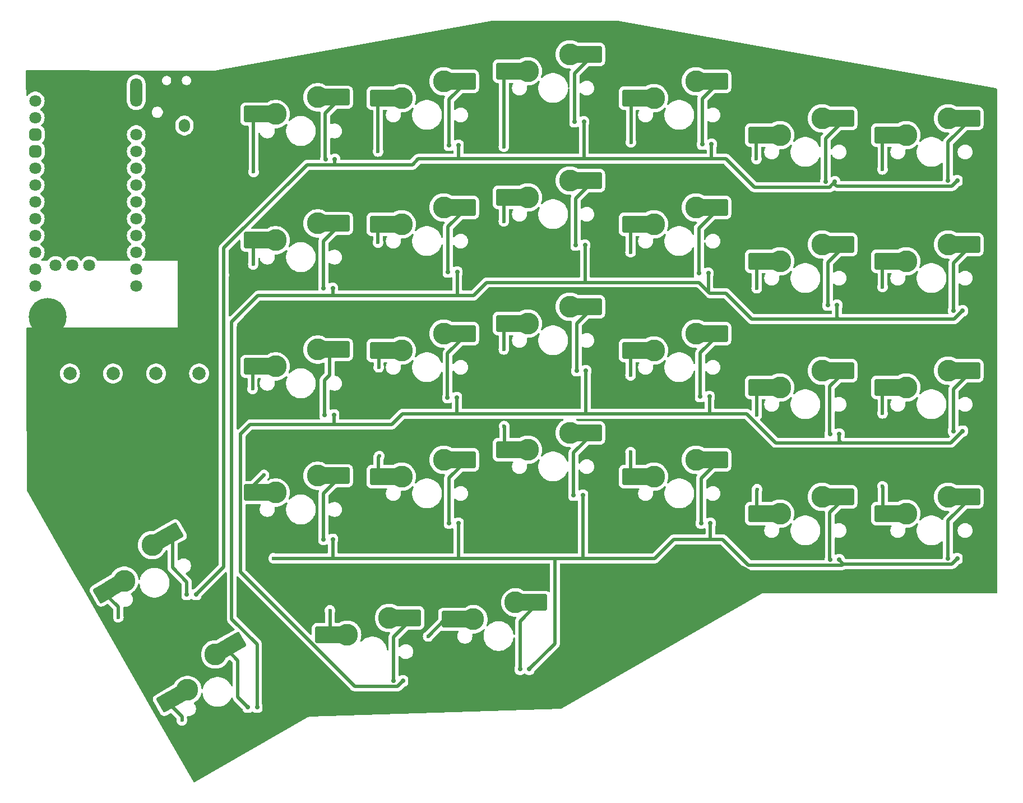
<source format=gbr>
%TF.GenerationSoftware,KiCad,Pcbnew,8.0.8*%
%TF.CreationDate,2025-02-12T11:53:30+01:00*%
%TF.ProjectId,PCB_d,5043425f-642e-46b6-9963-61645f706362,rev?*%
%TF.SameCoordinates,Original*%
%TF.FileFunction,Copper,L2,Bot*%
%TF.FilePolarity,Positive*%
%FSLAX46Y46*%
G04 Gerber Fmt 4.6, Leading zero omitted, Abs format (unit mm)*
G04 Created by KiCad (PCBNEW 8.0.8) date 2025-02-12 11:53:30*
%MOMM*%
%LPD*%
G01*
G04 APERTURE LIST*
G04 Aperture macros list*
%AMRoundRect*
0 Rectangle with rounded corners*
0 $1 Rounding radius*
0 $2 $3 $4 $5 $6 $7 $8 $9 X,Y pos of 4 corners*
0 Add a 4 corners polygon primitive as box body*
4,1,4,$2,$3,$4,$5,$6,$7,$8,$9,$2,$3,0*
0 Add four circle primitives for the rounded corners*
1,1,$1+$1,$2,$3*
1,1,$1+$1,$4,$5*
1,1,$1+$1,$6,$7*
1,1,$1+$1,$8,$9*
0 Add four rect primitives between the rounded corners*
20,1,$1+$1,$2,$3,$4,$5,0*
20,1,$1+$1,$4,$5,$6,$7,0*
20,1,$1+$1,$6,$7,$8,$9,0*
20,1,$1+$1,$8,$9,$2,$3,0*%
%AMRotRect*
0 Rectangle, with rotation*
0 The origin of the aperture is its center*
0 $1 length*
0 $2 width*
0 $3 Rotation angle, in degrees counterclockwise*
0 Add horizontal line*
21,1,$1,$2,0,0,$3*%
G04 Aperture macros list end*
%TA.AperFunction,ComponentPad*%
%ADD10C,5.700000*%
%TD*%
%TA.AperFunction,ComponentPad*%
%ADD11RoundRect,0.250000X-0.600000X-0.750000X0.600000X-0.750000X0.600000X0.750000X-0.600000X0.750000X0*%
%TD*%
%TA.AperFunction,ComponentPad*%
%ADD12O,1.700000X2.000000*%
%TD*%
%TA.AperFunction,ComponentPad*%
%ADD13C,1.800000*%
%TD*%
%TA.AperFunction,ComponentPad*%
%ADD14RoundRect,0.450000X-0.450000X-0.450000X0.450000X-0.450000X0.450000X0.450000X-0.450000X0.450000X0*%
%TD*%
%TA.AperFunction,ComponentPad*%
%ADD15O,1.800000X4.340000*%
%TD*%
%TA.AperFunction,ComponentPad*%
%ADD16C,2.000000*%
%TD*%
%TA.AperFunction,SMDPad,CuDef*%
%ADD17RoundRect,0.150000X-0.150000X-0.200000X0.150000X-0.200000X0.150000X0.200000X-0.150000X0.200000X0*%
%TD*%
%TA.AperFunction,ComponentPad*%
%ADD18C,3.300000*%
%TD*%
%TA.AperFunction,SMDPad,CuDef*%
%ADD19R,1.650000X2.500000*%
%TD*%
%TA.AperFunction,SMDPad,CuDef*%
%ADD20RoundRect,0.250000X1.025000X1.000000X-1.025000X1.000000X-1.025000X-1.000000X1.025000X-1.000000X0*%
%TD*%
%TA.AperFunction,SMDPad,CuDef*%
%ADD21RotRect,1.650000X2.500000X30.000000*%
%TD*%
%TA.AperFunction,SMDPad,CuDef*%
%ADD22RoundRect,0.250000X0.387676X1.378525X-1.387676X0.353525X-0.387676X-1.378525X1.387676X-0.353525X0*%
%TD*%
%TA.AperFunction,SMDPad,CuDef*%
%ADD23RotRect,1.650000X2.500000X210.000000*%
%TD*%
%TA.AperFunction,ViaPad*%
%ADD24C,0.600000*%
%TD*%
%TA.AperFunction,Conductor*%
%ADD25C,0.500000*%
%TD*%
G04 APERTURE END LIST*
D10*
%TO.P,H4,1,1*%
%TO.N,GND*%
X175310800Y-139192000D03*
%TD*%
%TO.P,H3,1,1*%
%TO.N,GND*%
X243840000Y-45313600D03*
%TD*%
%TO.P,H2,1,1*%
%TO.N,GND*%
X240944400Y-122123200D03*
%TD*%
%TO.P,H1,1,1*%
%TO.N,GND*%
X136913250Y-81751100D03*
%TD*%
D11*
%TO.P,J3,1,Pin_1*%
%TO.N,GND*%
X155049450Y-52909200D03*
D12*
%TO.P,J3,2,Pin_2*%
%TO.N,+BATT*%
X157549450Y-52909200D03*
%TD*%
D13*
%TO.P,U1,1,P0.06*%
%TO.N,unconnected-(U1-P0.06-Pad1)*%
X135026400Y-49174400D03*
%TO.P,U1,2,P0.08*%
%TO.N,unconnected-(U1-P0.08-Pad2)*%
X135026400Y-51714400D03*
D14*
%TO.P,U1,3,GND*%
%TO.N,unconnected-(U1-GND-Pad3)*%
X135026400Y-54254400D03*
%TO.P,U1,4,GND*%
%TO.N,unconnected-(U1-GND-Pad4)*%
X135026400Y-56794400D03*
D13*
%TO.P,U1,5,P0.17*%
%TO.N,row2*%
X135026400Y-59334400D03*
%TO.P,U1,6,P0.20*%
%TO.N,row3*%
X135026400Y-61874400D03*
%TO.P,U1,7,P0.22*%
%TO.N,col4*%
X135026400Y-64414400D03*
%TO.P,U1,8,P0.24*%
%TO.N,unconnected-(U1-P0.24-Pad8)*%
X135026400Y-66954400D03*
%TO.P,U1,9,P1.00*%
%TO.N,unconnected-(U1-P1.00-Pad9)*%
X135026400Y-69494400D03*
%TO.P,U1,10,P0.11*%
%TO.N,unconnected-(U1-P0.11-Pad10)*%
X135026400Y-72034400D03*
%TO.P,U1,11,P1.04-LF*%
%TO.N,unconnected-(U1-P1.04-LF-Pad11)*%
X135026400Y-74574400D03*
%TO.P,U1,12,P1.06-LF*%
%TO.N,WAKE*%
X135026400Y-77114400D03*
D15*
%TO.P,U1,13,BAT+*%
%TO.N,Net-(SW2-B)*%
X150266400Y-47904400D03*
D14*
%TO.P,U1,14,GND*%
%TO.N,GND*%
X150266400Y-51714400D03*
D13*
%TO.P,U1,15,RST*%
%TO.N,RST*%
X150266400Y-54254400D03*
%TO.P,U1,16,3V3*%
%TO.N,unconnected-(U1-3V3-Pad16)*%
X150266400Y-56794400D03*
%TO.P,U1,17,P0.31-LF*%
%TO.N,col0*%
X150266400Y-59334400D03*
%TO.P,U1,18,P0.29-LF*%
%TO.N,col1*%
X150266400Y-61874400D03*
%TO.P,U1,19,P0.02-LF*%
%TO.N,col2*%
X150266400Y-64414400D03*
%TO.P,U1,20,P1.15-LF*%
%TO.N,col3*%
X150266400Y-66954400D03*
%TO.P,U1,21,P1.13-LF*%
%TO.N,col5*%
X150266400Y-69494400D03*
%TO.P,U1,22,P1.11-LF*%
%TO.N,col6*%
X150266400Y-72034400D03*
%TO.P,U1,23,P0.10-LF*%
%TO.N,row0*%
X150266400Y-74574400D03*
%TO.P,U1,24,P0.09-LF*%
%TO.N,row1*%
X150266400Y-77114400D03*
%TO.P,U1,25,P1.01-LF*%
%TO.N,unconnected-(U1-P1.01-LF-Pad25)*%
X138099800Y-74020680D03*
%TO.P,U1,26,P1.02-LF*%
%TO.N,unconnected-(U1-P1.02-LF-Pad26)*%
X140639800Y-74020680D03*
%TO.P,U1,27,P1.07-LF*%
%TO.N,unconnected-(U1-P1.07-LF-Pad27)*%
X143179800Y-74020680D03*
D14*
%TO.P,U1,28,GND*%
%TO.N,GND*%
X135026400Y-46634400D03*
D13*
%TO.P,U1,29,BAT+*%
%TO.N,Net-(SW2-B)*%
X150266400Y-46634400D03*
%TD*%
D16*
%TO.P,SW27,2,2*%
%TO.N,WAKE*%
X146761200Y-90350700D03*
X140261200Y-90350700D03*
%TO.P,SW27,1,1*%
%TO.N,GND*%
X146761200Y-85850700D03*
X140261200Y-85850700D03*
%TD*%
%TO.P,SW1,2,2*%
%TO.N,RST*%
X159764800Y-90350700D03*
X153264800Y-90350700D03*
%TO.P,SW1,1,1*%
%TO.N,GND*%
X159764800Y-85850700D03*
X153264800Y-85850700D03*
%TD*%
D17*
%TO.P,D34,1,K*%
%TO.N,row0*%
X159300000Y-123725000D03*
%TO.P,D34,2,A*%
%TO.N,Net-(D34-A)*%
X157900000Y-123725000D03*
%TD*%
D18*
%TO.P,SW24,1,1*%
%TO.N,col6*%
X171322648Y-70231000D03*
D19*
X169497648Y-70231000D03*
D20*
X167772648Y-70231000D03*
%TO.P,SW24,2,2*%
%TO.N,Net-(D23-A)*%
X181222648Y-67691000D03*
D19*
X179472648Y-67691000D03*
D18*
X177672648Y-67691000D03*
%TD*%
D17*
%TO.P,D10,1,K*%
%TO.N,row0*%
X217875000Y-52350000D03*
%TO.P,D10,2,A*%
%TO.N,Net-(D10-A)*%
X216475000Y-52350000D03*
%TD*%
D18*
%TO.P,SW12,1,1*%
%TO.N,col2*%
X228472648Y-67818000D03*
D19*
X226647648Y-67818000D03*
D20*
X224922648Y-67818000D03*
%TO.P,SW12,2,2*%
%TO.N,Net-(D7-A)*%
X238372648Y-65278000D03*
D19*
X236622648Y-65278000D03*
D18*
X234822648Y-65278000D03*
%TD*%
%TO.P,SW35,1,1*%
%TO.N,col4*%
X148455443Y-121630295D03*
D21*
X146874947Y-122542795D03*
D22*
X145381053Y-123405295D03*
%TO.P,SW35,2,2*%
%TO.N,Net-(D34-A)*%
X155759095Y-114480591D03*
D23*
X154243550Y-115355591D03*
D18*
X152684705Y-116255591D03*
%TD*%
%TO.P,SW8,1,1*%
%TO.N,col0*%
X266572472Y-111506000D03*
D19*
X264747472Y-111506000D03*
D20*
X263022472Y-111506000D03*
%TO.P,SW8,2,2*%
%TO.N,Net-(D3-A)*%
X276472472Y-108966000D03*
D19*
X274722472Y-108966000D03*
D18*
X272922472Y-108966000D03*
%TD*%
%TO.P,SW13,1,1*%
%TO.N,col2*%
X228472648Y-86868000D03*
D19*
X226647648Y-86868000D03*
D20*
X224922648Y-86868000D03*
%TO.P,SW13,2,2*%
%TO.N,Net-(D8-A)*%
X238372648Y-84328000D03*
D19*
X236622648Y-84328000D03*
D18*
X234822648Y-84328000D03*
%TD*%
%TO.P,SW16,1,1*%
%TO.N,col3*%
X209422472Y-63754000D03*
D19*
X207597472Y-63754000D03*
D20*
X205872472Y-63754000D03*
%TO.P,SW16,2,2*%
%TO.N,Net-(D11-A)*%
X219322472Y-61214000D03*
D19*
X217572472Y-61214000D03*
D18*
X215772472Y-61214000D03*
%TD*%
%TO.P,SW25,1,1*%
%TO.N,col6*%
X171322472Y-89281000D03*
D19*
X169497472Y-89281000D03*
D20*
X167772472Y-89281000D03*
%TO.P,SW25,2,2*%
%TO.N,Net-(D24-A)*%
X181222472Y-86741000D03*
D19*
X179472472Y-86741000D03*
D18*
X177672472Y-86741000D03*
%TD*%
D17*
%TO.P,D19,1,K*%
%TO.N,row1*%
X198750000Y-75025000D03*
%TO.P,D19,2,A*%
%TO.N,Net-(D19-A)*%
X197350000Y-75025000D03*
%TD*%
%TO.P,D24,1,K*%
%TO.N,row2*%
X180125000Y-96575000D03*
%TO.P,D24,2,A*%
%TO.N,Net-(D24-A)*%
X178725000Y-96575000D03*
%TD*%
%TO.P,D23,1,K*%
%TO.N,row1*%
X179950000Y-77475000D03*
%TO.P,D23,2,A*%
%TO.N,Net-(D23-A)*%
X178550000Y-77475000D03*
%TD*%
%TO.P,D11,1,K*%
%TO.N,row1*%
X218050000Y-70975000D03*
%TO.P,D11,2,A*%
%TO.N,Net-(D11-A)*%
X216650000Y-70975000D03*
%TD*%
D18*
%TO.P,SW26,1,1*%
%TO.N,col6*%
X171322648Y-108331000D03*
D19*
X169497648Y-108331000D03*
D20*
X167772648Y-108331000D03*
%TO.P,SW26,2,2*%
%TO.N,Net-(D25-A)*%
X181222648Y-105791000D03*
D19*
X179472648Y-105791000D03*
D18*
X177672648Y-105791000D03*
%TD*%
%TO.P,SW21,1,1*%
%TO.N,col5*%
X190372648Y-86868000D03*
D19*
X188547648Y-86868000D03*
D20*
X186822648Y-86868000D03*
%TO.P,SW21,2,2*%
%TO.N,Net-(D20-A)*%
X200272648Y-84328000D03*
D19*
X198522648Y-84328000D03*
D18*
X196722648Y-84328000D03*
%TD*%
%TO.P,SW37,1,1*%
%TO.N,col4*%
X182118000Y-129794000D03*
D19*
X180293000Y-129794000D03*
D20*
X178568000Y-129794000D03*
%TO.P,SW37,2,2*%
%TO.N,Net-(D36-A)*%
X192018000Y-127254000D03*
D19*
X190268000Y-127254000D03*
D18*
X188468000Y-127254000D03*
%TD*%
D17*
%TO.P,D36,1,K*%
%TO.N,row2*%
X190550000Y-136775000D03*
%TO.P,D36,2,A*%
%TO.N,Net-(D36-A)*%
X189150000Y-136775000D03*
%TD*%
D18*
%TO.P,SW7,1,1*%
%TO.N,col1*%
X247522648Y-73406000D03*
D19*
X245697648Y-73406000D03*
D20*
X243972648Y-73406000D03*
%TO.P,SW7,2,2*%
%TO.N,Net-(D16-A)*%
X257422648Y-70866000D03*
D19*
X255672648Y-70866000D03*
D18*
X253872648Y-70866000D03*
%TD*%
%TO.P,SW20,1,1*%
%TO.N,col5*%
X190372472Y-67818000D03*
D19*
X188547472Y-67818000D03*
D20*
X186822472Y-67818000D03*
%TO.P,SW20,2,2*%
%TO.N,Net-(D19-A)*%
X200272472Y-65278000D03*
D19*
X198522472Y-65278000D03*
D18*
X196722472Y-65278000D03*
%TD*%
D17*
%TO.P,D12,1,K*%
%TO.N,row2*%
X218200000Y-89950000D03*
%TO.P,D12,2,A*%
%TO.N,Net-(D12-A)*%
X216800000Y-89950000D03*
%TD*%
D18*
%TO.P,SW38,1,1*%
%TO.N,col4*%
X201190000Y-127460000D03*
D19*
X199365000Y-127460000D03*
D20*
X197640000Y-127460000D03*
%TO.P,SW38,2,2*%
%TO.N,Net-(D37-A)*%
X211090000Y-124920000D03*
D19*
X209340000Y-124920000D03*
D18*
X207540000Y-124920000D03*
%TD*%
D17*
%TO.P,D20,1,K*%
%TO.N,row2*%
X198700000Y-94000000D03*
%TO.P,D20,2,A*%
%TO.N,Net-(D20-A)*%
X197300000Y-94000000D03*
%TD*%
%TO.P,D8,1,K*%
%TO.N,row2*%
X236850000Y-93825000D03*
%TO.P,D8,2,A*%
%TO.N,Net-(D8-A)*%
X235450000Y-93825000D03*
%TD*%
D18*
%TO.P,SW19,1,1*%
%TO.N,col5*%
X190372472Y-48768000D03*
D19*
X188547472Y-48768000D03*
D20*
X186822472Y-48768000D03*
%TO.P,SW19,2,2*%
%TO.N,Net-(D18-A)*%
X200272472Y-46228000D03*
D19*
X198522472Y-46228000D03*
D18*
X196722472Y-46228000D03*
%TD*%
%TO.P,SW17,1,1*%
%TO.N,col3*%
X209422472Y-82804000D03*
D19*
X207597472Y-82804000D03*
D20*
X205872472Y-82804000D03*
%TO.P,SW17,2,2*%
%TO.N,Net-(D12-A)*%
X219322472Y-80264000D03*
D19*
X217572472Y-80264000D03*
D18*
X215772472Y-80264000D03*
%TD*%
D17*
%TO.P,D25,1,K*%
%TO.N,row3*%
X179950000Y-115375000D03*
%TO.P,D25,2,A*%
%TO.N,Net-(D25-A)*%
X178550000Y-115375000D03*
%TD*%
%TO.P,D5,1,K*%
%TO.N,row3*%
X256450000Y-118475000D03*
%TO.P,D5,2,A*%
%TO.N,Net-(D5-A)*%
X255050000Y-118475000D03*
%TD*%
%TO.P,D2,1,K*%
%TO.N,row2*%
X275100000Y-99025000D03*
%TO.P,D2,2,A*%
%TO.N,Net-(D2-A)*%
X273700000Y-99025000D03*
%TD*%
%TO.P,D13,1,K*%
%TO.N,row0*%
X274275000Y-61250000D03*
%TO.P,D13,2,A*%
%TO.N,Net-(D13-A)*%
X272875000Y-61250000D03*
%TD*%
%TO.P,D21,1,K*%
%TO.N,row3*%
X198925000Y-112950000D03*
%TO.P,D21,2,A*%
%TO.N,Net-(D21-A)*%
X197525000Y-112950000D03*
%TD*%
D18*
%TO.P,SW36,1,1*%
%TO.N,col4*%
X157990443Y-138135295D03*
D21*
X156409947Y-139047795D03*
D22*
X154916053Y-139910295D03*
%TO.P,SW36,2,2*%
%TO.N,Net-(D35-A)*%
X165294095Y-130985591D03*
D23*
X163778550Y-131860591D03*
D18*
X162219705Y-132760591D03*
%TD*%
%TO.P,SW9,1,1*%
%TO.N,col1*%
X247522648Y-92456000D03*
D19*
X245697648Y-92456000D03*
D20*
X243972648Y-92456000D03*
%TO.P,SW9,2,2*%
%TO.N,Net-(D4-A)*%
X257422648Y-89916000D03*
D19*
X255672648Y-89916000D03*
D18*
X253872648Y-89916000D03*
%TD*%
D17*
%TO.P,D3,1,K*%
%TO.N,row3*%
X274275000Y-118300000D03*
%TO.P,D3,2,A*%
%TO.N,Net-(D3-A)*%
X272875000Y-118300000D03*
%TD*%
%TO.P,D17,1,K*%
%TO.N,row3*%
X217725000Y-108750000D03*
%TO.P,D17,2,A*%
%TO.N,Net-(D17-A)*%
X216325000Y-108750000D03*
%TD*%
%TO.P,D14,1,K*%
%TO.N,row1*%
X275100000Y-80875000D03*
%TO.P,D14,2,A*%
%TO.N,Net-(D14-A)*%
X273700000Y-80875000D03*
%TD*%
D18*
%TO.P,SW22,1,1*%
%TO.N,col5*%
X190372648Y-105918000D03*
D19*
X188547648Y-105918000D03*
D20*
X186822648Y-105918000D03*
%TO.P,SW22,2,2*%
%TO.N,Net-(D21-A)*%
X200272648Y-103378000D03*
D19*
X198522648Y-103378000D03*
D18*
X196722648Y-103378000D03*
%TD*%
D17*
%TO.P,D4,1,K*%
%TO.N,row2*%
X256450000Y-99500000D03*
%TO.P,D4,2,A*%
%TO.N,Net-(D4-A)*%
X255050000Y-99500000D03*
%TD*%
D18*
%TO.P,SW6,1,1*%
%TO.N,col1*%
X247522648Y-54356000D03*
D19*
X245697648Y-54356000D03*
D20*
X243972648Y-54356000D03*
%TO.P,SW6,2,2*%
%TO.N,Net-(D15-A)*%
X257422648Y-51816000D03*
D19*
X255672648Y-51816000D03*
D18*
X253872648Y-51816000D03*
%TD*%
%TO.P,SW18,1,1*%
%TO.N,col3*%
X209422648Y-101854000D03*
D19*
X207597648Y-101854000D03*
D20*
X205872648Y-101854000D03*
%TO.P,SW18,2,2*%
%TO.N,Net-(D17-A)*%
X219322648Y-99314000D03*
D19*
X217572648Y-99314000D03*
D18*
X215772648Y-99314000D03*
%TD*%
D17*
%TO.P,D7,1,K*%
%TO.N,row1*%
X236675000Y-75200000D03*
%TO.P,D7,2,A*%
%TO.N,Net-(D7-A)*%
X235275000Y-75200000D03*
%TD*%
%TO.P,D6,1,K*%
%TO.N,row0*%
X237175000Y-55750000D03*
%TO.P,D6,2,A*%
%TO.N,Net-(D6-A)*%
X235775000Y-55750000D03*
%TD*%
D18*
%TO.P,SW3,1,1*%
%TO.N,col0*%
X266572648Y-92456000D03*
D19*
X264747648Y-92456000D03*
D20*
X263022648Y-92456000D03*
%TO.P,SW3,2,2*%
%TO.N,Net-(D2-A)*%
X276472648Y-89916000D03*
D19*
X274722648Y-89916000D03*
D18*
X272922648Y-89916000D03*
%TD*%
%TO.P,SW10,1,1*%
%TO.N,col1*%
X247522472Y-111506000D03*
D19*
X245697472Y-111506000D03*
D20*
X243972472Y-111506000D03*
%TO.P,SW10,2,2*%
%TO.N,Net-(D5-A)*%
X257422472Y-108966000D03*
D19*
X255672472Y-108966000D03*
D18*
X253872472Y-108966000D03*
%TD*%
D17*
%TO.P,D37,1,K*%
%TO.N,row3*%
X209625000Y-135000000D03*
%TO.P,D37,2,A*%
%TO.N,Net-(D37-A)*%
X208225000Y-135000000D03*
%TD*%
D18*
%TO.P,SW14,1,1*%
%TO.N,col2*%
X228472472Y-105918000D03*
D19*
X226647472Y-105918000D03*
D20*
X224922472Y-105918000D03*
%TO.P,SW14,2,2*%
%TO.N,Net-(D9-A)*%
X238372472Y-103378000D03*
D19*
X236622472Y-103378000D03*
D18*
X234822472Y-103378000D03*
%TD*%
%TO.P,SW4,1,1*%
%TO.N,col0*%
X266572472Y-54356000D03*
D19*
X264747472Y-54356000D03*
D20*
X263022472Y-54356000D03*
%TO.P,SW4,2,2*%
%TO.N,Net-(D13-A)*%
X276472472Y-51816000D03*
D19*
X274722472Y-51816000D03*
D18*
X272922472Y-51816000D03*
%TD*%
%TO.P,SW23,1,1*%
%TO.N,col6*%
X171322648Y-51181000D03*
D19*
X169497648Y-51181000D03*
D20*
X167772648Y-51181000D03*
%TO.P,SW23,2,2*%
%TO.N,Net-(D22-A)*%
X181222648Y-48641000D03*
D19*
X179472648Y-48641000D03*
D18*
X177672648Y-48641000D03*
%TD*%
D17*
%TO.P,D9,1,K*%
%TO.N,row3*%
X237000000Y-112950000D03*
%TO.P,D9,2,A*%
%TO.N,Net-(D9-A)*%
X235600000Y-112950000D03*
%TD*%
%TO.P,D18,1,K*%
%TO.N,row0*%
X198925000Y-55900000D03*
%TO.P,D18,2,A*%
%TO.N,Net-(D18-A)*%
X197525000Y-55900000D03*
%TD*%
D18*
%TO.P,SW5,1,1*%
%TO.N,col0*%
X266572472Y-73406000D03*
D19*
X264747472Y-73406000D03*
D20*
X263022472Y-73406000D03*
%TO.P,SW5,2,2*%
%TO.N,Net-(D14-A)*%
X276472472Y-70866000D03*
D19*
X274722472Y-70866000D03*
D18*
X272922472Y-70866000D03*
%TD*%
D17*
%TO.P,D15,1,K*%
%TO.N,row0*%
X255800000Y-61425000D03*
%TO.P,D15,2,A*%
%TO.N,Net-(D15-A)*%
X254400000Y-61425000D03*
%TD*%
%TO.P,D16,1,K*%
%TO.N,row1*%
X256125000Y-80050000D03*
%TO.P,D16,2,A*%
%TO.N,Net-(D16-A)*%
X254725000Y-80050000D03*
%TD*%
%TO.P,D22,1,K*%
%TO.N,row0*%
X180275000Y-58025000D03*
%TO.P,D22,2,A*%
%TO.N,Net-(D22-A)*%
X178875000Y-58025000D03*
%TD*%
%TO.P,D35,1,K*%
%TO.N,row1*%
X168525000Y-140725000D03*
%TO.P,D35,2,A*%
%TO.N,Net-(D35-A)*%
X167125000Y-140725000D03*
%TD*%
D18*
%TO.P,SW15,1,1*%
%TO.N,col3*%
X209422648Y-44704000D03*
D19*
X207597648Y-44704000D03*
D20*
X205872648Y-44704000D03*
%TO.P,SW15,2,2*%
%TO.N,Net-(D10-A)*%
X219322648Y-42164000D03*
D19*
X217572648Y-42164000D03*
D18*
X215772648Y-42164000D03*
%TD*%
%TO.P,SW11,1,1*%
%TO.N,col2*%
X228472648Y-48768000D03*
D19*
X226647648Y-48768000D03*
D20*
X224922648Y-48768000D03*
%TO.P,SW11,2,2*%
%TO.N,Net-(D6-A)*%
X238372648Y-46228000D03*
D19*
X236622648Y-46228000D03*
D18*
X234822648Y-46228000D03*
%TD*%
D24*
%TO.N,row0*%
X163502200Y-75438000D03*
%TO.N,row2*%
X166014400Y-99609350D03*
%TO.N,row3*%
X171042350Y-118261300D03*
%TO.N,row1*%
X164692750Y-82941650D03*
%TO.N,col0*%
X262991600Y-77266800D03*
X262991600Y-96367600D03*
X262991600Y-59527500D03*
X262991600Y-107391200D03*
%TO.N,col1*%
X243941600Y-57940100D03*
X243992400Y-96621600D03*
X243992400Y-77470000D03*
X244043200Y-107848400D03*
%TO.N,col2*%
X224993200Y-55421600D03*
X224942400Y-90627200D03*
X224942400Y-72034400D03*
X224942400Y-102209600D03*
%TO.N,col3*%
X205790800Y-67360800D03*
X205790800Y-86715600D03*
X205790800Y-56121600D03*
X205841600Y-98298000D03*
%TO.N,col5*%
X186791600Y-70561200D03*
X186994800Y-102819200D03*
X186893200Y-89408000D03*
X186791600Y-56821600D03*
%TO.N,col6*%
X169570400Y-105664000D03*
X167843200Y-92659200D03*
X167995600Y-59902700D03*
X167944800Y-73863200D03*
%TO.N,col4*%
X179527200Y-126136400D03*
X194360800Y-130048000D03*
X157175200Y-142697200D03*
X147574000Y-127152400D03*
%TD*%
D25*
%TO.N,row1*%
X164692750Y-82544800D02*
X168661250Y-78576300D01*
X164692750Y-82941650D02*
X164692750Y-82544800D01*
X168661250Y-78576300D02*
X180169900Y-78576300D01*
X168525000Y-131221100D02*
X168525000Y-140725000D01*
X164692750Y-82941650D02*
X164692750Y-127388850D01*
X164692750Y-127388850D02*
X168525000Y-131221100D01*
%TO.N,row0*%
X163502200Y-75438000D02*
X163502200Y-71397000D01*
X163502200Y-75438000D02*
X163502200Y-119522800D01*
X163502200Y-71397000D02*
X176072800Y-58826400D01*
X163502200Y-119522800D02*
X159300000Y-123725000D01*
X176072800Y-58826400D02*
X180169900Y-58826400D01*
%TO.N,row2*%
X236850000Y-93825000D02*
X236850000Y-96434550D01*
X218200000Y-96367050D02*
X218200000Y-89950000D01*
X180125000Y-96575000D02*
X180125000Y-98021950D01*
X167470700Y-98021950D02*
X188900600Y-98021950D01*
X188900600Y-98021950D02*
X190488000Y-96434550D01*
X166014400Y-99478250D02*
X167470700Y-98021950D01*
X190488000Y-96434550D02*
X198425000Y-96434550D01*
X166014400Y-99609350D02*
X166014400Y-99478250D01*
X198700000Y-94000000D02*
X198700000Y-96159550D01*
X198425000Y-96434550D02*
X237316300Y-96434550D01*
X242475350Y-96434550D02*
X246840700Y-100799900D01*
X237316300Y-96434550D02*
X242475350Y-96434550D01*
X246840700Y-100799900D02*
X256761950Y-100799900D01*
%TO.N,row0*%
X237316300Y-57940100D02*
X198821850Y-57940100D01*
X237175000Y-57798800D02*
X237175000Y-55750000D01*
X239365100Y-57940100D02*
X237316300Y-57940100D01*
X237316300Y-57940100D02*
X237175000Y-57798800D01*
X217875000Y-52350000D02*
X217875000Y-57940100D01*
X198925000Y-57836950D02*
X198925000Y-55900000D01*
X198821850Y-57940100D02*
X198925000Y-57836950D01*
X198821850Y-57940100D02*
X192869100Y-57940100D01*
X192869100Y-57940100D02*
X191982800Y-58826400D01*
X191982800Y-58826400D02*
X180169900Y-58826400D01*
X255000000Y-62225000D02*
X243650000Y-62225000D01*
X243650000Y-62225000D02*
X239365100Y-57940100D01*
X255800000Y-61425000D02*
X255000000Y-62225000D01*
%TO.N,row1*%
X218050000Y-70975000D02*
X218050000Y-76592050D01*
X235297500Y-76592050D02*
X236919450Y-78214000D01*
X203187200Y-76592050D02*
X235297500Y-76592050D01*
X201202950Y-78576300D02*
X203187200Y-76592050D01*
X198821850Y-78576300D02*
X201202950Y-78576300D01*
%TO.N,row2*%
X166014400Y-120294400D02*
X166014400Y-99609350D01*
X183295000Y-137575000D02*
X166014400Y-120294400D01*
X189750000Y-137575000D02*
X183295000Y-137575000D01*
X190550000Y-136775000D02*
X189750000Y-137575000D01*
%TO.N,row3*%
X209625000Y-135000000D02*
X213505300Y-131119700D01*
X213505300Y-118261300D02*
X177083575Y-118261300D01*
X217870650Y-118261300D02*
X213505300Y-118261300D01*
X213505300Y-131119700D02*
X213505300Y-118261300D01*
X217725000Y-118115650D02*
X217870650Y-118261300D01*
X217725000Y-108750000D02*
X217725000Y-118115650D01*
X228585600Y-118261300D02*
X217870650Y-118261300D01*
X237000000Y-115375000D02*
X237316300Y-115375000D01*
X237000000Y-112950000D02*
X237000000Y-115375000D01*
X231471900Y-115375000D02*
X228585600Y-118261300D01*
X237316300Y-115375000D02*
X231471900Y-115375000D01*
X198925000Y-112950000D02*
X198925000Y-118158150D01*
X179773050Y-118261300D02*
X171042350Y-118261300D01*
X179950000Y-118084350D02*
X179773050Y-118261300D01*
X179950000Y-115375000D02*
X179950000Y-118084350D01*
%TO.N,col6*%
X167995600Y-51403952D02*
X167772648Y-51181000D01*
X167995600Y-59902700D02*
X167995600Y-51403952D01*
%TO.N,col5*%
X186791600Y-48798872D02*
X186822472Y-48768000D01*
X186791600Y-56821600D02*
X186791600Y-48798872D01*
%TO.N,col3*%
X205790800Y-44785848D02*
X205872648Y-44704000D01*
X205790800Y-56121600D02*
X205790800Y-44785848D01*
%TO.N,col2*%
X224993200Y-48838552D02*
X224922648Y-48768000D01*
X224993200Y-55421600D02*
X224993200Y-48838552D01*
%TO.N,row3*%
X238863105Y-115375000D02*
X237316300Y-115375000D01*
X242763105Y-119275000D02*
X238863105Y-115375000D01*
X257075000Y-119100000D02*
X256900000Y-119275000D01*
X256900000Y-119275000D02*
X242763105Y-119275000D01*
%TO.N,row2*%
X256450000Y-100487950D02*
X256761950Y-100799900D01*
X256761950Y-100799900D02*
X273325100Y-100799900D01*
X256450000Y-99500000D02*
X256450000Y-100487950D01*
X273325100Y-100799900D02*
X275100000Y-99025000D01*
%TO.N,row1*%
X198750000Y-78504450D02*
X198821850Y-78576300D01*
X198750000Y-75025000D02*
X198750000Y-78504450D01*
X198821850Y-78576300D02*
X180169900Y-78576300D01*
X179950000Y-78356400D02*
X180169900Y-78576300D01*
X179950000Y-77475000D02*
X179950000Y-78356400D01*
X236675000Y-75200000D02*
X236675000Y-77969550D01*
X236675000Y-77969550D02*
X236919450Y-78214000D01*
X239335100Y-78214000D02*
X236919450Y-78214000D01*
X256125000Y-81907850D02*
X256365100Y-82147950D01*
X256125000Y-80050000D02*
X256125000Y-81907850D01*
X256365100Y-82147950D02*
X243269050Y-82147950D01*
X273827050Y-82147950D02*
X256365100Y-82147950D01*
X243269050Y-82147950D02*
X239335100Y-78214000D01*
X275100000Y-80875000D02*
X273827050Y-82147950D01*
%TO.N,col0*%
X262991600Y-54386872D02*
X263022472Y-54356000D01*
X262991600Y-59527500D02*
X262991600Y-54386872D01*
%TO.N,col1*%
X243941600Y-57940100D02*
X243941600Y-54387048D01*
X243941600Y-54387048D02*
X243972648Y-54356000D01*
%TO.N,row0*%
X180275000Y-58025000D02*
X180275000Y-58721300D01*
X180275000Y-58721300D02*
X180169900Y-58826400D01*
%TO.N,Net-(D2-A)*%
X273700000Y-92688648D02*
X276472648Y-89916000D01*
X273700000Y-90693352D02*
X272922648Y-89916000D01*
X273700000Y-99025000D02*
X273700000Y-92688648D01*
%TO.N,Net-(D3-A)*%
X272875000Y-118300000D02*
X272876372Y-118298628D01*
X272876372Y-118298628D02*
X272876372Y-112562100D01*
X272876372Y-112562100D02*
X276472472Y-108966000D01*
%TO.N,row3*%
X257075000Y-119100000D02*
X273475000Y-119100000D01*
X273475000Y-119100000D02*
X274275000Y-118300000D01*
X256450000Y-118475000D02*
X257075000Y-119100000D01*
%TO.N,Net-(D4-A)*%
X255037648Y-92301000D02*
X257422648Y-89916000D01*
X255050000Y-99500000D02*
X255037648Y-99487648D01*
X255037648Y-90551000D02*
X255672648Y-89916000D01*
X255037648Y-99487648D02*
X255037648Y-92301000D01*
%TO.N,Net-(D5-A)*%
X255037472Y-118462472D02*
X255037472Y-111351000D01*
X255050000Y-118475000D02*
X255037472Y-118462472D01*
X255037472Y-111351000D02*
X257422472Y-108966000D01*
%TO.N,row0*%
X273475000Y-62050000D02*
X274275000Y-61250000D01*
X255800000Y-61425000D02*
X255800000Y-61774999D01*
X256075001Y-62050000D02*
X273475000Y-62050000D01*
X255800000Y-61774999D02*
X256075001Y-62050000D01*
%TO.N,Net-(D6-A)*%
X235775000Y-47075648D02*
X236622648Y-46228000D01*
X235775000Y-55750000D02*
X235775000Y-48825648D01*
X235775000Y-48825648D02*
X238372648Y-46228000D01*
%TO.N,Net-(D7-A)*%
X235275000Y-65730352D02*
X234822648Y-65278000D01*
X235275000Y-68375648D02*
X238372648Y-65278000D01*
X235275000Y-75200000D02*
X235275000Y-68375648D01*
%TO.N,Net-(D8-A)*%
X235450000Y-93825000D02*
X235450000Y-87250648D01*
X235450000Y-87250648D02*
X238372648Y-84328000D01*
X235450000Y-84955352D02*
X234822648Y-84328000D01*
%TO.N,Net-(D9-A)*%
X235600000Y-106150472D02*
X238372472Y-103378000D01*
X235600000Y-112950000D02*
X235600000Y-106150472D01*
%TO.N,Net-(D10-A)*%
X216475000Y-43261648D02*
X217572648Y-42164000D01*
X216475000Y-45011648D02*
X219322648Y-42164000D01*
X216475000Y-52350000D02*
X216475000Y-45011648D01*
%TO.N,Net-(D11-A)*%
X216650000Y-70975000D02*
X216650000Y-63886472D01*
X216650000Y-63886472D02*
X219322472Y-61214000D01*
X216650000Y-62091528D02*
X215772472Y-61214000D01*
%TO.N,Net-(D12-A)*%
X216800000Y-82786472D02*
X219322472Y-80264000D01*
X216800000Y-89950000D02*
X216800000Y-82786472D01*
%TO.N,Net-(D13-A)*%
X272876372Y-55412100D02*
X276472472Y-51816000D01*
X272876372Y-61248628D02*
X272876372Y-55412100D01*
X272875000Y-61250000D02*
X272876372Y-61248628D01*
X272875000Y-61250000D02*
X272922472Y-61202528D01*
%TO.N,Net-(D14-A)*%
X273700000Y-80875000D02*
X273700000Y-73638472D01*
X273700000Y-73638472D02*
X276472472Y-70866000D01*
X273700000Y-71643528D02*
X272922472Y-70866000D01*
%TO.N,Net-(D15-A)*%
X254400000Y-54838648D02*
X257422648Y-51816000D01*
X254400000Y-52343352D02*
X253872648Y-51816000D01*
X254400000Y-61425000D02*
X254400000Y-54838648D01*
%TO.N,Net-(D16-A)*%
X254725000Y-80050000D02*
X254725000Y-73563648D01*
X254725000Y-73563648D02*
X257422648Y-70866000D01*
X254725000Y-71718352D02*
X253872648Y-70866000D01*
%TO.N,Net-(D17-A)*%
X216325000Y-108750000D02*
X216325000Y-102311648D01*
X216325000Y-102311648D02*
X219322648Y-99314000D01*
%TO.N,Net-(D18-A)*%
X197525000Y-55900000D02*
X197525000Y-48975472D01*
X197525000Y-47030528D02*
X196722472Y-46228000D01*
X197525000Y-48975472D02*
X200272472Y-46228000D01*
%TO.N,Net-(D19-A)*%
X197350000Y-68200472D02*
X200272472Y-65278000D01*
X197350000Y-75025000D02*
X197350000Y-68200472D01*
X197350000Y-65905528D02*
X196722472Y-65278000D01*
%TO.N,Net-(D20-A)*%
X197300000Y-94000000D02*
X197300000Y-87300648D01*
X197300000Y-87300648D02*
X200272648Y-84328000D01*
X197300000Y-84905352D02*
X196722648Y-84328000D01*
%TO.N,Net-(D21-A)*%
X197525000Y-112950000D02*
X197525000Y-106125648D01*
X197525000Y-106125648D02*
X200272648Y-103378000D01*
X197525000Y-104180352D02*
X196722648Y-103378000D01*
%TO.N,Net-(D22-A)*%
X178875000Y-58025000D02*
X178837648Y-57987648D01*
X178837648Y-51026000D02*
X181222648Y-48641000D01*
X178837648Y-57987648D02*
X178837648Y-51026000D01*
%TO.N,Net-(D23-A)*%
X178550000Y-77475000D02*
X178550000Y-70363648D01*
X178550000Y-68613648D02*
X179472648Y-67691000D01*
X178550000Y-70363648D02*
X181222648Y-67691000D01*
%TO.N,Net-(D24-A)*%
X179472472Y-90616456D02*
X179472472Y-86741000D01*
X178725000Y-91363928D02*
X179472472Y-90616456D01*
X178725000Y-96575000D02*
X178725000Y-91363928D01*
%TO.N,Net-(D25-A)*%
X178550000Y-108463648D02*
X181222648Y-105791000D01*
X178550000Y-106668352D02*
X177672648Y-105791000D01*
X178550000Y-115375000D02*
X178550000Y-108463648D01*
%TO.N,Net-(D34-A)*%
X155759095Y-119664230D02*
X155759095Y-114480591D01*
X157900000Y-121805135D02*
X155759095Y-119664230D01*
X157900000Y-123725000D02*
X157900000Y-121805135D01*
%TO.N,Net-(D35-A)*%
X165584409Y-139184409D02*
X165584409Y-133666450D01*
X167125000Y-140725000D02*
X165584409Y-139184409D01*
X165584409Y-133666450D02*
X163778550Y-131860591D01*
%TO.N,Net-(D36-A)*%
X189150000Y-136775000D02*
X189150000Y-130122000D01*
X189150000Y-130122000D02*
X192018000Y-127254000D01*
X189150000Y-127936000D02*
X188468000Y-127254000D01*
%TO.N,Net-(D37-A)*%
X208225000Y-135000000D02*
X208225000Y-127785000D01*
X208225000Y-127785000D02*
X211090000Y-124920000D01*
%TO.N,col0*%
X262991600Y-96367600D02*
X262991600Y-92487048D01*
X263022472Y-111506000D02*
X263022472Y-107422072D01*
X262991600Y-77266800D02*
X262991600Y-73436872D01*
X262991600Y-73436872D02*
X263022472Y-73406000D01*
X263022472Y-107422072D02*
X262991600Y-107391200D01*
X262991600Y-92487048D02*
X263022648Y-92456000D01*
%TO.N,col1*%
X243972472Y-107919128D02*
X244043200Y-107848400D01*
X243992400Y-92475752D02*
X243972648Y-92456000D01*
X243992400Y-73425752D02*
X243972648Y-73406000D01*
X243992400Y-96621600D02*
X243992400Y-92475752D01*
X243972472Y-111506000D02*
X243972472Y-107919128D01*
X243992400Y-77470000D02*
X243992400Y-73425752D01*
%TO.N,col2*%
X224942400Y-72034400D02*
X224942400Y-67837752D01*
X224942400Y-90627200D02*
X224942400Y-86887752D01*
X224942400Y-67837752D02*
X224922648Y-67818000D01*
X224922472Y-105918000D02*
X224922472Y-102229528D01*
X224922472Y-102229528D02*
X224942400Y-102209600D01*
X224942400Y-86887752D02*
X224922648Y-86868000D01*
%TO.N,col3*%
X205872648Y-101854000D02*
X205872648Y-98329048D01*
X205872648Y-98329048D02*
X205841600Y-98298000D01*
X205790800Y-63835672D02*
X205872472Y-63754000D01*
X205790800Y-82885672D02*
X205872472Y-82804000D01*
X205790800Y-86715600D02*
X205790800Y-82885672D01*
X205790800Y-67360800D02*
X205790800Y-63835672D01*
%TO.N,col5*%
X186822648Y-105918000D02*
X186822648Y-102991352D01*
X186791600Y-70561200D02*
X186791600Y-67848872D01*
X186893200Y-89408000D02*
X186893200Y-86938552D01*
X186791600Y-67848872D02*
X186822472Y-67818000D01*
X186822648Y-102991352D02*
X186994800Y-102819200D01*
X186893200Y-86938552D02*
X186822648Y-86868000D01*
%TO.N,col6*%
X167772648Y-108331000D02*
X167772648Y-107461752D01*
X167843200Y-89351728D02*
X167772472Y-89281000D01*
X167843200Y-92659200D02*
X167843200Y-89351728D01*
X167944800Y-73863200D02*
X167944800Y-70403152D01*
X167772648Y-107461752D02*
X169570400Y-105664000D01*
X167944800Y-70403152D02*
X167772648Y-70231000D01*
%TO.N,col4*%
X147574000Y-127152400D02*
X147574000Y-125598242D01*
X147574000Y-125598242D02*
X145381053Y-123405295D01*
X197640000Y-127460000D02*
X196948800Y-127460000D01*
X157175200Y-142697200D02*
X157175200Y-142169442D01*
X157175200Y-142169442D02*
X154916053Y-139910295D01*
X179527200Y-128834800D02*
X178568000Y-129794000D01*
X179527200Y-126136400D02*
X179527200Y-128834800D01*
X196948800Y-127460000D02*
X194360800Y-130048000D01*
%TD*%
%TA.AperFunction,Conductor*%
%TO.N,GND*%
G36*
X222966543Y-37102423D02*
G01*
X246551263Y-41305236D01*
X280102068Y-47284012D01*
X280197405Y-47301001D01*
X280259952Y-47332142D01*
X280295733Y-47392154D01*
X280299651Y-47423042D01*
X280321717Y-123378214D01*
X280302052Y-123445259D01*
X280249261Y-123491029D01*
X280197707Y-123502250D01*
X245101196Y-123499500D01*
X245101091Y-123499469D01*
X245100875Y-123499500D01*
X245092150Y-123499477D01*
X245035454Y-123499324D01*
X245035453Y-123499324D01*
X245035441Y-123499324D01*
X245035105Y-123499369D01*
X245034770Y-123499412D01*
X245034164Y-123499489D01*
X244971369Y-123516309D01*
X244971063Y-123516391D01*
X244908049Y-123533095D01*
X244907793Y-123533202D01*
X244907405Y-123533362D01*
X244906874Y-123533579D01*
X244875481Y-123551700D01*
X244850442Y-123566154D01*
X244850197Y-123566294D01*
X244850163Y-123566314D01*
X214486203Y-140988257D01*
X214428385Y-141004643D01*
X176395555Y-142199392D01*
X176391091Y-142199452D01*
X176337820Y-142199206D01*
X176336427Y-142199200D01*
X176336426Y-142199200D01*
X176336423Y-142199200D01*
X176328362Y-142200223D01*
X176328311Y-142199824D01*
X176326376Y-142200105D01*
X176326442Y-142200503D01*
X176318423Y-142201816D01*
X176266117Y-142217606D01*
X176261823Y-142218818D01*
X176208978Y-142232716D01*
X176201453Y-142235793D01*
X176201300Y-142235420D01*
X176199506Y-142236192D01*
X176199672Y-142236560D01*
X176192262Y-142239905D01*
X176145843Y-142268685D01*
X176142006Y-142270969D01*
X159034059Y-152042891D01*
X158966083Y-152059049D01*
X158900163Y-152035891D01*
X158864881Y-151996715D01*
X153840554Y-143199462D01*
X142371327Y-123117627D01*
X143240643Y-123117627D01*
X143276120Y-123289441D01*
X143276121Y-123289443D01*
X143318420Y-123383711D01*
X143318423Y-123383716D01*
X143318427Y-123383724D01*
X144368423Y-125202366D01*
X144368425Y-125202371D01*
X144368429Y-125202377D01*
X144368430Y-125202378D01*
X144428918Y-125286146D01*
X144428920Y-125286148D01*
X144428922Y-125286150D01*
X144489592Y-125340141D01*
X144559978Y-125402779D01*
X144714401Y-125486044D01*
X144883865Y-125531452D01*
X145059233Y-125536554D01*
X145059233Y-125536553D01*
X145059235Y-125536554D01*
X145204379Y-125506584D01*
X145231050Y-125501077D01*
X145325318Y-125458777D01*
X145907227Y-125122810D01*
X145975126Y-125106338D01*
X146041153Y-125129191D01*
X146056907Y-125142517D01*
X146787181Y-125872790D01*
X146820666Y-125934113D01*
X146823500Y-125960471D01*
X146823500Y-126852428D01*
X146816542Y-126893382D01*
X146788631Y-126973147D01*
X146768435Y-127152396D01*
X146768435Y-127152403D01*
X146788630Y-127331649D01*
X146788631Y-127331654D01*
X146848211Y-127501923D01*
X146914715Y-127607763D01*
X146944184Y-127654662D01*
X147071738Y-127782216D01*
X147156607Y-127835543D01*
X147207092Y-127867265D01*
X147224478Y-127878189D01*
X147342538Y-127919500D01*
X147394745Y-127937768D01*
X147394750Y-127937769D01*
X147573996Y-127957965D01*
X147574000Y-127957965D01*
X147574004Y-127957965D01*
X147753249Y-127937769D01*
X147753252Y-127937768D01*
X147753255Y-127937768D01*
X147923522Y-127878189D01*
X148076262Y-127782216D01*
X148203816Y-127654662D01*
X148299789Y-127501922D01*
X148359368Y-127331655D01*
X148362193Y-127306581D01*
X148379565Y-127152403D01*
X148379565Y-127152396D01*
X148359368Y-126973147D01*
X148359368Y-126973145D01*
X148331458Y-126893382D01*
X148324500Y-126852428D01*
X148324500Y-125702026D01*
X148344185Y-125634987D01*
X148396989Y-125589232D01*
X148466147Y-125579288D01*
X148467868Y-125579548D01*
X148537012Y-125590500D01*
X148537013Y-125590500D01*
X148714169Y-125590500D01*
X148714170Y-125590500D01*
X148889146Y-125562786D01*
X149057633Y-125508042D01*
X149215481Y-125427614D01*
X149358805Y-125323483D01*
X149484074Y-125198214D01*
X149588205Y-125054890D01*
X149668633Y-124897042D01*
X149723377Y-124728555D01*
X149751091Y-124553579D01*
X149751091Y-124376421D01*
X149723377Y-124201445D01*
X149680196Y-124068546D01*
X149668634Y-124032960D01*
X149668633Y-124032957D01*
X149588204Y-123875109D01*
X149484074Y-123731786D01*
X149465037Y-123712749D01*
X149431552Y-123651426D01*
X149436536Y-123581734D01*
X149478408Y-123525801D01*
X149488275Y-123519129D01*
X149698492Y-123391294D01*
X149926703Y-123205630D01*
X150127508Y-122990621D01*
X150297165Y-122750271D01*
X150432515Y-122489059D01*
X150531035Y-122211849D01*
X150546221Y-122138766D01*
X150579132Y-122077137D01*
X150640140Y-122043082D01*
X150709875Y-122047416D01*
X150766197Y-122088764D01*
X150790566Y-122147811D01*
X150819001Y-122363796D01*
X150819002Y-122363800D01*
X150835887Y-122426817D01*
X150895152Y-122647994D01*
X151007734Y-122919794D01*
X151007742Y-122919810D01*
X151154840Y-123174589D01*
X151154851Y-123174605D01*
X151333948Y-123408009D01*
X151333954Y-123408016D01*
X151541983Y-123616045D01*
X151541989Y-123616050D01*
X151775403Y-123795155D01*
X151775410Y-123795159D01*
X152030189Y-123942257D01*
X152030205Y-123942265D01*
X152302005Y-124054847D01*
X152302007Y-124054847D01*
X152302013Y-124054850D01*
X152586200Y-124130998D01*
X152877894Y-124169400D01*
X152877901Y-124169400D01*
X153172099Y-124169400D01*
X153172106Y-124169400D01*
X153463800Y-124130998D01*
X153747987Y-124054850D01*
X153902858Y-123990701D01*
X154019794Y-123942265D01*
X154019797Y-123942263D01*
X154019803Y-123942261D01*
X154274597Y-123795155D01*
X154508011Y-123616050D01*
X154716050Y-123408011D01*
X154895155Y-123174597D01*
X155042261Y-122919803D01*
X155060305Y-122876242D01*
X155154847Y-122647994D01*
X155154846Y-122647994D01*
X155154850Y-122647987D01*
X155230998Y-122363800D01*
X155269400Y-122072106D01*
X155269400Y-121777894D01*
X155230998Y-121486200D01*
X155154850Y-121202013D01*
X155105960Y-121083980D01*
X155042265Y-120930205D01*
X155042257Y-120930189D01*
X154895159Y-120675410D01*
X154895155Y-120675403D01*
X154768485Y-120510323D01*
X154716051Y-120441990D01*
X154716045Y-120441983D01*
X154508016Y-120233954D01*
X154508009Y-120233948D01*
X154274605Y-120054851D01*
X154274603Y-120054849D01*
X154274597Y-120054845D01*
X154274592Y-120054842D01*
X154274589Y-120054840D01*
X154019810Y-119907742D01*
X154019794Y-119907734D01*
X153747994Y-119795152D01*
X153635779Y-119765084D01*
X153463800Y-119719002D01*
X153463799Y-119719001D01*
X153463796Y-119719001D01*
X153172116Y-119680601D01*
X153172111Y-119680600D01*
X153172106Y-119680600D01*
X152877894Y-119680600D01*
X152877888Y-119680600D01*
X152877883Y-119680601D01*
X152586203Y-119719001D01*
X152302005Y-119795152D01*
X152030205Y-119907734D01*
X152030189Y-119907742D01*
X151775410Y-120054840D01*
X151775394Y-120054851D01*
X151541990Y-120233948D01*
X151541983Y-120233954D01*
X151333954Y-120441983D01*
X151333948Y-120441990D01*
X151154851Y-120675394D01*
X151154840Y-120675410D01*
X151007742Y-120930189D01*
X151007734Y-120930205D01*
X150895152Y-121202005D01*
X150838104Y-121414910D01*
X150801739Y-121474570D01*
X150738892Y-121505099D01*
X150669516Y-121496804D01*
X150615638Y-121452319D01*
X150594618Y-121391277D01*
X150590891Y-121336783D01*
X150590890Y-121336781D01*
X150588800Y-121326724D01*
X150573532Y-121253250D01*
X150531038Y-121048751D01*
X150531033Y-121048735D01*
X150432515Y-120771532D01*
X150432515Y-120771531D01*
X150297165Y-120510319D01*
X150297164Y-120510317D01*
X150297160Y-120510311D01*
X150127510Y-120269971D01*
X149926699Y-120054956D01*
X149745745Y-119907739D01*
X149698492Y-119869296D01*
X149698490Y-119869295D01*
X149698488Y-119869293D01*
X149447123Y-119716434D01*
X149447118Y-119716432D01*
X149177288Y-119599229D01*
X148894003Y-119519856D01*
X148893999Y-119519855D01*
X148893998Y-119519855D01*
X148748269Y-119499825D01*
X148602542Y-119479795D01*
X148602541Y-119479795D01*
X148308345Y-119479795D01*
X148308344Y-119479795D01*
X148016888Y-119519855D01*
X148016882Y-119519856D01*
X147733597Y-119599229D01*
X147463767Y-119716432D01*
X147463762Y-119716434D01*
X147212397Y-119869293D01*
X146984186Y-120054956D01*
X146783375Y-120269971D01*
X146613725Y-120510311D01*
X146613718Y-120510323D01*
X146510639Y-120709254D01*
X146462542Y-120759592D01*
X145435890Y-121352331D01*
X145435870Y-121352342D01*
X143574830Y-122426815D01*
X143574825Y-122426817D01*
X143491049Y-122487311D01*
X143374419Y-122618369D01*
X143291153Y-122772793D01*
X143245744Y-122942260D01*
X143240643Y-123117627D01*
X142371327Y-123117627D01*
X140801615Y-120369169D01*
X138452250Y-116255591D01*
X150529180Y-116255591D01*
X150549256Y-116549102D01*
X150549257Y-116549104D01*
X150609109Y-116837134D01*
X150609114Y-116837150D01*
X150707632Y-117114353D01*
X150842983Y-117375568D01*
X150842987Y-117375574D01*
X151012637Y-117615914D01*
X151213448Y-117830929D01*
X151265329Y-117873137D01*
X151441656Y-118016590D01*
X151441658Y-118016591D01*
X151441659Y-118016592D01*
X151693024Y-118169451D01*
X151693029Y-118169453D01*
X151962859Y-118286656D01*
X151962864Y-118286658D01*
X152246150Y-118366031D01*
X152496930Y-118400500D01*
X152537606Y-118406091D01*
X152537607Y-118406091D01*
X152831804Y-118406091D01*
X152872480Y-118400500D01*
X153123260Y-118366031D01*
X153406546Y-118286658D01*
X153676387Y-118169450D01*
X153927754Y-118016590D01*
X154155965Y-117830926D01*
X154356770Y-117615917D01*
X154526427Y-117375567D01*
X154629508Y-117176628D01*
X154677603Y-117126292D01*
X154822597Y-117042580D01*
X154890495Y-117026108D01*
X154956522Y-117048961D01*
X154999713Y-117103882D01*
X155008595Y-117149968D01*
X155008595Y-119738148D01*
X155008595Y-119738150D01*
X155008594Y-119738150D01*
X155037435Y-119883137D01*
X155037438Y-119883147D01*
X155094009Y-120019721D01*
X155094011Y-120019725D01*
X155097870Y-120025500D01*
X155117553Y-120054959D01*
X155176144Y-120142648D01*
X155176147Y-120142651D01*
X157113181Y-122079684D01*
X157146666Y-122141007D01*
X157149500Y-122167365D01*
X157149500Y-123242670D01*
X157144576Y-123277265D01*
X157102402Y-123422426D01*
X157102401Y-123422432D01*
X157099500Y-123459298D01*
X157099500Y-123990701D01*
X157102401Y-124027567D01*
X157102402Y-124027573D01*
X157148254Y-124185393D01*
X157148255Y-124185396D01*
X157231917Y-124326862D01*
X157231923Y-124326870D01*
X157348129Y-124443076D01*
X157348133Y-124443079D01*
X157348135Y-124443081D01*
X157489602Y-124526744D01*
X157531224Y-124538836D01*
X157647426Y-124572597D01*
X157647429Y-124572597D01*
X157647431Y-124572598D01*
X157684306Y-124575500D01*
X157684314Y-124575500D01*
X158115686Y-124575500D01*
X158115694Y-124575500D01*
X158152569Y-124572598D01*
X158152571Y-124572597D01*
X158152573Y-124572597D01*
X158218032Y-124553579D01*
X158310398Y-124526744D01*
X158451865Y-124443081D01*
X158458611Y-124436335D01*
X158512319Y-124382628D01*
X158573642Y-124349143D01*
X158643334Y-124354127D01*
X158687681Y-124382628D01*
X158748129Y-124443076D01*
X158748133Y-124443079D01*
X158748135Y-124443081D01*
X158889602Y-124526744D01*
X158931224Y-124538836D01*
X159047426Y-124572597D01*
X159047429Y-124572597D01*
X159047431Y-124572598D01*
X159084306Y-124575500D01*
X159084314Y-124575500D01*
X159515686Y-124575500D01*
X159515694Y-124575500D01*
X159552569Y-124572598D01*
X159552571Y-124572597D01*
X159552573Y-124572597D01*
X159618032Y-124553579D01*
X159710398Y-124526744D01*
X159851865Y-124443081D01*
X159968081Y-124326865D01*
X160051744Y-124185398D01*
X160097598Y-124027569D01*
X160097598Y-124027566D01*
X160098737Y-124021333D01*
X160100885Y-124021725D01*
X160122194Y-123965787D01*
X160133253Y-123953113D01*
X163730569Y-120355798D01*
X163791892Y-120322313D01*
X163861584Y-120327297D01*
X163917517Y-120369169D01*
X163941934Y-120434633D01*
X163942250Y-120443479D01*
X163942250Y-127462768D01*
X163942250Y-127462770D01*
X163942249Y-127462770D01*
X163971090Y-127607757D01*
X163971093Y-127607767D01*
X164027663Y-127744340D01*
X164027664Y-127744342D01*
X164052971Y-127782216D01*
X164052972Y-127782218D01*
X164109793Y-127867260D01*
X164109797Y-127867265D01*
X165124495Y-128881963D01*
X165157980Y-128943286D01*
X165152996Y-129012978D01*
X165111124Y-129068911D01*
X165098814Y-129077031D01*
X163659477Y-129908034D01*
X163659469Y-129908039D01*
X162465529Y-130597360D01*
X162397629Y-130613833D01*
X162386645Y-130612818D01*
X162366804Y-130610091D01*
X162366803Y-130610091D01*
X162072607Y-130610091D01*
X162072606Y-130610091D01*
X161781150Y-130650151D01*
X161781144Y-130650152D01*
X161497859Y-130729525D01*
X161228029Y-130846728D01*
X161228024Y-130846730D01*
X160976659Y-130999589D01*
X160748448Y-131185252D01*
X160547637Y-131400267D01*
X160377987Y-131640607D01*
X160377983Y-131640613D01*
X160242632Y-131901828D01*
X160144114Y-132179031D01*
X160144109Y-132179047D01*
X160084257Y-132467077D01*
X160084256Y-132467079D01*
X160064180Y-132760591D01*
X160084256Y-133054102D01*
X160084257Y-133054104D01*
X160144109Y-133342134D01*
X160144114Y-133342150D01*
X160242632Y-133619353D01*
X160377983Y-133880568D01*
X160377987Y-133880574D01*
X160547637Y-134120914D01*
X160748448Y-134335929D01*
X160876089Y-134439772D01*
X160976656Y-134521590D01*
X160976658Y-134521591D01*
X160976659Y-134521592D01*
X161228024Y-134674451D01*
X161228029Y-134674453D01*
X161497859Y-134791656D01*
X161497864Y-134791658D01*
X161781150Y-134871031D01*
X162037386Y-134906250D01*
X162072606Y-134911091D01*
X162072607Y-134911091D01*
X162366804Y-134911091D01*
X162398225Y-134906771D01*
X162658260Y-134871031D01*
X162941546Y-134791658D01*
X163211387Y-134674450D01*
X163462754Y-134521590D01*
X163690965Y-134335926D01*
X163891770Y-134120917D01*
X164061427Y-133880567D01*
X164164508Y-133681628D01*
X164212603Y-133631292D01*
X164304724Y-133578106D01*
X164372624Y-133561634D01*
X164438650Y-133584487D01*
X164454404Y-133597813D01*
X164797590Y-133940998D01*
X164831075Y-134002321D01*
X164833909Y-134028679D01*
X164833909Y-137431409D01*
X164814224Y-137498448D01*
X164761420Y-137544203D01*
X164692262Y-137554147D01*
X164628706Y-137525122D01*
X164595348Y-137478862D01*
X164577262Y-137435200D01*
X164577257Y-137435189D01*
X164430159Y-137180410D01*
X164430155Y-137180403D01*
X164322958Y-137040701D01*
X164251051Y-136946990D01*
X164251045Y-136946983D01*
X164043016Y-136738954D01*
X164043009Y-136738948D01*
X163809605Y-136559851D01*
X163809603Y-136559849D01*
X163809597Y-136559845D01*
X163809592Y-136559842D01*
X163809589Y-136559840D01*
X163554810Y-136412742D01*
X163554794Y-136412734D01*
X163282994Y-136300152D01*
X162998796Y-136224001D01*
X162707116Y-136185601D01*
X162707111Y-136185600D01*
X162707106Y-136185600D01*
X162412894Y-136185600D01*
X162412888Y-136185600D01*
X162412883Y-136185601D01*
X162121203Y-136224001D01*
X161837005Y-136300152D01*
X161565205Y-136412734D01*
X161565189Y-136412742D01*
X161310410Y-136559840D01*
X161310394Y-136559851D01*
X161076990Y-136738948D01*
X161076983Y-136738954D01*
X160868954Y-136946983D01*
X160868948Y-136946990D01*
X160689851Y-137180394D01*
X160689840Y-137180410D01*
X160542742Y-137435189D01*
X160542734Y-137435205D01*
X160430152Y-137707005D01*
X160373104Y-137919910D01*
X160336739Y-137979570D01*
X160273892Y-138010099D01*
X160204516Y-138001804D01*
X160150638Y-137957319D01*
X160129618Y-137896277D01*
X160125891Y-137841783D01*
X160125890Y-137841781D01*
X160066038Y-137553751D01*
X160066033Y-137553735D01*
X160003175Y-137376870D01*
X159967515Y-137276531D01*
X159832165Y-137015319D01*
X159832164Y-137015317D01*
X159832160Y-137015311D01*
X159662510Y-136774971D01*
X159461699Y-136559956D01*
X159280745Y-136412739D01*
X159233492Y-136374296D01*
X159233490Y-136374295D01*
X159233488Y-136374293D01*
X158982123Y-136221434D01*
X158982118Y-136221432D01*
X158712288Y-136104229D01*
X158429003Y-136024856D01*
X158428999Y-136024855D01*
X158428998Y-136024855D01*
X158241028Y-135999019D01*
X158137542Y-135984795D01*
X158137541Y-135984795D01*
X157843345Y-135984795D01*
X157843344Y-135984795D01*
X157551888Y-136024855D01*
X157551882Y-136024856D01*
X157268597Y-136104229D01*
X156998767Y-136221432D01*
X156998762Y-136221434D01*
X156747397Y-136374293D01*
X156519186Y-136559956D01*
X156318375Y-136774971D01*
X156148725Y-137015311D01*
X156148718Y-137015323D01*
X156045639Y-137214254D01*
X155997542Y-137264592D01*
X154970890Y-137857331D01*
X154970870Y-137857342D01*
X153109830Y-138931815D01*
X153109825Y-138931817D01*
X153026049Y-138992311D01*
X152909419Y-139123369D01*
X152826153Y-139277793D01*
X152780744Y-139447260D01*
X152775643Y-139622627D01*
X152811120Y-139794441D01*
X152811121Y-139794443D01*
X152853420Y-139888711D01*
X152853423Y-139888716D01*
X152853427Y-139888724D01*
X153903423Y-141707366D01*
X153903425Y-141707371D01*
X153903429Y-141707377D01*
X153903430Y-141707378D01*
X153963918Y-141791146D01*
X154094978Y-141907779D01*
X154249401Y-141991044D01*
X154418865Y-142036452D01*
X154594233Y-142041554D01*
X154594233Y-142041553D01*
X154594235Y-142041554D01*
X154732318Y-142013042D01*
X154766050Y-142006077D01*
X154860318Y-141963777D01*
X155442227Y-141627810D01*
X155510126Y-141611338D01*
X155576153Y-141634191D01*
X155591907Y-141647517D01*
X156354948Y-142410558D01*
X156388433Y-142471881D01*
X156390487Y-142512122D01*
X156369635Y-142697196D01*
X156369635Y-142697203D01*
X156389830Y-142876449D01*
X156389831Y-142876454D01*
X156449411Y-143046723D01*
X156543425Y-143196344D01*
X156545384Y-143199462D01*
X156672938Y-143327016D01*
X156825678Y-143422989D01*
X156995945Y-143482568D01*
X156995950Y-143482569D01*
X157175196Y-143502765D01*
X157175200Y-143502765D01*
X157175204Y-143502765D01*
X157354449Y-143482569D01*
X157354452Y-143482568D01*
X157354455Y-143482568D01*
X157524722Y-143422989D01*
X157677462Y-143327016D01*
X157805016Y-143199462D01*
X157900989Y-143046722D01*
X157960568Y-142876455D01*
X157980765Y-142697200D01*
X157960568Y-142517945D01*
X157932658Y-142438182D01*
X157925700Y-142397228D01*
X157925700Y-142217511D01*
X157945385Y-142150472D01*
X157998189Y-142104717D01*
X158067347Y-142094773D01*
X158068936Y-142095012D01*
X158072012Y-142095500D01*
X158072019Y-142095500D01*
X158249169Y-142095500D01*
X158249170Y-142095500D01*
X158424146Y-142067786D01*
X158592633Y-142013042D01*
X158750481Y-141932614D01*
X158893805Y-141828483D01*
X159019074Y-141703214D01*
X159123205Y-141559890D01*
X159203633Y-141402042D01*
X159258377Y-141233555D01*
X159286091Y-141058579D01*
X159286091Y-140881421D01*
X159258377Y-140706445D01*
X159203633Y-140537958D01*
X159203633Y-140537957D01*
X159123204Y-140380109D01*
X159019074Y-140236786D01*
X159000037Y-140217749D01*
X158966552Y-140156426D01*
X158971536Y-140086734D01*
X159013408Y-140030801D01*
X159023275Y-140024129D01*
X159233492Y-139896294D01*
X159461703Y-139710630D01*
X159662508Y-139495621D01*
X159832165Y-139255271D01*
X159967515Y-138994059D01*
X160066035Y-138716849D01*
X160081221Y-138643766D01*
X160114132Y-138582137D01*
X160175140Y-138548082D01*
X160244875Y-138552416D01*
X160301197Y-138593764D01*
X160325566Y-138652811D01*
X160347864Y-138822179D01*
X160354002Y-138868800D01*
X160370887Y-138931817D01*
X160430152Y-139152994D01*
X160542734Y-139424794D01*
X160542742Y-139424810D01*
X160689840Y-139679589D01*
X160689851Y-139679605D01*
X160868948Y-139913009D01*
X160868954Y-139913016D01*
X161076983Y-140121045D01*
X161076989Y-140121050D01*
X161310403Y-140300155D01*
X161310410Y-140300159D01*
X161565189Y-140447257D01*
X161565205Y-140447265D01*
X161837005Y-140559847D01*
X161837007Y-140559847D01*
X161837013Y-140559850D01*
X162121200Y-140635998D01*
X162412894Y-140674400D01*
X162412901Y-140674400D01*
X162707099Y-140674400D01*
X162707106Y-140674400D01*
X162998800Y-140635998D01*
X163282987Y-140559850D01*
X163525743Y-140459298D01*
X163554794Y-140447265D01*
X163554797Y-140447263D01*
X163554803Y-140447261D01*
X163809597Y-140300155D01*
X164043011Y-140121050D01*
X164251050Y-139913011D01*
X164430155Y-139679597D01*
X164577261Y-139424803D01*
X164616587Y-139329862D01*
X164660427Y-139275458D01*
X164726722Y-139253393D01*
X164794421Y-139270672D01*
X164842032Y-139321809D01*
X164852765Y-139353122D01*
X164862749Y-139403316D01*
X164862752Y-139403326D01*
X164919322Y-139539899D01*
X164919323Y-139539900D01*
X164919325Y-139539904D01*
X164929278Y-139554799D01*
X164929279Y-139554801D01*
X165001460Y-139662829D01*
X165001461Y-139662830D01*
X166291739Y-140953106D01*
X166325224Y-141014429D01*
X166326243Y-141021336D01*
X166326263Y-141021333D01*
X166327402Y-141027573D01*
X166373254Y-141185393D01*
X166373255Y-141185396D01*
X166456917Y-141326862D01*
X166456923Y-141326870D01*
X166573129Y-141443076D01*
X166573133Y-141443079D01*
X166573135Y-141443081D01*
X166714602Y-141526744D01*
X166756224Y-141538836D01*
X166872426Y-141572597D01*
X166872429Y-141572597D01*
X166872431Y-141572598D01*
X166909306Y-141575500D01*
X166909314Y-141575500D01*
X167340686Y-141575500D01*
X167340694Y-141575500D01*
X167377569Y-141572598D01*
X167377571Y-141572597D01*
X167377573Y-141572597D01*
X167421310Y-141559890D01*
X167535398Y-141526744D01*
X167676865Y-141443081D01*
X167676870Y-141443076D01*
X167737319Y-141382628D01*
X167798642Y-141349143D01*
X167868334Y-141354127D01*
X167912681Y-141382628D01*
X167973129Y-141443076D01*
X167973133Y-141443079D01*
X167973135Y-141443081D01*
X168114602Y-141526744D01*
X168156224Y-141538836D01*
X168272426Y-141572597D01*
X168272429Y-141572597D01*
X168272431Y-141572598D01*
X168309306Y-141575500D01*
X168309314Y-141575500D01*
X168740686Y-141575500D01*
X168740694Y-141575500D01*
X168777569Y-141572598D01*
X168777571Y-141572597D01*
X168777573Y-141572597D01*
X168821310Y-141559890D01*
X168935398Y-141526744D01*
X169076865Y-141443081D01*
X169193081Y-141326865D01*
X169276744Y-141185398D01*
X169322598Y-141027569D01*
X169325500Y-140990694D01*
X169325500Y-140459306D01*
X169322598Y-140422431D01*
X169322597Y-140422426D01*
X169280424Y-140277265D01*
X169275500Y-140242670D01*
X169275500Y-131147179D01*
X169246659Y-131002192D01*
X169246658Y-131002191D01*
X169246658Y-131002187D01*
X169243602Y-130994810D01*
X169190087Y-130865611D01*
X169190085Y-130865607D01*
X169190084Y-130865605D01*
X169137618Y-130787084D01*
X169128735Y-130773789D01*
X169107954Y-130742686D01*
X165479569Y-127114301D01*
X165446084Y-127052978D01*
X165443250Y-127026620D01*
X165443250Y-121083980D01*
X165462935Y-121016941D01*
X165515739Y-120971186D01*
X165584897Y-120961242D01*
X165648453Y-120990267D01*
X165654931Y-120996299D01*
X182816586Y-138157954D01*
X182846058Y-138177645D01*
X182890270Y-138207186D01*
X182939505Y-138240084D01*
X182939506Y-138240084D01*
X182939507Y-138240085D01*
X182939509Y-138240086D01*
X183076082Y-138296656D01*
X183076087Y-138296658D01*
X183076091Y-138296658D01*
X183076092Y-138296659D01*
X183221079Y-138325500D01*
X183221082Y-138325500D01*
X189823920Y-138325500D01*
X189921462Y-138306096D01*
X189968913Y-138296658D01*
X190105495Y-138240084D01*
X190154729Y-138207186D01*
X190154734Y-138207183D01*
X190179071Y-138190921D01*
X190228416Y-138157952D01*
X190728109Y-137658258D01*
X190789430Y-137624775D01*
X190796336Y-137623757D01*
X190796333Y-137623737D01*
X190802566Y-137622598D01*
X190802569Y-137622598D01*
X190802571Y-137622597D01*
X190802573Y-137622597D01*
X190844191Y-137610505D01*
X190960398Y-137576744D01*
X191101865Y-137493081D01*
X191218081Y-137376865D01*
X191301744Y-137235398D01*
X191347598Y-137077569D01*
X191350500Y-137040694D01*
X191350500Y-136509306D01*
X191347598Y-136472431D01*
X191301744Y-136314602D01*
X191218081Y-136173135D01*
X191218079Y-136173133D01*
X191218076Y-136173129D01*
X191101870Y-136056923D01*
X191101862Y-136056917D01*
X190960396Y-135973255D01*
X190960393Y-135973254D01*
X190802573Y-135927402D01*
X190802567Y-135927401D01*
X190765701Y-135924500D01*
X190765694Y-135924500D01*
X190334306Y-135924500D01*
X190334298Y-135924500D01*
X190297432Y-135927401D01*
X190297426Y-135927402D01*
X190139606Y-135973254D01*
X190139605Y-135973254D01*
X190087620Y-136003998D01*
X190019896Y-136021180D01*
X189953634Y-135999019D01*
X189909871Y-135944553D01*
X189900500Y-135897265D01*
X189900500Y-133106104D01*
X189920185Y-133039065D01*
X189972989Y-132993310D01*
X190042147Y-132983366D01*
X190105703Y-133012391D01*
X190124815Y-133033215D01*
X190149517Y-133067214D01*
X190274786Y-133192483D01*
X190418110Y-133296614D01*
X190481284Y-133328803D01*
X190575957Y-133377042D01*
X190575960Y-133377043D01*
X190660201Y-133404414D01*
X190744445Y-133431786D01*
X190919421Y-133459500D01*
X190919422Y-133459500D01*
X191096578Y-133459500D01*
X191096579Y-133459500D01*
X191271555Y-133431786D01*
X191440042Y-133377042D01*
X191597890Y-133296614D01*
X191741214Y-133192483D01*
X191866483Y-133067214D01*
X191970614Y-132923890D01*
X192051042Y-132766042D01*
X192105786Y-132597555D01*
X192133500Y-132422579D01*
X192133500Y-132245421D01*
X192105786Y-132070445D01*
X192071223Y-131964070D01*
X192051043Y-131901960D01*
X192051042Y-131901957D01*
X192010061Y-131821529D01*
X191970614Y-131744110D01*
X191866483Y-131600786D01*
X191741214Y-131475517D01*
X191597890Y-131371386D01*
X191590748Y-131367747D01*
X191440042Y-131290957D01*
X191440039Y-131290956D01*
X191271556Y-131236214D01*
X191184067Y-131222357D01*
X191096579Y-131208500D01*
X190919421Y-131208500D01*
X190861095Y-131217738D01*
X190744443Y-131236214D01*
X190575960Y-131290956D01*
X190575957Y-131290957D01*
X190418109Y-131371386D01*
X190336338Y-131430796D01*
X190274786Y-131475517D01*
X190274784Y-131475519D01*
X190274783Y-131475519D01*
X190149516Y-131600786D01*
X190124817Y-131634782D01*
X190069486Y-131677447D01*
X189999873Y-131683425D01*
X189938078Y-131650818D01*
X189903722Y-131589979D01*
X189900500Y-131561895D01*
X189900500Y-130484228D01*
X189920185Y-130417189D01*
X189936814Y-130396552D01*
X191292548Y-129040817D01*
X191353871Y-129007333D01*
X191380229Y-129004499D01*
X193093002Y-129004499D01*
X193093008Y-129004499D01*
X193195797Y-128993999D01*
X193362334Y-128938814D01*
X193511656Y-128846712D01*
X193635712Y-128722656D01*
X193727814Y-128573334D01*
X193782999Y-128406797D01*
X193793500Y-128304009D01*
X193793499Y-126203992D01*
X193786351Y-126134022D01*
X193782999Y-126101203D01*
X193782998Y-126101200D01*
X193782492Y-126099674D01*
X193727814Y-125934666D01*
X193635712Y-125785344D01*
X193511656Y-125661288D01*
X193362334Y-125569186D01*
X193195797Y-125514001D01*
X193195795Y-125514000D01*
X193093016Y-125503500D01*
X193093009Y-125503500D01*
X191140881Y-125503500D01*
X191140873Y-125503500D01*
X189763057Y-125503500D01*
X189698629Y-125485448D01*
X189520649Y-125377216D01*
X189459674Y-125340136D01*
X189189845Y-125222934D01*
X188906560Y-125143561D01*
X188906556Y-125143560D01*
X188906555Y-125143560D01*
X188755595Y-125122811D01*
X188615099Y-125103500D01*
X188615098Y-125103500D01*
X188320902Y-125103500D01*
X188320901Y-125103500D01*
X188029445Y-125143560D01*
X188029439Y-125143561D01*
X187746154Y-125222934D01*
X187476324Y-125340137D01*
X187476319Y-125340139D01*
X187224954Y-125492998D01*
X186996743Y-125678661D01*
X186795932Y-125893676D01*
X186626282Y-126134016D01*
X186626278Y-126134022D01*
X186490927Y-126395237D01*
X186392409Y-126672440D01*
X186392404Y-126672456D01*
X186332552Y-126960486D01*
X186332551Y-126960488D01*
X186312475Y-127254000D01*
X186332551Y-127547511D01*
X186332552Y-127547513D01*
X186392404Y-127835543D01*
X186392409Y-127835559D01*
X186490927Y-128112762D01*
X186626278Y-128373977D01*
X186626282Y-128373983D01*
X186795932Y-128614323D01*
X186996743Y-128829338D01*
X187093319Y-128907908D01*
X187224951Y-129014999D01*
X187224953Y-129015000D01*
X187224954Y-129015001D01*
X187476319Y-129167860D01*
X187476324Y-129167862D01*
X187741370Y-129282987D01*
X187746159Y-129285067D01*
X188029445Y-129364440D01*
X188285681Y-129399659D01*
X188320901Y-129404500D01*
X188506770Y-129404500D01*
X188573809Y-129424185D01*
X188619564Y-129476989D01*
X188629508Y-129546147D01*
X188600483Y-129609703D01*
X188594451Y-129616181D01*
X188567050Y-129643581D01*
X188567047Y-129643585D01*
X188534359Y-129692505D01*
X188534360Y-129692506D01*
X188484914Y-129766508D01*
X188428343Y-129903082D01*
X188428340Y-129903092D01*
X188399500Y-130048079D01*
X188399500Y-132020015D01*
X188379815Y-132087054D01*
X188327011Y-132132809D01*
X188257853Y-132142753D01*
X188194297Y-132113728D01*
X188156523Y-132054950D01*
X188152561Y-132036200D01*
X188143065Y-131964070D01*
X188133998Y-131895200D01*
X188057850Y-131611013D01*
X188052508Y-131598116D01*
X187945265Y-131339205D01*
X187945257Y-131339189D01*
X187798159Y-131084410D01*
X187798155Y-131084403D01*
X187630261Y-130865599D01*
X187619051Y-130850990D01*
X187619045Y-130850983D01*
X187411016Y-130642954D01*
X187411009Y-130642948D01*
X187177605Y-130463851D01*
X187177603Y-130463849D01*
X187177597Y-130463845D01*
X187177592Y-130463842D01*
X187177589Y-130463840D01*
X186922810Y-130316742D01*
X186922794Y-130316734D01*
X186650994Y-130204152D01*
X186533405Y-130172644D01*
X186366800Y-130128002D01*
X186366799Y-130128001D01*
X186366796Y-130128001D01*
X186075116Y-130089601D01*
X186075111Y-130089600D01*
X186075106Y-130089600D01*
X185780894Y-130089600D01*
X185780888Y-130089600D01*
X185780883Y-130089601D01*
X185489203Y-130128001D01*
X185205005Y-130204152D01*
X184933205Y-130316734D01*
X184933189Y-130316742D01*
X184678410Y-130463840D01*
X184678394Y-130463851D01*
X184444991Y-130642947D01*
X184295256Y-130792682D01*
X184233933Y-130826166D01*
X184164241Y-130821182D01*
X184108308Y-130779310D01*
X184083891Y-130713846D01*
X184093841Y-130655597D01*
X184095067Y-130652773D01*
X184095072Y-130652764D01*
X184098559Y-130642954D01*
X184162211Y-130463851D01*
X184193592Y-130375554D01*
X184193592Y-130375549D01*
X184193595Y-130375543D01*
X184241065Y-130147099D01*
X184253448Y-130087511D01*
X184273525Y-129794000D01*
X184253448Y-129500489D01*
X184233501Y-129404500D01*
X184193595Y-129212456D01*
X184193590Y-129212440D01*
X184123420Y-129015001D01*
X184095072Y-128935236D01*
X183959722Y-128674024D01*
X183959721Y-128674022D01*
X183959717Y-128674016D01*
X183790067Y-128433676D01*
X183723130Y-128362004D01*
X183589260Y-128218665D01*
X183589258Y-128218664D01*
X183589256Y-128218661D01*
X183419052Y-128080190D01*
X183361049Y-128033001D01*
X183361047Y-128033000D01*
X183361045Y-128032998D01*
X183109680Y-127880139D01*
X183109675Y-127880137D01*
X182839845Y-127762934D01*
X182556560Y-127683561D01*
X182556556Y-127683560D01*
X182556555Y-127683560D01*
X182410826Y-127663530D01*
X182265099Y-127643500D01*
X182265098Y-127643500D01*
X181970902Y-127643500D01*
X181970901Y-127643500D01*
X181679445Y-127683560D01*
X181679439Y-127683561D01*
X181396154Y-127762934D01*
X181126324Y-127880137D01*
X181126319Y-127880139D01*
X180887370Y-128025448D01*
X180822942Y-128043500D01*
X180401700Y-128043500D01*
X180334661Y-128023815D01*
X180288906Y-127971011D01*
X180277700Y-127919500D01*
X180277700Y-126436372D01*
X180284658Y-126395417D01*
X180304041Y-126340024D01*
X180312568Y-126315655D01*
X180312945Y-126312313D01*
X180332765Y-126136403D01*
X180332765Y-126136396D01*
X180312569Y-125957150D01*
X180312568Y-125957145D01*
X180290359Y-125893676D01*
X180252989Y-125786878D01*
X180247889Y-125778762D01*
X180184994Y-125678665D01*
X180157016Y-125634138D01*
X180029462Y-125506584D01*
X179996771Y-125486043D01*
X179876723Y-125410611D01*
X179706454Y-125351031D01*
X179706449Y-125351030D01*
X179527204Y-125330835D01*
X179527196Y-125330835D01*
X179347950Y-125351030D01*
X179347945Y-125351031D01*
X179177676Y-125410611D01*
X179024937Y-125506584D01*
X178897384Y-125634137D01*
X178801411Y-125786876D01*
X178741831Y-125957145D01*
X178741830Y-125957150D01*
X178721635Y-126136396D01*
X178721635Y-126136403D01*
X178741830Y-126315649D01*
X178741831Y-126315654D01*
X178769742Y-126395417D01*
X178776700Y-126436372D01*
X178776700Y-127919500D01*
X178757015Y-127986539D01*
X178704211Y-128032294D01*
X178652700Y-128043500D01*
X177492998Y-128043500D01*
X177492981Y-128043501D01*
X177390203Y-128054000D01*
X177390200Y-128054001D01*
X177223668Y-128109185D01*
X177223663Y-128109187D01*
X177074342Y-128201289D01*
X176950289Y-128325342D01*
X176858187Y-128474663D01*
X176858185Y-128474668D01*
X176844161Y-128516990D01*
X176803001Y-128641203D01*
X176803001Y-128641204D01*
X176803000Y-128641204D01*
X176792500Y-128743983D01*
X176792500Y-129711770D01*
X176772815Y-129778809D01*
X176720011Y-129824564D01*
X176650853Y-129834508D01*
X176587297Y-129805483D01*
X176580819Y-129799451D01*
X166801219Y-120019851D01*
X166767734Y-119958528D01*
X166764900Y-119932170D01*
X166764900Y-110205499D01*
X166784585Y-110138460D01*
X166837389Y-110092705D01*
X166888900Y-110081499D01*
X168624766Y-110081499D01*
X168624775Y-110081500D01*
X168991696Y-110081499D01*
X169058734Y-110101183D01*
X169104489Y-110153987D01*
X169114433Y-110223146D01*
X169092019Y-110278376D01*
X169090036Y-110281104D01*
X169009605Y-110438957D01*
X169009604Y-110438960D01*
X168954862Y-110607443D01*
X168927148Y-110782421D01*
X168927148Y-110959578D01*
X168954862Y-111134556D01*
X169009604Y-111303039D01*
X169009605Y-111303042D01*
X169090034Y-111460890D01*
X169194165Y-111604214D01*
X169319434Y-111729483D01*
X169462758Y-111833614D01*
X169525932Y-111865803D01*
X169620605Y-111914042D01*
X169620608Y-111914043D01*
X169704849Y-111941414D01*
X169789093Y-111968786D01*
X169964069Y-111996500D01*
X169964070Y-111996500D01*
X170141226Y-111996500D01*
X170141227Y-111996500D01*
X170316203Y-111968786D01*
X170484690Y-111914042D01*
X170642538Y-111833614D01*
X170785862Y-111729483D01*
X170911131Y-111604214D01*
X171015262Y-111460890D01*
X171095690Y-111303042D01*
X171150434Y-111134555D01*
X171178148Y-110959579D01*
X171178148Y-110782421D01*
X171153198Y-110624896D01*
X171162152Y-110555605D01*
X171207148Y-110502153D01*
X171273900Y-110481513D01*
X171275671Y-110481500D01*
X171469747Y-110481500D01*
X171501168Y-110477180D01*
X171761203Y-110441440D01*
X172044489Y-110362067D01*
X172314330Y-110244859D01*
X172565697Y-110091999D01*
X172793908Y-109906335D01*
X172882137Y-109811864D01*
X172942279Y-109776306D01*
X173012100Y-109778908D01*
X173069431Y-109818846D01*
X173096069Y-109883438D01*
X173087320Y-109943954D01*
X173002800Y-110148005D01*
X172926649Y-110432203D01*
X172888249Y-110723883D01*
X172888248Y-110723900D01*
X172888248Y-111018099D01*
X172888249Y-111018116D01*
X172925759Y-111303039D01*
X172926650Y-111309800D01*
X172985746Y-111530350D01*
X173002800Y-111593994D01*
X173115382Y-111865794D01*
X173115390Y-111865810D01*
X173262488Y-112120589D01*
X173262499Y-112120605D01*
X173441596Y-112354009D01*
X173441602Y-112354016D01*
X173649631Y-112562045D01*
X173649638Y-112562051D01*
X173760909Y-112647432D01*
X173883051Y-112741155D01*
X173883058Y-112741159D01*
X174137837Y-112888257D01*
X174137853Y-112888265D01*
X174409653Y-113000847D01*
X174409655Y-113000847D01*
X174409661Y-113000850D01*
X174693848Y-113076998D01*
X174985542Y-113115400D01*
X174985549Y-113115400D01*
X175279747Y-113115400D01*
X175279754Y-113115400D01*
X175571448Y-113076998D01*
X175855635Y-113000850D01*
X176049619Y-112920500D01*
X176127442Y-112888265D01*
X176127445Y-112888263D01*
X176127451Y-112888261D01*
X176382245Y-112741155D01*
X176615659Y-112562050D01*
X176823698Y-112354011D01*
X177002803Y-112120597D01*
X177149909Y-111865803D01*
X177159420Y-111842843D01*
X177240875Y-111646189D01*
X177262498Y-111593987D01*
X177338646Y-111309800D01*
X177377048Y-111018106D01*
X177377048Y-110723894D01*
X177338646Y-110432200D01*
X177262498Y-110148013D01*
X177258261Y-110137783D01*
X177149913Y-109876205D01*
X177149905Y-109876189D01*
X177002807Y-109621410D01*
X177002803Y-109621403D01*
X176912578Y-109503819D01*
X176823699Y-109387990D01*
X176823693Y-109387983D01*
X176615664Y-109179954D01*
X176615657Y-109179948D01*
X176382253Y-109000851D01*
X176382251Y-109000849D01*
X176382245Y-109000845D01*
X176382240Y-109000842D01*
X176382237Y-109000840D01*
X176127458Y-108853742D01*
X176127442Y-108853734D01*
X175855642Y-108741152D01*
X175844610Y-108738196D01*
X175571448Y-108665002D01*
X175571447Y-108665001D01*
X175571444Y-108665001D01*
X175279764Y-108626601D01*
X175279759Y-108626600D01*
X175279754Y-108626600D01*
X174985542Y-108626600D01*
X174985536Y-108626600D01*
X174985531Y-108626601D01*
X174693851Y-108665001D01*
X174409653Y-108741152D01*
X174137853Y-108853734D01*
X174137837Y-108853742D01*
X173883058Y-109000840D01*
X173883042Y-109000851D01*
X173649639Y-109179947D01*
X173499904Y-109329682D01*
X173438581Y-109363166D01*
X173368889Y-109358182D01*
X173312956Y-109316310D01*
X173288539Y-109250846D01*
X173298489Y-109192597D01*
X173299715Y-109189773D01*
X173299720Y-109189764D01*
X173303207Y-109179954D01*
X173366859Y-109000851D01*
X173398240Y-108912554D01*
X173398240Y-108912549D01*
X173398243Y-108912543D01*
X173448126Y-108672488D01*
X173458096Y-108624511D01*
X173478173Y-108331000D01*
X173458096Y-108037489D01*
X173433589Y-107919553D01*
X173398243Y-107749456D01*
X173398238Y-107749440D01*
X173365740Y-107657999D01*
X173299720Y-107472236D01*
X173164370Y-107211024D01*
X173164369Y-107211022D01*
X173164365Y-107211016D01*
X172994715Y-106970676D01*
X172887204Y-106855560D01*
X172793908Y-106755665D01*
X172793906Y-106755664D01*
X172793904Y-106755661D01*
X172602568Y-106599998D01*
X172565697Y-106570001D01*
X172565695Y-106570000D01*
X172565693Y-106569998D01*
X172314328Y-106417139D01*
X172314323Y-106417137D01*
X172044493Y-106299934D01*
X171761208Y-106220561D01*
X171761204Y-106220560D01*
X171761203Y-106220560D01*
X171615474Y-106200530D01*
X171469747Y-106180500D01*
X171469746Y-106180500D01*
X171175550Y-106180500D01*
X171175549Y-106180500D01*
X170884093Y-106220560D01*
X170884087Y-106220561D01*
X170600802Y-106299934D01*
X170330972Y-106417137D01*
X170330967Y-106417139D01*
X170239381Y-106472834D01*
X170171873Y-106490848D01*
X170105343Y-106469504D01*
X170060914Y-106415580D01*
X170052691Y-106346196D01*
X170083286Y-106283381D01*
X170087230Y-106279247D01*
X170200216Y-106166262D01*
X170296189Y-106013522D01*
X170355768Y-105843255D01*
X170355769Y-105843249D01*
X170375965Y-105664003D01*
X170375965Y-105663996D01*
X170355769Y-105484750D01*
X170355768Y-105484745D01*
X170310933Y-105356614D01*
X170296189Y-105314478D01*
X170281978Y-105291862D01*
X170200215Y-105161737D01*
X170072662Y-105034184D01*
X169919923Y-104938211D01*
X169749654Y-104878631D01*
X169749649Y-104878630D01*
X169570404Y-104858435D01*
X169570396Y-104858435D01*
X169391150Y-104878630D01*
X169391145Y-104878631D01*
X169220876Y-104938211D01*
X169068137Y-105034184D01*
X168940584Y-105161737D01*
X168898597Y-105228560D01*
X168858824Y-105291859D01*
X168844608Y-105314483D01*
X168841586Y-105320758D01*
X168839761Y-105319878D01*
X168817092Y-105355939D01*
X167628850Y-106544181D01*
X167567527Y-106577666D01*
X167541169Y-106580500D01*
X166888900Y-106580500D01*
X166821861Y-106560815D01*
X166776106Y-106508011D01*
X166764900Y-106456500D01*
X166764900Y-99909321D01*
X166771858Y-99868366D01*
X166786422Y-99826745D01*
X166799768Y-99788605D01*
X166799768Y-99788601D01*
X166801317Y-99781817D01*
X166803748Y-99782372D01*
X166826306Y-99728628D01*
X166834801Y-99719215D01*
X167745248Y-98808769D01*
X167806571Y-98775284D01*
X167832929Y-98772450D01*
X188974520Y-98772450D01*
X189072062Y-98753046D01*
X189119513Y-98743608D01*
X189230789Y-98697516D01*
X189256088Y-98687037D01*
X189256088Y-98687036D01*
X189256095Y-98687034D01*
X189315229Y-98647522D01*
X189379016Y-98604902D01*
X190762548Y-97221368D01*
X190823871Y-97187884D01*
X190850229Y-97185050D01*
X198351082Y-97185050D01*
X214692106Y-97185050D01*
X214759145Y-97204735D01*
X214804900Y-97257539D01*
X214814844Y-97326697D01*
X214785819Y-97390253D01*
X214756535Y-97414998D01*
X214529599Y-97553000D01*
X214301391Y-97738661D01*
X214100580Y-97953676D01*
X213930930Y-98194016D01*
X213930926Y-98194022D01*
X213795575Y-98455237D01*
X213697057Y-98732440D01*
X213697052Y-98732456D01*
X213637200Y-99020486D01*
X213637199Y-99020488D01*
X213617123Y-99314000D01*
X213637199Y-99607511D01*
X213637200Y-99607513D01*
X213697052Y-99895543D01*
X213697057Y-99895559D01*
X213795575Y-100172762D01*
X213930926Y-100433977D01*
X213930930Y-100433983D01*
X214100580Y-100674323D01*
X214301391Y-100889338D01*
X214322747Y-100906712D01*
X214529599Y-101074999D01*
X214529601Y-101075000D01*
X214529602Y-101075001D01*
X214780967Y-101227860D01*
X214780972Y-101227862D01*
X215050802Y-101345065D01*
X215050807Y-101345067D01*
X215334093Y-101424440D01*
X215590329Y-101459659D01*
X215625549Y-101464500D01*
X215811418Y-101464500D01*
X215878457Y-101484185D01*
X215924212Y-101536989D01*
X215934156Y-101606147D01*
X215905131Y-101669703D01*
X215899099Y-101676181D01*
X215742049Y-101833230D01*
X215742045Y-101833234D01*
X215714787Y-101874032D01*
X215714786Y-101874034D01*
X215659914Y-101956155D01*
X215603343Y-102092730D01*
X215603340Y-102092740D01*
X215574500Y-102237727D01*
X215574500Y-103559439D01*
X215554815Y-103626478D01*
X215502011Y-103672233D01*
X215432853Y-103682177D01*
X215369297Y-103653152D01*
X215335939Y-103606892D01*
X215262392Y-103429335D01*
X215249909Y-103399197D01*
X215249907Y-103399194D01*
X215249905Y-103399189D01*
X215102807Y-103144410D01*
X215102803Y-103144403D01*
X214990812Y-102998454D01*
X214923699Y-102910990D01*
X214923693Y-102910983D01*
X214715664Y-102702954D01*
X214715657Y-102702948D01*
X214482253Y-102523851D01*
X214482251Y-102523849D01*
X214482245Y-102523845D01*
X214482240Y-102523842D01*
X214482237Y-102523840D01*
X214227458Y-102376742D01*
X214227442Y-102376734D01*
X213955642Y-102264152D01*
X213932772Y-102258024D01*
X213671448Y-102188002D01*
X213671447Y-102188001D01*
X213671444Y-102188001D01*
X213379764Y-102149601D01*
X213379759Y-102149600D01*
X213379754Y-102149600D01*
X213085542Y-102149600D01*
X213085536Y-102149600D01*
X213085531Y-102149601D01*
X212793851Y-102188001D01*
X212509653Y-102264152D01*
X212237853Y-102376734D01*
X212237837Y-102376742D01*
X211983058Y-102523840D01*
X211983042Y-102523851D01*
X211749639Y-102702947D01*
X211599904Y-102852682D01*
X211538581Y-102886166D01*
X211468889Y-102881182D01*
X211412956Y-102839310D01*
X211388539Y-102773846D01*
X211398489Y-102715597D01*
X211399715Y-102712773D01*
X211399720Y-102712764D01*
X211403207Y-102702954D01*
X211459182Y-102545452D01*
X211498240Y-102435554D01*
X211498240Y-102435549D01*
X211498243Y-102435543D01*
X211535131Y-102258024D01*
X211558096Y-102147511D01*
X211578173Y-101854000D01*
X211558096Y-101560489D01*
X211540737Y-101476955D01*
X211498243Y-101272456D01*
X211498238Y-101272440D01*
X211428068Y-101075001D01*
X211399720Y-100995236D01*
X211264370Y-100734024D01*
X211264369Y-100734022D01*
X211264365Y-100734016D01*
X211094715Y-100493676D01*
X211027778Y-100422004D01*
X210893908Y-100278665D01*
X210893906Y-100278664D01*
X210893904Y-100278661D01*
X210665693Y-100092998D01*
X210414328Y-99940139D01*
X210414323Y-99940137D01*
X210144493Y-99822934D01*
X209861208Y-99743561D01*
X209861204Y-99743560D01*
X209861203Y-99743560D01*
X209684008Y-99719205D01*
X209569747Y-99703500D01*
X209569746Y-99703500D01*
X209275550Y-99703500D01*
X209275549Y-99703500D01*
X208984093Y-99743560D01*
X208984087Y-99743561D01*
X208700802Y-99822934D01*
X208430972Y-99940137D01*
X208430967Y-99940139D01*
X208192018Y-100085448D01*
X208127590Y-100103500D01*
X206747148Y-100103500D01*
X206680109Y-100083815D01*
X206634354Y-100031011D01*
X206623148Y-99979500D01*
X206623148Y-98507963D01*
X206626258Y-98480365D01*
X206626966Y-98477259D01*
X206626968Y-98477255D01*
X206633066Y-98423135D01*
X206647165Y-98298003D01*
X206647165Y-98297996D01*
X206626969Y-98118750D01*
X206626968Y-98118745D01*
X206567389Y-97948478D01*
X206471416Y-97795738D01*
X206343862Y-97668184D01*
X206281799Y-97629187D01*
X206191123Y-97572211D01*
X206020854Y-97512631D01*
X206020849Y-97512630D01*
X205841604Y-97492435D01*
X205841596Y-97492435D01*
X205662350Y-97512630D01*
X205662345Y-97512631D01*
X205492076Y-97572211D01*
X205339337Y-97668184D01*
X205211784Y-97795737D01*
X205115811Y-97948476D01*
X205056231Y-98118745D01*
X205056230Y-98118750D01*
X205036035Y-98297996D01*
X205036035Y-98298003D01*
X205056230Y-98477249D01*
X205056233Y-98477262D01*
X205115189Y-98645744D01*
X205122148Y-98686699D01*
X205122148Y-99979500D01*
X205102463Y-100046539D01*
X205049659Y-100092294D01*
X204998149Y-100103500D01*
X204797647Y-100103500D01*
X204797628Y-100103501D01*
X204694851Y-100114000D01*
X204694848Y-100114001D01*
X204528316Y-100169185D01*
X204528311Y-100169187D01*
X204378990Y-100261289D01*
X204254937Y-100385342D01*
X204162835Y-100534663D01*
X204162834Y-100534666D01*
X204107649Y-100701203D01*
X204107649Y-100701204D01*
X204107648Y-100701204D01*
X204097148Y-100803983D01*
X204097148Y-102904001D01*
X204097149Y-102904018D01*
X204107648Y-103006796D01*
X204107649Y-103006799D01*
X204161306Y-103168722D01*
X204162834Y-103173334D01*
X204254936Y-103322656D01*
X204378992Y-103446712D01*
X204528314Y-103538814D01*
X204694851Y-103593999D01*
X204797639Y-103604500D01*
X206724766Y-103604499D01*
X206724775Y-103604500D01*
X207091696Y-103604499D01*
X207158734Y-103624183D01*
X207204489Y-103676987D01*
X207214433Y-103746146D01*
X207192019Y-103801376D01*
X207190036Y-103804104D01*
X207109605Y-103961957D01*
X207109604Y-103961960D01*
X207054862Y-104130443D01*
X207027148Y-104305421D01*
X207027148Y-104482578D01*
X207054862Y-104657556D01*
X207109604Y-104826039D01*
X207109605Y-104826042D01*
X207163715Y-104932236D01*
X207190034Y-104983890D01*
X207294165Y-105127214D01*
X207419434Y-105252483D01*
X207562758Y-105356614D01*
X207625932Y-105388803D01*
X207720605Y-105437042D01*
X207720608Y-105437043D01*
X207804849Y-105464414D01*
X207889093Y-105491786D01*
X208064069Y-105519500D01*
X208064070Y-105519500D01*
X208241226Y-105519500D01*
X208241227Y-105519500D01*
X208416203Y-105491786D01*
X208584690Y-105437042D01*
X208742538Y-105356614D01*
X208885862Y-105252483D01*
X209011131Y-105127214D01*
X209115262Y-104983890D01*
X209195690Y-104826042D01*
X209250434Y-104657555D01*
X209278148Y-104482579D01*
X209278148Y-104305421D01*
X209253198Y-104147896D01*
X209262152Y-104078605D01*
X209307148Y-104025153D01*
X209373900Y-104004513D01*
X209375671Y-104004500D01*
X209569747Y-104004500D01*
X209601168Y-104000180D01*
X209861203Y-103964440D01*
X210144489Y-103885067D01*
X210414330Y-103767859D01*
X210665697Y-103614999D01*
X210893908Y-103429335D01*
X210982137Y-103334864D01*
X211042279Y-103299306D01*
X211112100Y-103301908D01*
X211169431Y-103341846D01*
X211196069Y-103406438D01*
X211187320Y-103466954D01*
X211102800Y-103671005D01*
X211026649Y-103955203D01*
X210988249Y-104246883D01*
X210988248Y-104246900D01*
X210988248Y-104541099D01*
X210988249Y-104541116D01*
X211025759Y-104826039D01*
X211026650Y-104832800D01*
X211046073Y-104905289D01*
X211102800Y-105116994D01*
X211215382Y-105388794D01*
X211215390Y-105388810D01*
X211362488Y-105643589D01*
X211362499Y-105643605D01*
X211541596Y-105877009D01*
X211541602Y-105877016D01*
X211749631Y-106085045D01*
X211749638Y-106085051D01*
X211855474Y-106166262D01*
X211983051Y-106264155D01*
X211983058Y-106264159D01*
X212237837Y-106411257D01*
X212237853Y-106411265D01*
X212509653Y-106523847D01*
X212509655Y-106523847D01*
X212509661Y-106523850D01*
X212793848Y-106599998D01*
X213085542Y-106638400D01*
X213085549Y-106638400D01*
X213379747Y-106638400D01*
X213379754Y-106638400D01*
X213671448Y-106599998D01*
X213955635Y-106523850D01*
X214028966Y-106493475D01*
X214227442Y-106411265D01*
X214227445Y-106411263D01*
X214227451Y-106411261D01*
X214482245Y-106264155D01*
X214715659Y-106085050D01*
X214923698Y-105877011D01*
X215102803Y-105643597D01*
X215249909Y-105388803D01*
X215263242Y-105356614D01*
X215335939Y-105181108D01*
X215379780Y-105126704D01*
X215446074Y-105104639D01*
X215513773Y-105121918D01*
X215561384Y-105173055D01*
X215574500Y-105228560D01*
X215574500Y-108267670D01*
X215569576Y-108302265D01*
X215527402Y-108447426D01*
X215527401Y-108447432D01*
X215524500Y-108484298D01*
X215524500Y-109015701D01*
X215527401Y-109052567D01*
X215527402Y-109052573D01*
X215573254Y-109210393D01*
X215573255Y-109210396D01*
X215573256Y-109210398D01*
X215592758Y-109243374D01*
X215656917Y-109351862D01*
X215656923Y-109351870D01*
X215773129Y-109468076D01*
X215773133Y-109468079D01*
X215773135Y-109468081D01*
X215914602Y-109551744D01*
X215914609Y-109551746D01*
X216072426Y-109597597D01*
X216072429Y-109597597D01*
X216072431Y-109597598D01*
X216109306Y-109600500D01*
X216109314Y-109600500D01*
X216540686Y-109600500D01*
X216540694Y-109600500D01*
X216577569Y-109597598D01*
X216577571Y-109597597D01*
X216577573Y-109597597D01*
X216735393Y-109551746D01*
X216735394Y-109551744D01*
X216735398Y-109551744D01*
X216787381Y-109521001D01*
X216855102Y-109503819D01*
X216921365Y-109525979D01*
X216965129Y-109580444D01*
X216974500Y-109627734D01*
X216974500Y-117386800D01*
X216954815Y-117453839D01*
X216902011Y-117499594D01*
X216850500Y-117510800D01*
X199799500Y-117510800D01*
X199732461Y-117491115D01*
X199686706Y-117438311D01*
X199675500Y-117386800D01*
X199675500Y-113432328D01*
X199680424Y-113397733D01*
X199722597Y-113252573D01*
X199722598Y-113252567D01*
X199725499Y-113215701D01*
X199725500Y-113215694D01*
X199725500Y-112684306D01*
X199722598Y-112647431D01*
X199708742Y-112599740D01*
X199676745Y-112489606D01*
X199676744Y-112489603D01*
X199676744Y-112489602D01*
X199593081Y-112348135D01*
X199593079Y-112348133D01*
X199593076Y-112348129D01*
X199476870Y-112231923D01*
X199476862Y-112231917D01*
X199335396Y-112148255D01*
X199335393Y-112148254D01*
X199177573Y-112102402D01*
X199177567Y-112102401D01*
X199140701Y-112099500D01*
X199140694Y-112099500D01*
X198709306Y-112099500D01*
X198709298Y-112099500D01*
X198672432Y-112102401D01*
X198672426Y-112102402D01*
X198514606Y-112148254D01*
X198514605Y-112148254D01*
X198462620Y-112178998D01*
X198394896Y-112196180D01*
X198328634Y-112174019D01*
X198284871Y-112119553D01*
X198275500Y-112072265D01*
X198275500Y-109361911D01*
X198295185Y-109294872D01*
X198347989Y-109249117D01*
X198417147Y-109239173D01*
X198480703Y-109268198D01*
X198487181Y-109274230D01*
X198529434Y-109316483D01*
X198672758Y-109420614D01*
X198735932Y-109452803D01*
X198830605Y-109501042D01*
X198830608Y-109501043D01*
X198892037Y-109521002D01*
X198999093Y-109555786D01*
X199174069Y-109583500D01*
X199174070Y-109583500D01*
X199351226Y-109583500D01*
X199351227Y-109583500D01*
X199526203Y-109555786D01*
X199694690Y-109501042D01*
X199852538Y-109420614D01*
X199995862Y-109316483D01*
X200121131Y-109191214D01*
X200225262Y-109047890D01*
X200305690Y-108890042D01*
X200360434Y-108721555D01*
X200388148Y-108546579D01*
X200388148Y-108369421D01*
X200360434Y-108194445D01*
X200309437Y-108037489D01*
X200305691Y-108025960D01*
X200305690Y-108025957D01*
X200262656Y-107941500D01*
X200225262Y-107868110D01*
X200121131Y-107724786D01*
X199995862Y-107599517D01*
X199852538Y-107495386D01*
X199814126Y-107475814D01*
X199694690Y-107414957D01*
X199694687Y-107414956D01*
X199526204Y-107360214D01*
X199437326Y-107346137D01*
X199351227Y-107332500D01*
X199174069Y-107332500D01*
X199115743Y-107341738D01*
X198999091Y-107360214D01*
X198830608Y-107414956D01*
X198830605Y-107414957D01*
X198672757Y-107495386D01*
X198623742Y-107530998D01*
X198529434Y-107599517D01*
X198529432Y-107599519D01*
X198529431Y-107599519D01*
X198487181Y-107641770D01*
X198425858Y-107675255D01*
X198356166Y-107670271D01*
X198300233Y-107628399D01*
X198275816Y-107562935D01*
X198275500Y-107554089D01*
X198275500Y-106487877D01*
X198295185Y-106420838D01*
X198311814Y-106400201D01*
X199547197Y-105164817D01*
X199608520Y-105131333D01*
X199634878Y-105128499D01*
X201347650Y-105128499D01*
X201347656Y-105128499D01*
X201450445Y-105117999D01*
X201616982Y-105062814D01*
X201766304Y-104970712D01*
X201890360Y-104846656D01*
X201982462Y-104697334D01*
X202037647Y-104530797D01*
X202048148Y-104428009D01*
X202048147Y-102327992D01*
X202041625Y-102264150D01*
X202037647Y-102225203D01*
X202037646Y-102225200D01*
X202012595Y-102149601D01*
X201982462Y-102058666D01*
X201890360Y-101909344D01*
X201766304Y-101785288D01*
X201616982Y-101693186D01*
X201450445Y-101638001D01*
X201450443Y-101638000D01*
X201347664Y-101627500D01*
X201347657Y-101627500D01*
X199395529Y-101627500D01*
X199395521Y-101627500D01*
X198017705Y-101627500D01*
X197953277Y-101609448D01*
X197715710Y-101464980D01*
X197714322Y-101464136D01*
X197444493Y-101346934D01*
X197161208Y-101267561D01*
X197161204Y-101267560D01*
X197161203Y-101267560D01*
X197015474Y-101247530D01*
X196869747Y-101227500D01*
X196869746Y-101227500D01*
X196575550Y-101227500D01*
X196575549Y-101227500D01*
X196284093Y-101267560D01*
X196284087Y-101267561D01*
X196000802Y-101346934D01*
X195730972Y-101464137D01*
X195730967Y-101464139D01*
X195479602Y-101616998D01*
X195251391Y-101802661D01*
X195050580Y-102017676D01*
X194880930Y-102258016D01*
X194880926Y-102258022D01*
X194745575Y-102519237D01*
X194647057Y-102796440D01*
X194647052Y-102796456D01*
X194587200Y-103084486D01*
X194587199Y-103084488D01*
X194567123Y-103378000D01*
X194587199Y-103671511D01*
X194587200Y-103671513D01*
X194647052Y-103959543D01*
X194647057Y-103959559D01*
X194745575Y-104236762D01*
X194880926Y-104497977D01*
X194880930Y-104497983D01*
X195050580Y-104738323D01*
X195251391Y-104953338D01*
X195272747Y-104970712D01*
X195479599Y-105138999D01*
X195479601Y-105139000D01*
X195479602Y-105139001D01*
X195730967Y-105291860D01*
X195730972Y-105291862D01*
X196000802Y-105409065D01*
X196000807Y-105409067D01*
X196284093Y-105488440D01*
X196540329Y-105523659D01*
X196575549Y-105528500D01*
X196789396Y-105528500D01*
X196856435Y-105548185D01*
X196902190Y-105600989D01*
X196912134Y-105670147D01*
X196892498Y-105721391D01*
X196859914Y-105770155D01*
X196803343Y-105906730D01*
X196803340Y-105906740D01*
X196774500Y-106051727D01*
X196774500Y-112467670D01*
X196769576Y-112502265D01*
X196727402Y-112647426D01*
X196727401Y-112647432D01*
X196724500Y-112684298D01*
X196724500Y-113215701D01*
X196727401Y-113252567D01*
X196727402Y-113252573D01*
X196773254Y-113410393D01*
X196773255Y-113410396D01*
X196856917Y-113551862D01*
X196856923Y-113551870D01*
X196973129Y-113668076D01*
X196973133Y-113668079D01*
X196973135Y-113668081D01*
X197114602Y-113751744D01*
X197114609Y-113751746D01*
X197272426Y-113797597D01*
X197272429Y-113797597D01*
X197272431Y-113797598D01*
X197309306Y-113800500D01*
X197309314Y-113800500D01*
X197740686Y-113800500D01*
X197740694Y-113800500D01*
X197777569Y-113797598D01*
X197777571Y-113797597D01*
X197777573Y-113797597D01*
X197935393Y-113751746D01*
X197935394Y-113751744D01*
X197935398Y-113751744D01*
X197987381Y-113721001D01*
X198055102Y-113703819D01*
X198121365Y-113725979D01*
X198165129Y-113780444D01*
X198174500Y-113827734D01*
X198174500Y-117386800D01*
X198154815Y-117453839D01*
X198102011Y-117499594D01*
X198050500Y-117510800D01*
X180824500Y-117510800D01*
X180757461Y-117491115D01*
X180711706Y-117438311D01*
X180700500Y-117386800D01*
X180700500Y-115857328D01*
X180705424Y-115822733D01*
X180747597Y-115677573D01*
X180747598Y-115677567D01*
X180750499Y-115640701D01*
X180750500Y-115640694D01*
X180750500Y-115109306D01*
X180747598Y-115072431D01*
X180747063Y-115070591D01*
X180701745Y-114914606D01*
X180701744Y-114914603D01*
X180701744Y-114914602D01*
X180618081Y-114773135D01*
X180618079Y-114773133D01*
X180618076Y-114773129D01*
X180501870Y-114656923D01*
X180501862Y-114656917D01*
X180360396Y-114573255D01*
X180360393Y-114573254D01*
X180202573Y-114527402D01*
X180202567Y-114527401D01*
X180165701Y-114524500D01*
X180165694Y-114524500D01*
X179734306Y-114524500D01*
X179734298Y-114524500D01*
X179697432Y-114527401D01*
X179697426Y-114527402D01*
X179539606Y-114573254D01*
X179539605Y-114573254D01*
X179487620Y-114603998D01*
X179419896Y-114621180D01*
X179353634Y-114599019D01*
X179309871Y-114544553D01*
X179300500Y-114497265D01*
X179300500Y-111842843D01*
X179320185Y-111775804D01*
X179372989Y-111730049D01*
X179442147Y-111720105D01*
X179497383Y-111742523D01*
X179622758Y-111833614D01*
X179685932Y-111865803D01*
X179780605Y-111914042D01*
X179780608Y-111914043D01*
X179864849Y-111941414D01*
X179949093Y-111968786D01*
X180124069Y-111996500D01*
X180124070Y-111996500D01*
X180301226Y-111996500D01*
X180301227Y-111996500D01*
X180476203Y-111968786D01*
X180644690Y-111914042D01*
X180802538Y-111833614D01*
X180945862Y-111729483D01*
X181071131Y-111604214D01*
X181175262Y-111460890D01*
X181255690Y-111303042D01*
X181310434Y-111134555D01*
X181338148Y-110959579D01*
X181338148Y-110782421D01*
X181310434Y-110607445D01*
X181267487Y-110475265D01*
X181255691Y-110438960D01*
X181255690Y-110438957D01*
X181177414Y-110285334D01*
X181175262Y-110281110D01*
X181071131Y-110137786D01*
X180945862Y-110012517D01*
X180802538Y-109908386D01*
X180784423Y-109899156D01*
X180644690Y-109827957D01*
X180644687Y-109827956D01*
X180476204Y-109773214D01*
X180388715Y-109759357D01*
X180301227Y-109745500D01*
X180124069Y-109745500D01*
X180065743Y-109754738D01*
X179949091Y-109773214D01*
X179780608Y-109827956D01*
X179780605Y-109827957D01*
X179622754Y-109908388D01*
X179497385Y-109999474D01*
X179431579Y-110022954D01*
X179363525Y-110007128D01*
X179314830Y-109957023D01*
X179300500Y-109899156D01*
X179300500Y-108825877D01*
X179320185Y-108758838D01*
X179336814Y-108738200D01*
X180497197Y-107577817D01*
X180558520Y-107544333D01*
X180584878Y-107541499D01*
X182297650Y-107541499D01*
X182297656Y-107541499D01*
X182400445Y-107530999D01*
X182566982Y-107475814D01*
X182716304Y-107383712D01*
X182840360Y-107259656D01*
X182932462Y-107110334D01*
X182987647Y-106943797D01*
X182998148Y-106841009D01*
X182998147Y-104867983D01*
X185047148Y-104867983D01*
X185047148Y-106968001D01*
X185047149Y-106968018D01*
X185057648Y-107070796D01*
X185057649Y-107070799D01*
X185105599Y-107215500D01*
X185112834Y-107237334D01*
X185204936Y-107386656D01*
X185328992Y-107510712D01*
X185478314Y-107602814D01*
X185644851Y-107657999D01*
X185747639Y-107668500D01*
X187674766Y-107668499D01*
X187674775Y-107668500D01*
X188041696Y-107668499D01*
X188108734Y-107688183D01*
X188154489Y-107740987D01*
X188164433Y-107810146D01*
X188142019Y-107865376D01*
X188140036Y-107868104D01*
X188059605Y-108025957D01*
X188059604Y-108025960D01*
X188004862Y-108194443D01*
X187977148Y-108369421D01*
X187977148Y-108546578D01*
X188004862Y-108721556D01*
X188059604Y-108890039D01*
X188059605Y-108890042D01*
X188116063Y-109000845D01*
X188140034Y-109047890D01*
X188244165Y-109191214D01*
X188369434Y-109316483D01*
X188512758Y-109420614D01*
X188575932Y-109452803D01*
X188670605Y-109501042D01*
X188670608Y-109501043D01*
X188732037Y-109521002D01*
X188839093Y-109555786D01*
X189014069Y-109583500D01*
X189014070Y-109583500D01*
X189191226Y-109583500D01*
X189191227Y-109583500D01*
X189366203Y-109555786D01*
X189534690Y-109501042D01*
X189692538Y-109420614D01*
X189835862Y-109316483D01*
X189961131Y-109191214D01*
X190065262Y-109047890D01*
X190145690Y-108890042D01*
X190200434Y-108721555D01*
X190228148Y-108546579D01*
X190228148Y-108369421D01*
X190203198Y-108211896D01*
X190212152Y-108142605D01*
X190257148Y-108089153D01*
X190323900Y-108068513D01*
X190325671Y-108068500D01*
X190519747Y-108068500D01*
X190551168Y-108064180D01*
X190811203Y-108028440D01*
X191094489Y-107949067D01*
X191364330Y-107831859D01*
X191615697Y-107678999D01*
X191843908Y-107493335D01*
X191932137Y-107398864D01*
X191992279Y-107363306D01*
X192062100Y-107365908D01*
X192119431Y-107405846D01*
X192146069Y-107470438D01*
X192137320Y-107530954D01*
X192052800Y-107735005D01*
X191976649Y-108019203D01*
X191938249Y-108310883D01*
X191938248Y-108310900D01*
X191938248Y-108605099D01*
X191938249Y-108605116D01*
X191975759Y-108890039D01*
X191976650Y-108896800D01*
X192018389Y-109052573D01*
X192052800Y-109180994D01*
X192165382Y-109452794D01*
X192165390Y-109452810D01*
X192312488Y-109707589D01*
X192312499Y-109707605D01*
X192491596Y-109941009D01*
X192491602Y-109941016D01*
X192699631Y-110149045D01*
X192699638Y-110149051D01*
X192865853Y-110276592D01*
X192933051Y-110328155D01*
X192933058Y-110328159D01*
X193187837Y-110475257D01*
X193187853Y-110475265D01*
X193459653Y-110587847D01*
X193459655Y-110587847D01*
X193459661Y-110587850D01*
X193743848Y-110663998D01*
X194035542Y-110702400D01*
X194035549Y-110702400D01*
X194329747Y-110702400D01*
X194329754Y-110702400D01*
X194621448Y-110663998D01*
X194905635Y-110587850D01*
X195017933Y-110541335D01*
X195177442Y-110475265D01*
X195177445Y-110475263D01*
X195177451Y-110475261D01*
X195432245Y-110328155D01*
X195665659Y-110149050D01*
X195873698Y-109941011D01*
X196052803Y-109707597D01*
X196199909Y-109452803D01*
X196213243Y-109420613D01*
X196312495Y-109180994D01*
X196312494Y-109180994D01*
X196312498Y-109180987D01*
X196388646Y-108896800D01*
X196427048Y-108605106D01*
X196427048Y-108310894D01*
X196388646Y-108019200D01*
X196312498Y-107735013D01*
X196300009Y-107704862D01*
X196199913Y-107463205D01*
X196199905Y-107463189D01*
X196052807Y-107208410D01*
X196052803Y-107208403D01*
X195986972Y-107122611D01*
X195873699Y-106974990D01*
X195873693Y-106974983D01*
X195665664Y-106766954D01*
X195665657Y-106766948D01*
X195432253Y-106587851D01*
X195432251Y-106587849D01*
X195432245Y-106587845D01*
X195432240Y-106587842D01*
X195432237Y-106587840D01*
X195177458Y-106440742D01*
X195177442Y-106440734D01*
X194905642Y-106328152D01*
X194738555Y-106283381D01*
X194621448Y-106252002D01*
X194621447Y-106252001D01*
X194621444Y-106252001D01*
X194329764Y-106213601D01*
X194329759Y-106213600D01*
X194329754Y-106213600D01*
X194035542Y-106213600D01*
X194035536Y-106213600D01*
X194035531Y-106213601D01*
X193743851Y-106252001D01*
X193459653Y-106328152D01*
X193187853Y-106440734D01*
X193187837Y-106440742D01*
X192933058Y-106587840D01*
X192933042Y-106587851D01*
X192699639Y-106766947D01*
X192549904Y-106916682D01*
X192488581Y-106950166D01*
X192418889Y-106945182D01*
X192362956Y-106903310D01*
X192338539Y-106837846D01*
X192348489Y-106779597D01*
X192349715Y-106776773D01*
X192349720Y-106776764D01*
X192353207Y-106766954D01*
X192416859Y-106587851D01*
X192448240Y-106499554D01*
X192448240Y-106499549D01*
X192448243Y-106499543D01*
X192494029Y-106279204D01*
X192508096Y-106211511D01*
X192528173Y-105918000D01*
X192508096Y-105624489D01*
X192486279Y-105519500D01*
X192448243Y-105336456D01*
X192448238Y-105336440D01*
X192378068Y-105139001D01*
X192349720Y-105059236D01*
X192214370Y-104798024D01*
X192214369Y-104798022D01*
X192214365Y-104798016D01*
X192044715Y-104557676D01*
X191964384Y-104471663D01*
X191843908Y-104342665D01*
X191843906Y-104342664D01*
X191843904Y-104342661D01*
X191615693Y-104156998D01*
X191364328Y-104004139D01*
X191364323Y-104004137D01*
X191094493Y-103886934D01*
X190811208Y-103807561D01*
X190811204Y-103807560D01*
X190811203Y-103807560D01*
X190665474Y-103787530D01*
X190519747Y-103767500D01*
X190519746Y-103767500D01*
X190225550Y-103767500D01*
X190225549Y-103767500D01*
X189934093Y-103807560D01*
X189934087Y-103807561D01*
X189650802Y-103886934D01*
X189380972Y-104004137D01*
X189380967Y-104004139D01*
X189142018Y-104149448D01*
X189077590Y-104167500D01*
X187697148Y-104167500D01*
X187630109Y-104147815D01*
X187584354Y-104095011D01*
X187573148Y-104043500D01*
X187573148Y-103424292D01*
X187592833Y-103357253D01*
X187609467Y-103336611D01*
X187611212Y-103334866D01*
X187624616Y-103321462D01*
X187720589Y-103168722D01*
X187780168Y-102998455D01*
X187790024Y-102910983D01*
X187800365Y-102819203D01*
X187800365Y-102819196D01*
X187780169Y-102639950D01*
X187780168Y-102639945D01*
X187737930Y-102519236D01*
X187720589Y-102469678D01*
X187699147Y-102435554D01*
X187631565Y-102327998D01*
X187624616Y-102316938D01*
X187497062Y-102189384D01*
X187433748Y-102149601D01*
X187344323Y-102093411D01*
X187174054Y-102033831D01*
X187174049Y-102033830D01*
X186994804Y-102013635D01*
X186994796Y-102013635D01*
X186815550Y-102033830D01*
X186815545Y-102033831D01*
X186645276Y-102093411D01*
X186492537Y-102189384D01*
X186364984Y-102316937D01*
X186269011Y-102469678D01*
X186265988Y-102475956D01*
X186264158Y-102475075D01*
X186243404Y-102508100D01*
X186243560Y-102508228D01*
X186242553Y-102509453D01*
X186241500Y-102511131D01*
X186239701Y-102512930D01*
X186239693Y-102512939D01*
X186191532Y-102585020D01*
X186191531Y-102585022D01*
X186176955Y-102606837D01*
X186157564Y-102635856D01*
X186157560Y-102635863D01*
X186100991Y-102772434D01*
X186100988Y-102772444D01*
X186072148Y-102917431D01*
X186072148Y-104043500D01*
X186052463Y-104110539D01*
X185999659Y-104156294D01*
X185948149Y-104167500D01*
X185747647Y-104167500D01*
X185747628Y-104167501D01*
X185644851Y-104178000D01*
X185644848Y-104178001D01*
X185478316Y-104233185D01*
X185478311Y-104233187D01*
X185328990Y-104325289D01*
X185204937Y-104449342D01*
X185112835Y-104598663D01*
X185112833Y-104598668D01*
X185088858Y-104671022D01*
X185057649Y-104765203D01*
X185057649Y-104765204D01*
X185057648Y-104765204D01*
X185047148Y-104867983D01*
X182998147Y-104867983D01*
X182998147Y-104740992D01*
X182993687Y-104697336D01*
X182987647Y-104638203D01*
X182987646Y-104638200D01*
X182955472Y-104541106D01*
X182932462Y-104471666D01*
X182840360Y-104322344D01*
X182716304Y-104198288D01*
X182606309Y-104130443D01*
X182566984Y-104106187D01*
X182566979Y-104106185D01*
X182533258Y-104095011D01*
X182400445Y-104051001D01*
X182400443Y-104051000D01*
X182297664Y-104040500D01*
X182297657Y-104040500D01*
X180345529Y-104040500D01*
X180345521Y-104040500D01*
X178967705Y-104040500D01*
X178903277Y-104022448D01*
X178677364Y-103885067D01*
X178664322Y-103877136D01*
X178394493Y-103759934D01*
X178111208Y-103680561D01*
X178111204Y-103680560D01*
X178111203Y-103680560D01*
X177911796Y-103653152D01*
X177819747Y-103640500D01*
X177819746Y-103640500D01*
X177525550Y-103640500D01*
X177525549Y-103640500D01*
X177234093Y-103680560D01*
X177234087Y-103680561D01*
X176950802Y-103759934D01*
X176680972Y-103877137D01*
X176680967Y-103877139D01*
X176429602Y-104029998D01*
X176201391Y-104215661D01*
X176000580Y-104430676D01*
X175830930Y-104671016D01*
X175830926Y-104671022D01*
X175695575Y-104932237D01*
X175597057Y-105209440D01*
X175597052Y-105209456D01*
X175537200Y-105497486D01*
X175537199Y-105497488D01*
X175517123Y-105791000D01*
X175537199Y-106084511D01*
X175537200Y-106084513D01*
X175597052Y-106372543D01*
X175597057Y-106372559D01*
X175695575Y-106649762D01*
X175830926Y-106910977D01*
X175830930Y-106910983D01*
X176000580Y-107151323D01*
X176063398Y-107218584D01*
X176195671Y-107360214D01*
X176201391Y-107366338D01*
X176320437Y-107463189D01*
X176429599Y-107551999D01*
X176429601Y-107552000D01*
X176429602Y-107552001D01*
X176680967Y-107704860D01*
X176680972Y-107704862D01*
X176852568Y-107779396D01*
X176950807Y-107822067D01*
X177234093Y-107901440D01*
X177490329Y-107936659D01*
X177525549Y-107941500D01*
X177768367Y-107941500D01*
X177835406Y-107961185D01*
X177881161Y-108013989D01*
X177891105Y-108083147D01*
X177882928Y-108112951D01*
X177870646Y-108142605D01*
X177828342Y-108244734D01*
X177828340Y-108244740D01*
X177799500Y-108389727D01*
X177799500Y-114892670D01*
X177794576Y-114927265D01*
X177752402Y-115072426D01*
X177752401Y-115072432D01*
X177749500Y-115109298D01*
X177749500Y-115640701D01*
X177752401Y-115677567D01*
X177752402Y-115677573D01*
X177798254Y-115835393D01*
X177798255Y-115835396D01*
X177881917Y-115976862D01*
X177881923Y-115976870D01*
X177998129Y-116093076D01*
X177998133Y-116093079D01*
X177998135Y-116093081D01*
X178139602Y-116176744D01*
X178139609Y-116176746D01*
X178297426Y-116222597D01*
X178297429Y-116222597D01*
X178297431Y-116222598D01*
X178334306Y-116225500D01*
X178334314Y-116225500D01*
X178765686Y-116225500D01*
X178765694Y-116225500D01*
X178802569Y-116222598D01*
X178802571Y-116222597D01*
X178802573Y-116222597D01*
X178960393Y-116176746D01*
X178960394Y-116176744D01*
X178960398Y-116176744D01*
X179012381Y-116146001D01*
X179080102Y-116128819D01*
X179146365Y-116150979D01*
X179190129Y-116205444D01*
X179199500Y-116252734D01*
X179199500Y-117386800D01*
X179179815Y-117453839D01*
X179127011Y-117499594D01*
X179075500Y-117510800D01*
X171342322Y-117510800D01*
X171301367Y-117503842D01*
X171221604Y-117475931D01*
X171221599Y-117475930D01*
X171042354Y-117455735D01*
X171042346Y-117455735D01*
X170863100Y-117475930D01*
X170863095Y-117475931D01*
X170692826Y-117535511D01*
X170540087Y-117631484D01*
X170412534Y-117759037D01*
X170316561Y-117911776D01*
X170256981Y-118082045D01*
X170256980Y-118082050D01*
X170236785Y-118261296D01*
X170236785Y-118261303D01*
X170256980Y-118440549D01*
X170256981Y-118440554D01*
X170316561Y-118610823D01*
X170342299Y-118651784D01*
X170412534Y-118763562D01*
X170540088Y-118891116D01*
X170557195Y-118901865D01*
X170686253Y-118982958D01*
X170692828Y-118987089D01*
X170863095Y-119046668D01*
X170863100Y-119046669D01*
X171042346Y-119066865D01*
X171042350Y-119066865D01*
X171042354Y-119066865D01*
X171221599Y-119046669D01*
X171221602Y-119046668D01*
X171221605Y-119046668D01*
X171301367Y-119018757D01*
X171342322Y-119011800D01*
X177009657Y-119011800D01*
X179699133Y-119011800D01*
X179846967Y-119011800D01*
X212630800Y-119011800D01*
X212697839Y-119031485D01*
X212743594Y-119084289D01*
X212754800Y-119135800D01*
X212754800Y-123210676D01*
X212735115Y-123277715D01*
X212682311Y-123323470D01*
X212613153Y-123333414D01*
X212565704Y-123316215D01*
X212434340Y-123235189D01*
X212434335Y-123235187D01*
X212434334Y-123235186D01*
X212267797Y-123180001D01*
X212267795Y-123180000D01*
X212165016Y-123169500D01*
X212165009Y-123169500D01*
X210212881Y-123169500D01*
X210212873Y-123169500D01*
X208835057Y-123169500D01*
X208770629Y-123151448D01*
X208592649Y-123043216D01*
X208531674Y-123006136D01*
X208261845Y-122888934D01*
X207978560Y-122809561D01*
X207978556Y-122809560D01*
X207978555Y-122809560D01*
X207711064Y-122772794D01*
X207687099Y-122769500D01*
X207687098Y-122769500D01*
X207392902Y-122769500D01*
X207392901Y-122769500D01*
X207101445Y-122809560D01*
X207101439Y-122809561D01*
X206818154Y-122888934D01*
X206548324Y-123006137D01*
X206548319Y-123006139D01*
X206296954Y-123158998D01*
X206068743Y-123344661D01*
X205867932Y-123559676D01*
X205698282Y-123800016D01*
X205698278Y-123800022D01*
X205562927Y-124061237D01*
X205464409Y-124338440D01*
X205464404Y-124338456D01*
X205404552Y-124626486D01*
X205404551Y-124626488D01*
X205384475Y-124920000D01*
X205404551Y-125213511D01*
X205404552Y-125213513D01*
X205464404Y-125501543D01*
X205464409Y-125501559D01*
X205562927Y-125778762D01*
X205698278Y-126039977D01*
X205698282Y-126039983D01*
X205867932Y-126280323D01*
X206068743Y-126495338D01*
X206090099Y-126512712D01*
X206296951Y-126680999D01*
X206296953Y-126681000D01*
X206296954Y-126681001D01*
X206548319Y-126833860D01*
X206548324Y-126833862D01*
X206685354Y-126893382D01*
X206818159Y-126951067D01*
X207101445Y-127030440D01*
X207357681Y-127065659D01*
X207392901Y-127070500D01*
X207578769Y-127070500D01*
X207645808Y-127090185D01*
X207691563Y-127142989D01*
X207701507Y-127212147D01*
X207672482Y-127275703D01*
X207666450Y-127282181D01*
X207642052Y-127306578D01*
X207642049Y-127306581D01*
X207592812Y-127380271D01*
X207559921Y-127429496D01*
X207559914Y-127429508D01*
X207503342Y-127566086D01*
X207503340Y-127566092D01*
X207474500Y-127711079D01*
X207474500Y-129708802D01*
X207454815Y-129775841D01*
X207402011Y-129821596D01*
X207332853Y-129831540D01*
X207269297Y-129802515D01*
X207231523Y-129743737D01*
X207227561Y-129724987D01*
X207216844Y-129643584D01*
X207205998Y-129561200D01*
X207129850Y-129277013D01*
X207125613Y-129266783D01*
X207017265Y-129005205D01*
X207017257Y-129005189D01*
X206870159Y-128750410D01*
X206870155Y-128750403D01*
X206691050Y-128516989D01*
X206691045Y-128516983D01*
X206483016Y-128308954D01*
X206483009Y-128308948D01*
X206249605Y-128129851D01*
X206249603Y-128129849D01*
X206249597Y-128129845D01*
X206249592Y-128129842D01*
X206249589Y-128129840D01*
X205994810Y-127982742D01*
X205994794Y-127982734D01*
X205722994Y-127870152D01*
X205712223Y-127867266D01*
X205438800Y-127794002D01*
X205438799Y-127794001D01*
X205438796Y-127794001D01*
X205147116Y-127755601D01*
X205147111Y-127755600D01*
X205147106Y-127755600D01*
X204852894Y-127755600D01*
X204852888Y-127755600D01*
X204852883Y-127755601D01*
X204561203Y-127794001D01*
X204277005Y-127870152D01*
X204005205Y-127982734D01*
X204005189Y-127982742D01*
X203750410Y-128129840D01*
X203750394Y-128129851D01*
X203516991Y-128308947D01*
X203367256Y-128458682D01*
X203305933Y-128492166D01*
X203236241Y-128487182D01*
X203180308Y-128445310D01*
X203155891Y-128379846D01*
X203165841Y-128321597D01*
X203167067Y-128318773D01*
X203167072Y-128318764D01*
X203170559Y-128308954D01*
X203234211Y-128129851D01*
X203265592Y-128041554D01*
X203265592Y-128041549D01*
X203265595Y-128041543D01*
X203308399Y-127835554D01*
X203325448Y-127753511D01*
X203345525Y-127460000D01*
X203325448Y-127166489D01*
X203301860Y-127052978D01*
X203265595Y-126878456D01*
X203265590Y-126878440D01*
X203195420Y-126681001D01*
X203167072Y-126601236D01*
X203031722Y-126340024D01*
X203031721Y-126340022D01*
X203031717Y-126340016D01*
X202862067Y-126099676D01*
X202795130Y-126028004D01*
X202661260Y-125884665D01*
X202661258Y-125884664D01*
X202661256Y-125884661D01*
X202433045Y-125698998D01*
X202181680Y-125546139D01*
X202181675Y-125546137D01*
X201911845Y-125428934D01*
X201628560Y-125349561D01*
X201628556Y-125349560D01*
X201628555Y-125349560D01*
X201482826Y-125329530D01*
X201337099Y-125309500D01*
X201337098Y-125309500D01*
X201042902Y-125309500D01*
X201042901Y-125309500D01*
X200751445Y-125349560D01*
X200751439Y-125349561D01*
X200468154Y-125428934D01*
X200198324Y-125546137D01*
X200198319Y-125546139D01*
X199959370Y-125691448D01*
X199894942Y-125709500D01*
X196564998Y-125709500D01*
X196564981Y-125709501D01*
X196462203Y-125720000D01*
X196462200Y-125720001D01*
X196295668Y-125775185D01*
X196295663Y-125775187D01*
X196146342Y-125867289D01*
X196022289Y-125991342D01*
X195930187Y-126140663D01*
X195930186Y-126140666D01*
X195875001Y-126307203D01*
X195875001Y-126307204D01*
X195875000Y-126307204D01*
X195864500Y-126409983D01*
X195864500Y-127431569D01*
X195844815Y-127498608D01*
X195828181Y-127519250D01*
X194052737Y-129294693D01*
X194016676Y-129317362D01*
X194017556Y-129319188D01*
X194011278Y-129322211D01*
X193858537Y-129418184D01*
X193730984Y-129545737D01*
X193635011Y-129698476D01*
X193575431Y-129868745D01*
X193575430Y-129868750D01*
X193555235Y-130047996D01*
X193555235Y-130048003D01*
X193575430Y-130227249D01*
X193575431Y-130227254D01*
X193635011Y-130397523D01*
X193676688Y-130463851D01*
X193730984Y-130550262D01*
X193858538Y-130677816D01*
X194011278Y-130773789D01*
X194160963Y-130826166D01*
X194181545Y-130833368D01*
X194181550Y-130833369D01*
X194360796Y-130853565D01*
X194360800Y-130853565D01*
X194360804Y-130853565D01*
X194540049Y-130833369D01*
X194540052Y-130833368D01*
X194540055Y-130833368D01*
X194710322Y-130773789D01*
X194863062Y-130677816D01*
X194990616Y-130550262D01*
X195086589Y-130397522D01*
X195086590Y-130397518D01*
X195089611Y-130391246D01*
X195091455Y-130392134D01*
X195114105Y-130356061D01*
X196263883Y-129206283D01*
X196325204Y-129172800D01*
X196390562Y-129176259D01*
X196462203Y-129199999D01*
X196564991Y-129210500D01*
X198492118Y-129210499D01*
X198492127Y-129210500D01*
X198859048Y-129210499D01*
X198926086Y-129230183D01*
X198971841Y-129282987D01*
X198981785Y-129352146D01*
X198959371Y-129407376D01*
X198957388Y-129410104D01*
X198876957Y-129567957D01*
X198876956Y-129567960D01*
X198822214Y-129736443D01*
X198794500Y-129911421D01*
X198794500Y-130088578D01*
X198822214Y-130263556D01*
X198876956Y-130432039D01*
X198876957Y-130432042D01*
X198903548Y-130484228D01*
X198957386Y-130589890D01*
X199061517Y-130733214D01*
X199186786Y-130858483D01*
X199330110Y-130962614D01*
X199393284Y-130994803D01*
X199487957Y-131043042D01*
X199487960Y-131043043D01*
X199572201Y-131070414D01*
X199656445Y-131097786D01*
X199831421Y-131125500D01*
X199831422Y-131125500D01*
X200008578Y-131125500D01*
X200008579Y-131125500D01*
X200183555Y-131097786D01*
X200352042Y-131043042D01*
X200509890Y-130962614D01*
X200653214Y-130858483D01*
X200778483Y-130733214D01*
X200882614Y-130589890D01*
X200963042Y-130432042D01*
X201017786Y-130263555D01*
X201045500Y-130088579D01*
X201045500Y-129911421D01*
X201020550Y-129753896D01*
X201029504Y-129684605D01*
X201074500Y-129631153D01*
X201141252Y-129610513D01*
X201143023Y-129610500D01*
X201337099Y-129610500D01*
X201368520Y-129606180D01*
X201628555Y-129570440D01*
X201911841Y-129491067D01*
X202181682Y-129373859D01*
X202433049Y-129220999D01*
X202661260Y-129035335D01*
X202749489Y-128940864D01*
X202809631Y-128905306D01*
X202879452Y-128907908D01*
X202936783Y-128947846D01*
X202963421Y-129012438D01*
X202954672Y-129072954D01*
X202870152Y-129277005D01*
X202794001Y-129561203D01*
X202755601Y-129852883D01*
X202755600Y-129852900D01*
X202755600Y-130147099D01*
X202755601Y-130147116D01*
X202793220Y-130432867D01*
X202794002Y-130438800D01*
X202858046Y-130677816D01*
X202870152Y-130722994D01*
X202982734Y-130994794D01*
X202982742Y-130994810D01*
X203129840Y-131249589D01*
X203129851Y-131249605D01*
X203308948Y-131483009D01*
X203308954Y-131483016D01*
X203516983Y-131691045D01*
X203516989Y-131691050D01*
X203750403Y-131870155D01*
X203750410Y-131870159D01*
X204005189Y-132017257D01*
X204005205Y-132017265D01*
X204277005Y-132129847D01*
X204277007Y-132129847D01*
X204277013Y-132129850D01*
X204561200Y-132205998D01*
X204852894Y-132244400D01*
X204852901Y-132244400D01*
X205147099Y-132244400D01*
X205147106Y-132244400D01*
X205438800Y-132205998D01*
X205722987Y-132129850D01*
X205824269Y-132087898D01*
X205994794Y-132017265D01*
X205994797Y-132017263D01*
X205994803Y-132017261D01*
X206249597Y-131870155D01*
X206483011Y-131691050D01*
X206691050Y-131483011D01*
X206870155Y-131249597D01*
X207017261Y-130994803D01*
X207030595Y-130962613D01*
X207125614Y-130733214D01*
X207129850Y-130722987D01*
X207205998Y-130438800D01*
X207227561Y-130275012D01*
X207255827Y-130211115D01*
X207314152Y-130172644D01*
X207384017Y-130171813D01*
X207443240Y-130208885D01*
X207473019Y-130272091D01*
X207474500Y-130291197D01*
X207474500Y-134517670D01*
X207469576Y-134552265D01*
X207427402Y-134697426D01*
X207427401Y-134697432D01*
X207424500Y-134734298D01*
X207424500Y-135265701D01*
X207427401Y-135302567D01*
X207427402Y-135302573D01*
X207473254Y-135460393D01*
X207473255Y-135460396D01*
X207556917Y-135601862D01*
X207556923Y-135601870D01*
X207673129Y-135718076D01*
X207673133Y-135718079D01*
X207673135Y-135718081D01*
X207814602Y-135801744D01*
X207856224Y-135813836D01*
X207972426Y-135847597D01*
X207972429Y-135847597D01*
X207972431Y-135847598D01*
X208009306Y-135850500D01*
X208009314Y-135850500D01*
X208440686Y-135850500D01*
X208440694Y-135850500D01*
X208477569Y-135847598D01*
X208477571Y-135847597D01*
X208477573Y-135847597D01*
X208519191Y-135835505D01*
X208635398Y-135801744D01*
X208776865Y-135718081D01*
X208776870Y-135718076D01*
X208837319Y-135657628D01*
X208898642Y-135624143D01*
X208968334Y-135629127D01*
X209012681Y-135657628D01*
X209073129Y-135718076D01*
X209073133Y-135718079D01*
X209073135Y-135718081D01*
X209214602Y-135801744D01*
X209256224Y-135813836D01*
X209372426Y-135847597D01*
X209372429Y-135847597D01*
X209372431Y-135847598D01*
X209409306Y-135850500D01*
X209409314Y-135850500D01*
X209840686Y-135850500D01*
X209840694Y-135850500D01*
X209877569Y-135847598D01*
X209877571Y-135847597D01*
X209877573Y-135847597D01*
X209919191Y-135835505D01*
X210035398Y-135801744D01*
X210176865Y-135718081D01*
X210293081Y-135601865D01*
X210376744Y-135460398D01*
X210422598Y-135302569D01*
X210422598Y-135302566D01*
X210423737Y-135296333D01*
X210425884Y-135296725D01*
X210447196Y-135240785D01*
X210458253Y-135228114D01*
X214088252Y-131598116D01*
X214161964Y-131487796D01*
X214170384Y-131475195D01*
X214226958Y-131338613D01*
X214244665Y-131249597D01*
X214255800Y-131193620D01*
X214255800Y-119135800D01*
X214275485Y-119068761D01*
X214328289Y-119023006D01*
X214379800Y-119011800D01*
X228659520Y-119011800D01*
X228757062Y-118992396D01*
X228804513Y-118982958D01*
X228941095Y-118926384D01*
X229008151Y-118881579D01*
X229064016Y-118844252D01*
X231746448Y-116161818D01*
X231807771Y-116128334D01*
X231834129Y-116125500D01*
X236926082Y-116125500D01*
X237073918Y-116125500D01*
X237242382Y-116125500D01*
X238500875Y-116125500D01*
X238567914Y-116145185D01*
X238588556Y-116161819D01*
X242284691Y-119857954D01*
X242301662Y-119869293D01*
X242358375Y-119907186D01*
X242407610Y-119940084D01*
X242407611Y-119940084D01*
X242407612Y-119940085D01*
X242407614Y-119940086D01*
X242491639Y-119974890D01*
X242544192Y-119996658D01*
X242544196Y-119996658D01*
X242544197Y-119996659D01*
X242689184Y-120025500D01*
X242689187Y-120025500D01*
X256973920Y-120025500D01*
X257071462Y-120006096D01*
X257118913Y-119996658D01*
X257255495Y-119940084D01*
X257304729Y-119907186D01*
X257358294Y-119871397D01*
X257424971Y-119850520D01*
X257427183Y-119850500D01*
X273548920Y-119850500D01*
X273646462Y-119831096D01*
X273693913Y-119821658D01*
X273830495Y-119765084D01*
X273899462Y-119719002D01*
X273953416Y-119682952D01*
X274453109Y-119183258D01*
X274514430Y-119149775D01*
X274521336Y-119148757D01*
X274521333Y-119148737D01*
X274527566Y-119147598D01*
X274527569Y-119147598D01*
X274527571Y-119147597D01*
X274527573Y-119147597D01*
X274617594Y-119121443D01*
X274685398Y-119101744D01*
X274826865Y-119018081D01*
X274943081Y-118901865D01*
X275026744Y-118760398D01*
X275072598Y-118602569D01*
X275075500Y-118565694D01*
X275075500Y-118034306D01*
X275072598Y-117997431D01*
X275026744Y-117839602D01*
X274943081Y-117698135D01*
X274943079Y-117698133D01*
X274943076Y-117698129D01*
X274826870Y-117581923D01*
X274826862Y-117581917D01*
X274685396Y-117498255D01*
X274685393Y-117498254D01*
X274527573Y-117452402D01*
X274527567Y-117452401D01*
X274490701Y-117449500D01*
X274490694Y-117449500D01*
X274059306Y-117449500D01*
X274059298Y-117449500D01*
X274022432Y-117452401D01*
X274022426Y-117452402D01*
X273864606Y-117498254D01*
X273864603Y-117498255D01*
X273813993Y-117528186D01*
X273746269Y-117545369D01*
X273680006Y-117523209D01*
X273636243Y-117468743D01*
X273626872Y-117421454D01*
X273626872Y-113957421D01*
X274336972Y-113957421D01*
X274336972Y-114134579D01*
X274338647Y-114145152D01*
X274364686Y-114309556D01*
X274419428Y-114478039D01*
X274419429Y-114478042D01*
X274479759Y-114596444D01*
X274499858Y-114635890D01*
X274603989Y-114779214D01*
X274729258Y-114904483D01*
X274872582Y-115008614D01*
X274935756Y-115040803D01*
X275030429Y-115089042D01*
X275030432Y-115089043D01*
X275104449Y-115113092D01*
X275198917Y-115143786D01*
X275373893Y-115171500D01*
X275373894Y-115171500D01*
X275551050Y-115171500D01*
X275551051Y-115171500D01*
X275726027Y-115143786D01*
X275894514Y-115089042D01*
X276052362Y-115008614D01*
X276195686Y-114904483D01*
X276320955Y-114779214D01*
X276425086Y-114635890D01*
X276505514Y-114478042D01*
X276560258Y-114309555D01*
X276587972Y-114134579D01*
X276587972Y-113957421D01*
X276560258Y-113782445D01*
X276523100Y-113668082D01*
X276505515Y-113613960D01*
X276505514Y-113613957D01*
X276425085Y-113456109D01*
X276320955Y-113312786D01*
X276195686Y-113187517D01*
X276052362Y-113083386D01*
X276039825Y-113076998D01*
X275894514Y-113002957D01*
X275894511Y-113002956D01*
X275726028Y-112948214D01*
X275638539Y-112934357D01*
X275551051Y-112920500D01*
X275373893Y-112920500D01*
X275315567Y-112929738D01*
X275198915Y-112948214D01*
X275030432Y-113002956D01*
X275030429Y-113002957D01*
X274872581Y-113083386D01*
X274790810Y-113142796D01*
X274729258Y-113187517D01*
X274729256Y-113187519D01*
X274729255Y-113187519D01*
X274603991Y-113312783D01*
X274603991Y-113312784D01*
X274603989Y-113312786D01*
X274559268Y-113374338D01*
X274499858Y-113456109D01*
X274419429Y-113613957D01*
X274419428Y-113613960D01*
X274364686Y-113782443D01*
X274361826Y-113800499D01*
X274336972Y-113957421D01*
X273626872Y-113957421D01*
X273626872Y-112924328D01*
X273646557Y-112857289D01*
X273663186Y-112836652D01*
X275747020Y-110752817D01*
X275808343Y-110719333D01*
X275834701Y-110716499D01*
X277547474Y-110716499D01*
X277547480Y-110716499D01*
X277650269Y-110705999D01*
X277816806Y-110650814D01*
X277966128Y-110558712D01*
X278090184Y-110434656D01*
X278182286Y-110285334D01*
X278237471Y-110118797D01*
X278247972Y-110016009D01*
X278247971Y-107915992D01*
X278246484Y-107901440D01*
X278237471Y-107813203D01*
X278237470Y-107813200D01*
X278211561Y-107735013D01*
X278182286Y-107646666D01*
X278090184Y-107497344D01*
X277966128Y-107373288D01*
X277816806Y-107281186D01*
X277650269Y-107226001D01*
X277650267Y-107226000D01*
X277547488Y-107215500D01*
X277547481Y-107215500D01*
X275595353Y-107215500D01*
X275595345Y-107215500D01*
X274217529Y-107215500D01*
X274153101Y-107197448D01*
X273944836Y-107070799D01*
X273914146Y-107052136D01*
X273644317Y-106934934D01*
X273361032Y-106855561D01*
X273361028Y-106855560D01*
X273361027Y-106855560D01*
X273215298Y-106835530D01*
X273069571Y-106815500D01*
X273069570Y-106815500D01*
X272775374Y-106815500D01*
X272775373Y-106815500D01*
X272483917Y-106855560D01*
X272483911Y-106855561D01*
X272200626Y-106934934D01*
X271930796Y-107052137D01*
X271930791Y-107052139D01*
X271679426Y-107204998D01*
X271451215Y-107390661D01*
X271250404Y-107605676D01*
X271080754Y-107846016D01*
X271080750Y-107846022D01*
X270945399Y-108107237D01*
X270846881Y-108384440D01*
X270846876Y-108384456D01*
X270787024Y-108672486D01*
X270787023Y-108672488D01*
X270766947Y-108966000D01*
X270787023Y-109259511D01*
X270787024Y-109259513D01*
X270846876Y-109547543D01*
X270846881Y-109547559D01*
X270945399Y-109824762D01*
X270945400Y-109824764D01*
X270947055Y-109827958D01*
X271080750Y-110085977D01*
X271080754Y-110085983D01*
X271250404Y-110326323D01*
X271252115Y-110328155D01*
X271414618Y-110502153D01*
X271451215Y-110541338D01*
X271508386Y-110587850D01*
X271679423Y-110726999D01*
X271679425Y-110727000D01*
X271679426Y-110727001D01*
X271930791Y-110879860D01*
X271930796Y-110879862D01*
X272200626Y-110997065D01*
X272200631Y-110997067D01*
X272483917Y-111076440D01*
X272740153Y-111111659D01*
X272775373Y-111116500D01*
X272961241Y-111116500D01*
X273028280Y-111136185D01*
X273074035Y-111188989D01*
X273083979Y-111258147D01*
X273054954Y-111321703D01*
X273048922Y-111328181D01*
X272293424Y-112083678D01*
X272293421Y-112083681D01*
X272250274Y-112148255D01*
X272250275Y-112148256D01*
X272211286Y-112206608D01*
X272154715Y-112343182D01*
X272154714Y-112343186D01*
X272150033Y-112366717D01*
X272117645Y-112428626D01*
X272056928Y-112463198D01*
X271987159Y-112459456D01*
X271940736Y-112430203D01*
X271865483Y-112354950D01*
X271865482Y-112354949D01*
X271865480Y-112354947D01*
X271632077Y-112175851D01*
X271632075Y-112175849D01*
X271632069Y-112175845D01*
X271632064Y-112175842D01*
X271632061Y-112175840D01*
X271377282Y-112028742D01*
X271377266Y-112028734D01*
X271105466Y-111916152D01*
X271097595Y-111914043D01*
X270821272Y-111840002D01*
X270821271Y-111840001D01*
X270821268Y-111840001D01*
X270529588Y-111801601D01*
X270529583Y-111801600D01*
X270529578Y-111801600D01*
X270235366Y-111801600D01*
X270235360Y-111801600D01*
X270235355Y-111801601D01*
X269943675Y-111840001D01*
X269659477Y-111916152D01*
X269387677Y-112028734D01*
X269387661Y-112028742D01*
X269132882Y-112175840D01*
X269132866Y-112175851D01*
X268899463Y-112354947D01*
X268749728Y-112504682D01*
X268688405Y-112538166D01*
X268618713Y-112533182D01*
X268562780Y-112491310D01*
X268538363Y-112425846D01*
X268548313Y-112367597D01*
X268549539Y-112364773D01*
X268549544Y-112364764D01*
X268553031Y-112354954D01*
X268616683Y-112175851D01*
X268648064Y-112087554D01*
X268648064Y-112087549D01*
X268648067Y-112087543D01*
X268694146Y-111865794D01*
X268707920Y-111799511D01*
X268727997Y-111506000D01*
X268707920Y-111212489D01*
X268684109Y-111097904D01*
X268648067Y-110924456D01*
X268648062Y-110924440D01*
X268597589Y-110782422D01*
X268549544Y-110647236D01*
X268414194Y-110386024D01*
X268414193Y-110386022D01*
X268414189Y-110386016D01*
X268244539Y-110145676D01*
X268177602Y-110074004D01*
X268043732Y-109930665D01*
X268043730Y-109930664D01*
X268043728Y-109930661D01*
X267815517Y-109744998D01*
X267564152Y-109592139D01*
X267564147Y-109592137D01*
X267294317Y-109474934D01*
X267011032Y-109395561D01*
X267011028Y-109395560D01*
X267011027Y-109395560D01*
X266828310Y-109370446D01*
X266719571Y-109355500D01*
X266719570Y-109355500D01*
X266425374Y-109355500D01*
X266425373Y-109355500D01*
X266133917Y-109395560D01*
X266133911Y-109395561D01*
X265850626Y-109474934D01*
X265580796Y-109592137D01*
X265580791Y-109592139D01*
X265341842Y-109737448D01*
X265277414Y-109755500D01*
X263896972Y-109755500D01*
X263829933Y-109735815D01*
X263784178Y-109683011D01*
X263772972Y-109631500D01*
X263772972Y-107601934D01*
X263776082Y-107574336D01*
X263776966Y-107570459D01*
X263776968Y-107570455D01*
X263776969Y-107570448D01*
X263797165Y-107391203D01*
X263797165Y-107391196D01*
X263776969Y-107211950D01*
X263776968Y-107211945D01*
X263724861Y-107063032D01*
X263717389Y-107041678D01*
X263621416Y-106888938D01*
X263493862Y-106761384D01*
X263484754Y-106755661D01*
X263341123Y-106665411D01*
X263170854Y-106605831D01*
X263170849Y-106605830D01*
X262991604Y-106585635D01*
X262991596Y-106585635D01*
X262812350Y-106605830D01*
X262812345Y-106605831D01*
X262642076Y-106665411D01*
X262489337Y-106761384D01*
X262361784Y-106888937D01*
X262265811Y-107041676D01*
X262206231Y-107211945D01*
X262206230Y-107211950D01*
X262186035Y-107391196D01*
X262186035Y-107391203D01*
X262206230Y-107570449D01*
X262206233Y-107570462D01*
X262265013Y-107738441D01*
X262271972Y-107779396D01*
X262271972Y-109631500D01*
X262252287Y-109698539D01*
X262199483Y-109744294D01*
X262147973Y-109755500D01*
X261947471Y-109755500D01*
X261947452Y-109755501D01*
X261844675Y-109766000D01*
X261844672Y-109766001D01*
X261678140Y-109821185D01*
X261678135Y-109821187D01*
X261528814Y-109913289D01*
X261404761Y-110037342D01*
X261312659Y-110186663D01*
X261312658Y-110186666D01*
X261257473Y-110353203D01*
X261257473Y-110353204D01*
X261257472Y-110353204D01*
X261246972Y-110455983D01*
X261246972Y-112556001D01*
X261246973Y-112556018D01*
X261257472Y-112658796D01*
X261257473Y-112658799D01*
X261312657Y-112825331D01*
X261312658Y-112825334D01*
X261404760Y-112974656D01*
X261528816Y-113098712D01*
X261678138Y-113190814D01*
X261844675Y-113245999D01*
X261947463Y-113256500D01*
X263874590Y-113256499D01*
X263874599Y-113256500D01*
X264241520Y-113256499D01*
X264308558Y-113276183D01*
X264354313Y-113328987D01*
X264364257Y-113398146D01*
X264341843Y-113453376D01*
X264339860Y-113456104D01*
X264259429Y-113613957D01*
X264259428Y-113613960D01*
X264204686Y-113782443D01*
X264201826Y-113800499D01*
X264176972Y-113957421D01*
X264176972Y-114134579D01*
X264178647Y-114145152D01*
X264204686Y-114309556D01*
X264259428Y-114478039D01*
X264259429Y-114478042D01*
X264319759Y-114596444D01*
X264339858Y-114635890D01*
X264443989Y-114779214D01*
X264569258Y-114904483D01*
X264712582Y-115008614D01*
X264775756Y-115040803D01*
X264870429Y-115089042D01*
X264870432Y-115089043D01*
X264944449Y-115113092D01*
X265038917Y-115143786D01*
X265213893Y-115171500D01*
X265213894Y-115171500D01*
X265391050Y-115171500D01*
X265391051Y-115171500D01*
X265566027Y-115143786D01*
X265734514Y-115089042D01*
X265892362Y-115008614D01*
X266035686Y-114904483D01*
X266160955Y-114779214D01*
X266265086Y-114635890D01*
X266345514Y-114478042D01*
X266400258Y-114309555D01*
X266427972Y-114134579D01*
X266427972Y-113957421D01*
X266403022Y-113799896D01*
X266411976Y-113730605D01*
X266456972Y-113677153D01*
X266523724Y-113656513D01*
X266525495Y-113656500D01*
X266719571Y-113656500D01*
X266750992Y-113652180D01*
X267011027Y-113616440D01*
X267294313Y-113537067D01*
X267564154Y-113419859D01*
X267815521Y-113266999D01*
X268043732Y-113081335D01*
X268131961Y-112986864D01*
X268192103Y-112951306D01*
X268261924Y-112953908D01*
X268319255Y-112993846D01*
X268345893Y-113058438D01*
X268337144Y-113118954D01*
X268252624Y-113323005D01*
X268176473Y-113607203D01*
X268138073Y-113898883D01*
X268138072Y-113898900D01*
X268138072Y-114193099D01*
X268138073Y-114193116D01*
X268175583Y-114478039D01*
X268176474Y-114484800D01*
X268252427Y-114768261D01*
X268252624Y-114768994D01*
X268365206Y-115040794D01*
X268365214Y-115040810D01*
X268512312Y-115295589D01*
X268512323Y-115295605D01*
X268691420Y-115529009D01*
X268691426Y-115529016D01*
X268899455Y-115737045D01*
X268899462Y-115737051D01*
X269030371Y-115837501D01*
X269132875Y-115916155D01*
X269132882Y-115916159D01*
X269387661Y-116063257D01*
X269387677Y-116063265D01*
X269659477Y-116175847D01*
X269659479Y-116175847D01*
X269659485Y-116175850D01*
X269943672Y-116251998D01*
X270235366Y-116290400D01*
X270235373Y-116290400D01*
X270529571Y-116290400D01*
X270529578Y-116290400D01*
X270821272Y-116251998D01*
X271105459Y-116175850D01*
X271227016Y-116125500D01*
X271377266Y-116063265D01*
X271377269Y-116063263D01*
X271377275Y-116063261D01*
X271632069Y-115916155D01*
X271865483Y-115737050D01*
X271865488Y-115737045D01*
X271914191Y-115688343D01*
X271975514Y-115654858D01*
X272045206Y-115659842D01*
X272101139Y-115701714D01*
X272125556Y-115767178D01*
X272125872Y-115776024D01*
X272125872Y-117812950D01*
X272120948Y-117847545D01*
X272077402Y-117997426D01*
X272077401Y-117997432D01*
X272074500Y-118034298D01*
X272074500Y-118225500D01*
X272054815Y-118292539D01*
X272002011Y-118338294D01*
X271950500Y-118349500D01*
X257437230Y-118349500D01*
X257370191Y-118329815D01*
X257349548Y-118313181D01*
X257283259Y-118246891D01*
X257249775Y-118185567D01*
X257248757Y-118178663D01*
X257248737Y-118178667D01*
X257247597Y-118172426D01*
X257202322Y-118016592D01*
X257201744Y-118014602D01*
X257118081Y-117873135D01*
X257118079Y-117873133D01*
X257118076Y-117873129D01*
X257001870Y-117756923D01*
X257001862Y-117756917D01*
X256860396Y-117673255D01*
X256860393Y-117673254D01*
X256702573Y-117627402D01*
X256702567Y-117627401D01*
X256665701Y-117624500D01*
X256665694Y-117624500D01*
X256234306Y-117624500D01*
X256234298Y-117624500D01*
X256197432Y-117627401D01*
X256197426Y-117627402D01*
X256039606Y-117673254D01*
X256039605Y-117673254D01*
X255975092Y-117711407D01*
X255907368Y-117728589D01*
X255841106Y-117706429D01*
X255797343Y-117651962D01*
X255787972Y-117604674D01*
X255787972Y-115193329D01*
X255807657Y-115126290D01*
X255860461Y-115080535D01*
X255929619Y-115070591D01*
X255968267Y-115082844D01*
X255980430Y-115089042D01*
X255980432Y-115089043D01*
X256054449Y-115113092D01*
X256148917Y-115143786D01*
X256323893Y-115171500D01*
X256323894Y-115171500D01*
X256501050Y-115171500D01*
X256501051Y-115171500D01*
X256676027Y-115143786D01*
X256844514Y-115089042D01*
X257002362Y-115008614D01*
X257145686Y-114904483D01*
X257270955Y-114779214D01*
X257375086Y-114635890D01*
X257455514Y-114478042D01*
X257510258Y-114309555D01*
X257537972Y-114134579D01*
X257537972Y-113957421D01*
X257510258Y-113782445D01*
X257473100Y-113668082D01*
X257455515Y-113613960D01*
X257455514Y-113613957D01*
X257375085Y-113456109D01*
X257270955Y-113312786D01*
X257145686Y-113187517D01*
X257002362Y-113083386D01*
X256989825Y-113076998D01*
X256844514Y-113002957D01*
X256844511Y-113002956D01*
X256676028Y-112948214D01*
X256588539Y-112934357D01*
X256501051Y-112920500D01*
X256323893Y-112920500D01*
X256265567Y-112929738D01*
X256148915Y-112948214D01*
X255980432Y-113002956D01*
X255980423Y-113002960D01*
X255968266Y-113009155D01*
X255899596Y-113022051D01*
X255834856Y-112995774D01*
X255794600Y-112938667D01*
X255787972Y-112898670D01*
X255787972Y-111713228D01*
X255807657Y-111646189D01*
X255824287Y-111625551D01*
X256697020Y-110752817D01*
X256758343Y-110719333D01*
X256784701Y-110716499D01*
X258497474Y-110716499D01*
X258497480Y-110716499D01*
X258600269Y-110705999D01*
X258766806Y-110650814D01*
X258916128Y-110558712D01*
X259040184Y-110434656D01*
X259132286Y-110285334D01*
X259187471Y-110118797D01*
X259197972Y-110016009D01*
X259197971Y-107915992D01*
X259196484Y-107901440D01*
X259187471Y-107813203D01*
X259187470Y-107813200D01*
X259161561Y-107735013D01*
X259132286Y-107646666D01*
X259040184Y-107497344D01*
X258916128Y-107373288D01*
X258766806Y-107281186D01*
X258600269Y-107226001D01*
X258600267Y-107226000D01*
X258497488Y-107215500D01*
X258497481Y-107215500D01*
X256545353Y-107215500D01*
X256545345Y-107215500D01*
X255167529Y-107215500D01*
X255103101Y-107197448D01*
X254894836Y-107070799D01*
X254864146Y-107052136D01*
X254594317Y-106934934D01*
X254311032Y-106855561D01*
X254311028Y-106855560D01*
X254311027Y-106855560D01*
X254165298Y-106835530D01*
X254019571Y-106815500D01*
X254019570Y-106815500D01*
X253725374Y-106815500D01*
X253725373Y-106815500D01*
X253433917Y-106855560D01*
X253433911Y-106855561D01*
X253150626Y-106934934D01*
X252880796Y-107052137D01*
X252880791Y-107052139D01*
X252629426Y-107204998D01*
X252401215Y-107390661D01*
X252200404Y-107605676D01*
X252030754Y-107846016D01*
X252030750Y-107846022D01*
X251895399Y-108107237D01*
X251796881Y-108384440D01*
X251796876Y-108384456D01*
X251737024Y-108672486D01*
X251737023Y-108672488D01*
X251716947Y-108966000D01*
X251737023Y-109259511D01*
X251737024Y-109259513D01*
X251796876Y-109547543D01*
X251796881Y-109547559D01*
X251895399Y-109824762D01*
X251895400Y-109824764D01*
X251897055Y-109827958D01*
X252030750Y-110085977D01*
X252030754Y-110085983D01*
X252200404Y-110326323D01*
X252202115Y-110328155D01*
X252364618Y-110502153D01*
X252401215Y-110541338D01*
X252458386Y-110587850D01*
X252629423Y-110726999D01*
X252629425Y-110727000D01*
X252629426Y-110727001D01*
X252880791Y-110879860D01*
X252880796Y-110879862D01*
X253150626Y-110997065D01*
X253150631Y-110997067D01*
X253433917Y-111076440D01*
X253690153Y-111111659D01*
X253725373Y-111116500D01*
X253725374Y-111116500D01*
X254019571Y-111116500D01*
X254050206Y-111112289D01*
X254154863Y-111097904D01*
X254223957Y-111108276D01*
X254276476Y-111154358D01*
X254295745Y-111221518D01*
X254293365Y-111244938D01*
X254286972Y-111277080D01*
X254286972Y-118035794D01*
X254282048Y-118070389D01*
X254252402Y-118172426D01*
X254252401Y-118172432D01*
X254249500Y-118209298D01*
X254249500Y-118400500D01*
X254229815Y-118467539D01*
X254177011Y-118513294D01*
X254125500Y-118524500D01*
X243125335Y-118524500D01*
X243058296Y-118504815D01*
X243037654Y-118488181D01*
X239341526Y-114792052D01*
X239341519Y-114792046D01*
X239267834Y-114742812D01*
X239267834Y-114742813D01*
X239218596Y-114709913D01*
X239082022Y-114653343D01*
X239082012Y-114653340D01*
X238937025Y-114624500D01*
X238937023Y-114624500D01*
X237874500Y-114624500D01*
X237807461Y-114604815D01*
X237761706Y-114552011D01*
X237750500Y-114500500D01*
X237750500Y-113432328D01*
X237755424Y-113397733D01*
X237797597Y-113252573D01*
X237797598Y-113252567D01*
X237800499Y-113215701D01*
X237800500Y-113215694D01*
X237800500Y-112684306D01*
X237797598Y-112647431D01*
X237783742Y-112599740D01*
X237751745Y-112489606D01*
X237751744Y-112489603D01*
X237751744Y-112489602D01*
X237668081Y-112348135D01*
X237668079Y-112348133D01*
X237668076Y-112348129D01*
X237551870Y-112231923D01*
X237551862Y-112231917D01*
X237410396Y-112148255D01*
X237410393Y-112148254D01*
X237252573Y-112102402D01*
X237252567Y-112102401D01*
X237215701Y-112099500D01*
X237215694Y-112099500D01*
X236784306Y-112099500D01*
X236784298Y-112099500D01*
X236747432Y-112102401D01*
X236747426Y-112102402D01*
X236589606Y-112148254D01*
X236589605Y-112148254D01*
X236537620Y-112178998D01*
X236469896Y-112196180D01*
X236403634Y-112174019D01*
X236359871Y-112119553D01*
X236350500Y-112072265D01*
X236350500Y-110455983D01*
X242196972Y-110455983D01*
X242196972Y-112556001D01*
X242196973Y-112556018D01*
X242207472Y-112658796D01*
X242207473Y-112658799D01*
X242262657Y-112825331D01*
X242262658Y-112825334D01*
X242354760Y-112974656D01*
X242478816Y-113098712D01*
X242628138Y-113190814D01*
X242794675Y-113245999D01*
X242897463Y-113256500D01*
X244824590Y-113256499D01*
X244824599Y-113256500D01*
X245191520Y-113256499D01*
X245258558Y-113276183D01*
X245304313Y-113328987D01*
X245314257Y-113398146D01*
X245291843Y-113453376D01*
X245289860Y-113456104D01*
X245209429Y-113613957D01*
X245209428Y-113613960D01*
X245154686Y-113782443D01*
X245151826Y-113800499D01*
X245126972Y-113957421D01*
X245126972Y-114134579D01*
X245128647Y-114145152D01*
X245154686Y-114309556D01*
X245209428Y-114478039D01*
X245209429Y-114478042D01*
X245269759Y-114596444D01*
X245289858Y-114635890D01*
X245393989Y-114779214D01*
X245519258Y-114904483D01*
X245662582Y-115008614D01*
X245725756Y-115040803D01*
X245820429Y-115089042D01*
X245820432Y-115089043D01*
X245894449Y-115113092D01*
X245988917Y-115143786D01*
X246163893Y-115171500D01*
X246163894Y-115171500D01*
X246341050Y-115171500D01*
X246341051Y-115171500D01*
X246516027Y-115143786D01*
X246684514Y-115089042D01*
X246842362Y-115008614D01*
X246985686Y-114904483D01*
X247110955Y-114779214D01*
X247215086Y-114635890D01*
X247295514Y-114478042D01*
X247350258Y-114309555D01*
X247377972Y-114134579D01*
X247377972Y-113957421D01*
X247353022Y-113799896D01*
X247361976Y-113730605D01*
X247406972Y-113677153D01*
X247473724Y-113656513D01*
X247475495Y-113656500D01*
X247669571Y-113656500D01*
X247700992Y-113652180D01*
X247961027Y-113616440D01*
X248244313Y-113537067D01*
X248514154Y-113419859D01*
X248765521Y-113266999D01*
X248993732Y-113081335D01*
X249081961Y-112986864D01*
X249142103Y-112951306D01*
X249211924Y-112953908D01*
X249269255Y-112993846D01*
X249295893Y-113058438D01*
X249287144Y-113118954D01*
X249202624Y-113323005D01*
X249126473Y-113607203D01*
X249088073Y-113898883D01*
X249088072Y-113898900D01*
X249088072Y-114193099D01*
X249088073Y-114193116D01*
X249125583Y-114478039D01*
X249126474Y-114484800D01*
X249202427Y-114768261D01*
X249202624Y-114768994D01*
X249315206Y-115040794D01*
X249315214Y-115040810D01*
X249462312Y-115295589D01*
X249462323Y-115295605D01*
X249641420Y-115529009D01*
X249641426Y-115529016D01*
X249849455Y-115737045D01*
X249849462Y-115737051D01*
X249980371Y-115837501D01*
X250082875Y-115916155D01*
X250082882Y-115916159D01*
X250337661Y-116063257D01*
X250337677Y-116063265D01*
X250609477Y-116175847D01*
X250609479Y-116175847D01*
X250609485Y-116175850D01*
X250893672Y-116251998D01*
X251185366Y-116290400D01*
X251185373Y-116290400D01*
X251479571Y-116290400D01*
X251479578Y-116290400D01*
X251771272Y-116251998D01*
X252055459Y-116175850D01*
X252177016Y-116125500D01*
X252327266Y-116063265D01*
X252327269Y-116063263D01*
X252327275Y-116063261D01*
X252582069Y-115916155D01*
X252815483Y-115737050D01*
X253023522Y-115529011D01*
X253202627Y-115295597D01*
X253349733Y-115040803D01*
X253363067Y-115008613D01*
X253462319Y-114768994D01*
X253462318Y-114768994D01*
X253462322Y-114768987D01*
X253538470Y-114484800D01*
X253576872Y-114193106D01*
X253576872Y-113898894D01*
X253538470Y-113607200D01*
X253462322Y-113323013D01*
X253442925Y-113276183D01*
X253349737Y-113051205D01*
X253349729Y-113051189D01*
X253202631Y-112796410D01*
X253202627Y-112796403D01*
X253097037Y-112658796D01*
X253023523Y-112562990D01*
X253023517Y-112562983D01*
X252815488Y-112354954D01*
X252815481Y-112354948D01*
X252582077Y-112175851D01*
X252582075Y-112175849D01*
X252582069Y-112175845D01*
X252582064Y-112175842D01*
X252582061Y-112175840D01*
X252327282Y-112028742D01*
X252327266Y-112028734D01*
X252055466Y-111916152D01*
X252047595Y-111914043D01*
X251771272Y-111840002D01*
X251771271Y-111840001D01*
X251771268Y-111840001D01*
X251479588Y-111801601D01*
X251479583Y-111801600D01*
X251479578Y-111801600D01*
X251185366Y-111801600D01*
X251185360Y-111801600D01*
X251185355Y-111801601D01*
X250893675Y-111840001D01*
X250609477Y-111916152D01*
X250337677Y-112028734D01*
X250337661Y-112028742D01*
X250082882Y-112175840D01*
X250082866Y-112175851D01*
X249849463Y-112354947D01*
X249699728Y-112504682D01*
X249638405Y-112538166D01*
X249568713Y-112533182D01*
X249512780Y-112491310D01*
X249488363Y-112425846D01*
X249498313Y-112367597D01*
X249499539Y-112364773D01*
X249499544Y-112364764D01*
X249503031Y-112354954D01*
X249566683Y-112175851D01*
X249598064Y-112087554D01*
X249598064Y-112087549D01*
X249598067Y-112087543D01*
X249644146Y-111865794D01*
X249657920Y-111799511D01*
X249677997Y-111506000D01*
X249657920Y-111212489D01*
X249634109Y-111097904D01*
X249598067Y-110924456D01*
X249598062Y-110924440D01*
X249547589Y-110782422D01*
X249499544Y-110647236D01*
X249364194Y-110386024D01*
X249364193Y-110386022D01*
X249364189Y-110386016D01*
X249194539Y-110145676D01*
X249127602Y-110074004D01*
X248993732Y-109930665D01*
X248993730Y-109930664D01*
X248993728Y-109930661D01*
X248765517Y-109744998D01*
X248514152Y-109592139D01*
X248514147Y-109592137D01*
X248244317Y-109474934D01*
X247961032Y-109395561D01*
X247961028Y-109395560D01*
X247961027Y-109395560D01*
X247778310Y-109370446D01*
X247669571Y-109355500D01*
X247669570Y-109355500D01*
X247375374Y-109355500D01*
X247375373Y-109355500D01*
X247083917Y-109395560D01*
X247083911Y-109395561D01*
X246800626Y-109474934D01*
X246530796Y-109592137D01*
X246530791Y-109592139D01*
X246291842Y-109737448D01*
X246227414Y-109755500D01*
X244846972Y-109755500D01*
X244779933Y-109735815D01*
X244734178Y-109683011D01*
X244722972Y-109631500D01*
X244722972Y-108306881D01*
X244741979Y-108240908D01*
X244768988Y-108197924D01*
X244768989Y-108197922D01*
X244828568Y-108027655D01*
X244828759Y-108025960D01*
X244848765Y-107848403D01*
X244848765Y-107848396D01*
X244828569Y-107669150D01*
X244828568Y-107669145D01*
X244806359Y-107605676D01*
X244768989Y-107498878D01*
X244673016Y-107346138D01*
X244545462Y-107218584D01*
X244523840Y-107204998D01*
X244392723Y-107122611D01*
X244222454Y-107063031D01*
X244222449Y-107063030D01*
X244043204Y-107042835D01*
X244043196Y-107042835D01*
X243863950Y-107063030D01*
X243863945Y-107063031D01*
X243693676Y-107122611D01*
X243540937Y-107218584D01*
X243413384Y-107346137D01*
X243317410Y-107498878D01*
X243257832Y-107669144D01*
X243257830Y-107669152D01*
X243257604Y-107671163D01*
X243251688Y-107694114D01*
X243252582Y-107694386D01*
X243250813Y-107700216D01*
X243221972Y-107845207D01*
X243221972Y-109631500D01*
X243202287Y-109698539D01*
X243149483Y-109744294D01*
X243097973Y-109755500D01*
X242897471Y-109755500D01*
X242897452Y-109755501D01*
X242794675Y-109766000D01*
X242794672Y-109766001D01*
X242628140Y-109821185D01*
X242628135Y-109821187D01*
X242478814Y-109913289D01*
X242354761Y-110037342D01*
X242262659Y-110186663D01*
X242262658Y-110186666D01*
X242207473Y-110353203D01*
X242207473Y-110353204D01*
X242207472Y-110353204D01*
X242196972Y-110455983D01*
X236350500Y-110455983D01*
X236350500Y-109337087D01*
X236370185Y-109270048D01*
X236422989Y-109224293D01*
X236492147Y-109214349D01*
X236555703Y-109243374D01*
X236562181Y-109249406D01*
X236629258Y-109316483D01*
X236772582Y-109420614D01*
X236835756Y-109452803D01*
X236930429Y-109501042D01*
X236930432Y-109501043D01*
X236991861Y-109521002D01*
X237098917Y-109555786D01*
X237273893Y-109583500D01*
X237273894Y-109583500D01*
X237451050Y-109583500D01*
X237451051Y-109583500D01*
X237626027Y-109555786D01*
X237794514Y-109501042D01*
X237952362Y-109420614D01*
X238095686Y-109316483D01*
X238220955Y-109191214D01*
X238325086Y-109047890D01*
X238405514Y-108890042D01*
X238460258Y-108721555D01*
X238487972Y-108546579D01*
X238487972Y-108369421D01*
X238460258Y-108194445D01*
X238409261Y-108037489D01*
X238405515Y-108025960D01*
X238405514Y-108025957D01*
X238362480Y-107941500D01*
X238325086Y-107868110D01*
X238220955Y-107724786D01*
X238095686Y-107599517D01*
X237952362Y-107495386D01*
X237913950Y-107475814D01*
X237794514Y-107414957D01*
X237794511Y-107414956D01*
X237626028Y-107360214D01*
X237537150Y-107346137D01*
X237451051Y-107332500D01*
X237273893Y-107332500D01*
X237215567Y-107341738D01*
X237098915Y-107360214D01*
X236930432Y-107414956D01*
X236930429Y-107414957D01*
X236772581Y-107495386D01*
X236723566Y-107530998D01*
X236629258Y-107599517D01*
X236629256Y-107599519D01*
X236629255Y-107599519D01*
X236562181Y-107666594D01*
X236500858Y-107700079D01*
X236431166Y-107695095D01*
X236375233Y-107653223D01*
X236350816Y-107587759D01*
X236350500Y-107578913D01*
X236350500Y-106512700D01*
X236370185Y-106445661D01*
X236386814Y-106425024D01*
X237647020Y-105164817D01*
X237708343Y-105131333D01*
X237734701Y-105128499D01*
X239447474Y-105128499D01*
X239447480Y-105128499D01*
X239550269Y-105117999D01*
X239716806Y-105062814D01*
X239866128Y-104970712D01*
X239990184Y-104846656D01*
X240082286Y-104697334D01*
X240137471Y-104530797D01*
X240147972Y-104428009D01*
X240147971Y-102327992D01*
X240141449Y-102264150D01*
X240137471Y-102225203D01*
X240137470Y-102225200D01*
X240112419Y-102149601D01*
X240082286Y-102058666D01*
X239990184Y-101909344D01*
X239866128Y-101785288D01*
X239716806Y-101693186D01*
X239550269Y-101638001D01*
X239550267Y-101638000D01*
X239447488Y-101627500D01*
X239447481Y-101627500D01*
X237495353Y-101627500D01*
X237495345Y-101627500D01*
X236117529Y-101627500D01*
X236053101Y-101609448D01*
X235815534Y-101464980D01*
X235814146Y-101464136D01*
X235544317Y-101346934D01*
X235261032Y-101267561D01*
X235261028Y-101267560D01*
X235261027Y-101267560D01*
X235115298Y-101247530D01*
X234969571Y-101227500D01*
X234969570Y-101227500D01*
X234675374Y-101227500D01*
X234675373Y-101227500D01*
X234383917Y-101267560D01*
X234383911Y-101267561D01*
X234100626Y-101346934D01*
X233830796Y-101464137D01*
X233830791Y-101464139D01*
X233579426Y-101616998D01*
X233351215Y-101802661D01*
X233150404Y-102017676D01*
X232980754Y-102258016D01*
X232980750Y-102258022D01*
X232845399Y-102519237D01*
X232746881Y-102796440D01*
X232746876Y-102796456D01*
X232687024Y-103084486D01*
X232687023Y-103084488D01*
X232666947Y-103378000D01*
X232687023Y-103671511D01*
X232687024Y-103671513D01*
X232746876Y-103959543D01*
X232746881Y-103959559D01*
X232845399Y-104236762D01*
X232980750Y-104497977D01*
X232980754Y-104497983D01*
X233150404Y-104738323D01*
X233351215Y-104953338D01*
X233372571Y-104970712D01*
X233579423Y-105138999D01*
X233579425Y-105139000D01*
X233579426Y-105139001D01*
X233830791Y-105291860D01*
X233830796Y-105291862D01*
X234100626Y-105409065D01*
X234100631Y-105409067D01*
X234383917Y-105488440D01*
X234640153Y-105523659D01*
X234675373Y-105528500D01*
X234880982Y-105528500D01*
X234948021Y-105548185D01*
X234993776Y-105600989D01*
X235003720Y-105670147D01*
X234984083Y-105721392D01*
X234967811Y-105745744D01*
X234934921Y-105794968D01*
X234934914Y-105794980D01*
X234878342Y-105931558D01*
X234878340Y-105931564D01*
X234849500Y-106076551D01*
X234849500Y-112467670D01*
X234844576Y-112502265D01*
X234802402Y-112647426D01*
X234802401Y-112647432D01*
X234799500Y-112684298D01*
X234799500Y-113215701D01*
X234802401Y-113252567D01*
X234802402Y-113252573D01*
X234848254Y-113410393D01*
X234848255Y-113410396D01*
X234931917Y-113551862D01*
X234931923Y-113551870D01*
X235048129Y-113668076D01*
X235048133Y-113668079D01*
X235048135Y-113668081D01*
X235189602Y-113751744D01*
X235189609Y-113751746D01*
X235347426Y-113797597D01*
X235347429Y-113797597D01*
X235347431Y-113797598D01*
X235384306Y-113800500D01*
X235384314Y-113800500D01*
X235815686Y-113800500D01*
X235815694Y-113800500D01*
X235852569Y-113797598D01*
X235852571Y-113797597D01*
X235852573Y-113797597D01*
X236010393Y-113751746D01*
X236010394Y-113751744D01*
X236010398Y-113751744D01*
X236062381Y-113721001D01*
X236130102Y-113703819D01*
X236196365Y-113725979D01*
X236240129Y-113780444D01*
X236249500Y-113827734D01*
X236249500Y-114500500D01*
X236229815Y-114567539D01*
X236177011Y-114613294D01*
X236125500Y-114624500D01*
X231397976Y-114624500D01*
X231369142Y-114630234D01*
X231369143Y-114630235D01*
X231252993Y-114653339D01*
X231252983Y-114653342D01*
X231172981Y-114686479D01*
X231172982Y-114686480D01*
X231116406Y-114709915D01*
X231058946Y-114748309D01*
X230993482Y-114792049D01*
X230993479Y-114792052D01*
X228311051Y-117474481D01*
X228249728Y-117507966D01*
X228223370Y-117510800D01*
X218599500Y-117510800D01*
X218532461Y-117491115D01*
X218486706Y-117438311D01*
X218475500Y-117386800D01*
X218475500Y-109232328D01*
X218480424Y-109197733D01*
X218522597Y-109052573D01*
X218522598Y-109052567D01*
X218525499Y-109015701D01*
X218525500Y-109015694D01*
X218525500Y-108484306D01*
X218522598Y-108447431D01*
X218505833Y-108389727D01*
X218476745Y-108289606D01*
X218476744Y-108289603D01*
X218476744Y-108289602D01*
X218393081Y-108148135D01*
X218393079Y-108148133D01*
X218393076Y-108148129D01*
X218276870Y-108031923D01*
X218276862Y-108031917D01*
X218135396Y-107948255D01*
X218135393Y-107948254D01*
X217977573Y-107902402D01*
X217977567Y-107902401D01*
X217940701Y-107899500D01*
X217940694Y-107899500D01*
X217509306Y-107899500D01*
X217509298Y-107899500D01*
X217472432Y-107902401D01*
X217472426Y-107902402D01*
X217314606Y-107948254D01*
X217314605Y-107948254D01*
X217262620Y-107978998D01*
X217194896Y-107996180D01*
X217128634Y-107974019D01*
X217084871Y-107919553D01*
X217075500Y-107872265D01*
X217075500Y-104961584D01*
X217095185Y-104894545D01*
X217147989Y-104848790D01*
X217217147Y-104838846D01*
X217280703Y-104867871D01*
X217309983Y-104905287D01*
X217350034Y-104983890D01*
X217454165Y-105127214D01*
X217579434Y-105252483D01*
X217722758Y-105356614D01*
X217785932Y-105388803D01*
X217880605Y-105437042D01*
X217880608Y-105437043D01*
X217964849Y-105464414D01*
X218049093Y-105491786D01*
X218224069Y-105519500D01*
X218224070Y-105519500D01*
X218401226Y-105519500D01*
X218401227Y-105519500D01*
X218576203Y-105491786D01*
X218744690Y-105437042D01*
X218902538Y-105356614D01*
X219045862Y-105252483D01*
X219171131Y-105127214D01*
X219275262Y-104983890D01*
X219334320Y-104867983D01*
X223146972Y-104867983D01*
X223146972Y-106968001D01*
X223146973Y-106968018D01*
X223157472Y-107070796D01*
X223157473Y-107070799D01*
X223205423Y-107215500D01*
X223212658Y-107237334D01*
X223304760Y-107386656D01*
X223428816Y-107510712D01*
X223578138Y-107602814D01*
X223744675Y-107657999D01*
X223847463Y-107668500D01*
X225774590Y-107668499D01*
X225774599Y-107668500D01*
X226141520Y-107668499D01*
X226208558Y-107688183D01*
X226254313Y-107740987D01*
X226264257Y-107810146D01*
X226241843Y-107865376D01*
X226239860Y-107868104D01*
X226159429Y-108025957D01*
X226159428Y-108025960D01*
X226104686Y-108194443D01*
X226076972Y-108369421D01*
X226076972Y-108546578D01*
X226104686Y-108721556D01*
X226159428Y-108890039D01*
X226159429Y-108890042D01*
X226215887Y-109000845D01*
X226239858Y-109047890D01*
X226343989Y-109191214D01*
X226469258Y-109316483D01*
X226612582Y-109420614D01*
X226675756Y-109452803D01*
X226770429Y-109501042D01*
X226770432Y-109501043D01*
X226831861Y-109521002D01*
X226938917Y-109555786D01*
X227113893Y-109583500D01*
X227113894Y-109583500D01*
X227291050Y-109583500D01*
X227291051Y-109583500D01*
X227466027Y-109555786D01*
X227634514Y-109501042D01*
X227792362Y-109420614D01*
X227935686Y-109316483D01*
X228060955Y-109191214D01*
X228165086Y-109047890D01*
X228245514Y-108890042D01*
X228300258Y-108721555D01*
X228327972Y-108546579D01*
X228327972Y-108369421D01*
X228303022Y-108211896D01*
X228311976Y-108142605D01*
X228356972Y-108089153D01*
X228423724Y-108068513D01*
X228425495Y-108068500D01*
X228619571Y-108068500D01*
X228650992Y-108064180D01*
X228911027Y-108028440D01*
X229194313Y-107949067D01*
X229464154Y-107831859D01*
X229715521Y-107678999D01*
X229943732Y-107493335D01*
X230031961Y-107398864D01*
X230092103Y-107363306D01*
X230161924Y-107365908D01*
X230219255Y-107405846D01*
X230245893Y-107470438D01*
X230237144Y-107530954D01*
X230152624Y-107735005D01*
X230076473Y-108019203D01*
X230038073Y-108310883D01*
X230038072Y-108310900D01*
X230038072Y-108605099D01*
X230038073Y-108605116D01*
X230075583Y-108890039D01*
X230076474Y-108896800D01*
X230118213Y-109052573D01*
X230152624Y-109180994D01*
X230265206Y-109452794D01*
X230265214Y-109452810D01*
X230412312Y-109707589D01*
X230412323Y-109707605D01*
X230591420Y-109941009D01*
X230591426Y-109941016D01*
X230799455Y-110149045D01*
X230799462Y-110149051D01*
X230965677Y-110276592D01*
X231032875Y-110328155D01*
X231032882Y-110328159D01*
X231287661Y-110475257D01*
X231287677Y-110475265D01*
X231559477Y-110587847D01*
X231559479Y-110587847D01*
X231559485Y-110587850D01*
X231843672Y-110663998D01*
X232135366Y-110702400D01*
X232135373Y-110702400D01*
X232429571Y-110702400D01*
X232429578Y-110702400D01*
X232721272Y-110663998D01*
X233005459Y-110587850D01*
X233117757Y-110541335D01*
X233277266Y-110475265D01*
X233277269Y-110475263D01*
X233277275Y-110475261D01*
X233532069Y-110328155D01*
X233765483Y-110149050D01*
X233973522Y-109941011D01*
X234152627Y-109707597D01*
X234299733Y-109452803D01*
X234313067Y-109420613D01*
X234412319Y-109180994D01*
X234412318Y-109180994D01*
X234412322Y-109180987D01*
X234488470Y-108896800D01*
X234526872Y-108605106D01*
X234526872Y-108310894D01*
X234488470Y-108019200D01*
X234412322Y-107735013D01*
X234399833Y-107704862D01*
X234299737Y-107463205D01*
X234299729Y-107463189D01*
X234152631Y-107208410D01*
X234152627Y-107208403D01*
X234086796Y-107122611D01*
X233973523Y-106974990D01*
X233973517Y-106974983D01*
X233765488Y-106766954D01*
X233765481Y-106766948D01*
X233532077Y-106587851D01*
X233532075Y-106587849D01*
X233532069Y-106587845D01*
X233532064Y-106587842D01*
X233532061Y-106587840D01*
X233277282Y-106440742D01*
X233277266Y-106440734D01*
X233005466Y-106328152D01*
X232838379Y-106283381D01*
X232721272Y-106252002D01*
X232721271Y-106252001D01*
X232721268Y-106252001D01*
X232429588Y-106213601D01*
X232429583Y-106213600D01*
X232429578Y-106213600D01*
X232135366Y-106213600D01*
X232135360Y-106213600D01*
X232135355Y-106213601D01*
X231843675Y-106252001D01*
X231559477Y-106328152D01*
X231287677Y-106440734D01*
X231287661Y-106440742D01*
X231032882Y-106587840D01*
X231032866Y-106587851D01*
X230799463Y-106766947D01*
X230649728Y-106916682D01*
X230588405Y-106950166D01*
X230518713Y-106945182D01*
X230462780Y-106903310D01*
X230438363Y-106837846D01*
X230448313Y-106779597D01*
X230449539Y-106776773D01*
X230449544Y-106776764D01*
X230453031Y-106766954D01*
X230516683Y-106587851D01*
X230548064Y-106499554D01*
X230548064Y-106499549D01*
X230548067Y-106499543D01*
X230593853Y-106279204D01*
X230607920Y-106211511D01*
X230627997Y-105918000D01*
X230607920Y-105624489D01*
X230586103Y-105519500D01*
X230548067Y-105336456D01*
X230548062Y-105336440D01*
X230477892Y-105139001D01*
X230449544Y-105059236D01*
X230314194Y-104798024D01*
X230314193Y-104798022D01*
X230314189Y-104798016D01*
X230144539Y-104557676D01*
X230064208Y-104471663D01*
X229943732Y-104342665D01*
X229943730Y-104342664D01*
X229943728Y-104342661D01*
X229715517Y-104156998D01*
X229464152Y-104004139D01*
X229464147Y-104004137D01*
X229194317Y-103886934D01*
X228911032Y-103807561D01*
X228911028Y-103807560D01*
X228911027Y-103807560D01*
X228765298Y-103787530D01*
X228619571Y-103767500D01*
X228619570Y-103767500D01*
X228325374Y-103767500D01*
X228325373Y-103767500D01*
X228033917Y-103807560D01*
X228033911Y-103807561D01*
X227750626Y-103886934D01*
X227480796Y-104004137D01*
X227480791Y-104004139D01*
X227241842Y-104149448D01*
X227177414Y-104167500D01*
X225796972Y-104167500D01*
X225729933Y-104147815D01*
X225684178Y-104095011D01*
X225672972Y-104043500D01*
X225672972Y-102566519D01*
X225679931Y-102525564D01*
X225727768Y-102388855D01*
X225746207Y-102225203D01*
X225747965Y-102209603D01*
X225747965Y-102209596D01*
X225727769Y-102030350D01*
X225727768Y-102030345D01*
X225673072Y-101874034D01*
X225668189Y-101860078D01*
X225572216Y-101707338D01*
X225444662Y-101579784D01*
X225413953Y-101560488D01*
X225291923Y-101483811D01*
X225121654Y-101424231D01*
X225121649Y-101424230D01*
X224942404Y-101404035D01*
X224942396Y-101404035D01*
X224763150Y-101424230D01*
X224763145Y-101424231D01*
X224592876Y-101483811D01*
X224440137Y-101579784D01*
X224312584Y-101707337D01*
X224216611Y-101860076D01*
X224157031Y-102030345D01*
X224157030Y-102030350D01*
X224136835Y-102209596D01*
X224136835Y-102209603D01*
X224157030Y-102388846D01*
X224157032Y-102388855D01*
X224165014Y-102411667D01*
X224171972Y-102452620D01*
X224171972Y-104043500D01*
X224152287Y-104110539D01*
X224099483Y-104156294D01*
X224047973Y-104167500D01*
X223847471Y-104167500D01*
X223847452Y-104167501D01*
X223744675Y-104178000D01*
X223744672Y-104178001D01*
X223578140Y-104233185D01*
X223578135Y-104233187D01*
X223428814Y-104325289D01*
X223304761Y-104449342D01*
X223212659Y-104598663D01*
X223212657Y-104598668D01*
X223188682Y-104671022D01*
X223157473Y-104765203D01*
X223157473Y-104765204D01*
X223157472Y-104765204D01*
X223146972Y-104867983D01*
X219334320Y-104867983D01*
X219355690Y-104826042D01*
X219410434Y-104657555D01*
X219438148Y-104482579D01*
X219438148Y-104305421D01*
X219410434Y-104130445D01*
X219382184Y-104043500D01*
X219355691Y-103961960D01*
X219355690Y-103961957D01*
X219277020Y-103807561D01*
X219275262Y-103804110D01*
X219171131Y-103660786D01*
X219045862Y-103535517D01*
X218902538Y-103431386D01*
X218888615Y-103424292D01*
X218744690Y-103350957D01*
X218744687Y-103350956D01*
X218576204Y-103296214D01*
X218488715Y-103282357D01*
X218401227Y-103268500D01*
X218224069Y-103268500D01*
X218165743Y-103277738D01*
X218049091Y-103296214D01*
X217880608Y-103350956D01*
X217880605Y-103350957D01*
X217722757Y-103431386D01*
X217640986Y-103490796D01*
X217579434Y-103535517D01*
X217579432Y-103535519D01*
X217579431Y-103535519D01*
X217454167Y-103660783D01*
X217454167Y-103660784D01*
X217454165Y-103660786D01*
X217439798Y-103680561D01*
X217350034Y-103804109D01*
X217309985Y-103882710D01*
X217262010Y-103933506D01*
X217194189Y-103950301D01*
X217128054Y-103927763D01*
X217084603Y-103873048D01*
X217075500Y-103826415D01*
X217075500Y-102673876D01*
X217095185Y-102606837D01*
X217111814Y-102586200D01*
X218597196Y-101100817D01*
X218658519Y-101067333D01*
X218684877Y-101064499D01*
X220397650Y-101064499D01*
X220397656Y-101064499D01*
X220500445Y-101053999D01*
X220666982Y-100998814D01*
X220816304Y-100906712D01*
X220940360Y-100782656D01*
X221032462Y-100633334D01*
X221087647Y-100466797D01*
X221098148Y-100364009D01*
X221098147Y-98263992D01*
X221096617Y-98249019D01*
X221087647Y-98161203D01*
X221087646Y-98161200D01*
X221073578Y-98118745D01*
X221032462Y-97994666D01*
X220940360Y-97845344D01*
X220816304Y-97721288D01*
X220666982Y-97629186D01*
X220500445Y-97574001D01*
X220500443Y-97574000D01*
X220397664Y-97563500D01*
X220397657Y-97563500D01*
X218445529Y-97563500D01*
X218445521Y-97563500D01*
X217067705Y-97563500D01*
X217003277Y-97545448D01*
X216788760Y-97414997D01*
X216741709Y-97363346D01*
X216730052Y-97294456D01*
X216757490Y-97230199D01*
X216815312Y-97190977D01*
X216853190Y-97185050D01*
X236776082Y-97185050D01*
X236923918Y-97185050D01*
X237242382Y-97185050D01*
X242113120Y-97185050D01*
X242180159Y-97204735D01*
X242200801Y-97221369D01*
X244270119Y-99290686D01*
X246257749Y-101278316D01*
X246324498Y-101345065D01*
X246362285Y-101382852D01*
X246485198Y-101464980D01*
X246485211Y-101464987D01*
X246530657Y-101483811D01*
X246621787Y-101521558D01*
X246621791Y-101521558D01*
X246621792Y-101521559D01*
X246766779Y-101550400D01*
X246766782Y-101550400D01*
X273399020Y-101550400D01*
X273496562Y-101530996D01*
X273544013Y-101521558D01*
X273680595Y-101464984D01*
X273741585Y-101424232D01*
X273741585Y-101424231D01*
X273741587Y-101424231D01*
X273772550Y-101403542D01*
X273803516Y-101382852D01*
X275278108Y-99908258D01*
X275339429Y-99874775D01*
X275346336Y-99873757D01*
X275346333Y-99873737D01*
X275352566Y-99872598D01*
X275352569Y-99872598D01*
X275352571Y-99872597D01*
X275352573Y-99872597D01*
X275394191Y-99860505D01*
X275510398Y-99826744D01*
X275651865Y-99743081D01*
X275768081Y-99626865D01*
X275851744Y-99485398D01*
X275897598Y-99327569D01*
X275900500Y-99290694D01*
X275900500Y-98759306D01*
X275897598Y-98722431D01*
X275890574Y-98698256D01*
X275851745Y-98564606D01*
X275851744Y-98564603D01*
X275851744Y-98564602D01*
X275768081Y-98423135D01*
X275768079Y-98423133D01*
X275768076Y-98423129D01*
X275651870Y-98306923D01*
X275651862Y-98306917D01*
X275510396Y-98223255D01*
X275510393Y-98223254D01*
X275352573Y-98177402D01*
X275352567Y-98177401D01*
X275315701Y-98174500D01*
X275315694Y-98174500D01*
X274884306Y-98174500D01*
X274884298Y-98174500D01*
X274847432Y-98177401D01*
X274847426Y-98177402D01*
X274689606Y-98223254D01*
X274689605Y-98223254D01*
X274637620Y-98253998D01*
X274569896Y-98271180D01*
X274503634Y-98249019D01*
X274459871Y-98194553D01*
X274450500Y-98147265D01*
X274450500Y-95874911D01*
X274470185Y-95807872D01*
X274522989Y-95762117D01*
X274592147Y-95752173D01*
X274655703Y-95781198D01*
X274662181Y-95787230D01*
X274729434Y-95854483D01*
X274872758Y-95958614D01*
X274935932Y-95990803D01*
X275030605Y-96039042D01*
X275030608Y-96039043D01*
X275114849Y-96066414D01*
X275199093Y-96093786D01*
X275374069Y-96121500D01*
X275374070Y-96121500D01*
X275551226Y-96121500D01*
X275551227Y-96121500D01*
X275726203Y-96093786D01*
X275894690Y-96039042D01*
X276052538Y-95958614D01*
X276195862Y-95854483D01*
X276321131Y-95729214D01*
X276425262Y-95585890D01*
X276505690Y-95428042D01*
X276560434Y-95259555D01*
X276588148Y-95084579D01*
X276588148Y-94907421D01*
X276560434Y-94732445D01*
X276526091Y-94626746D01*
X276505691Y-94563960D01*
X276505690Y-94563957D01*
X276445305Y-94445446D01*
X276425262Y-94406110D01*
X276321131Y-94262786D01*
X276195862Y-94137517D01*
X276052538Y-94033386D01*
X276040001Y-94026998D01*
X275894690Y-93952957D01*
X275894687Y-93952956D01*
X275726204Y-93898214D01*
X275638715Y-93884357D01*
X275551227Y-93870500D01*
X275374069Y-93870500D01*
X275315743Y-93879738D01*
X275199091Y-93898214D01*
X275030608Y-93952956D01*
X275030605Y-93952957D01*
X274872757Y-94033386D01*
X274793891Y-94090686D01*
X274729434Y-94137517D01*
X274729432Y-94137519D01*
X274729431Y-94137519D01*
X274662181Y-94204770D01*
X274600858Y-94238255D01*
X274531166Y-94233271D01*
X274475233Y-94191399D01*
X274450816Y-94125935D01*
X274450500Y-94117089D01*
X274450500Y-93050876D01*
X274470185Y-92983837D01*
X274486814Y-92963200D01*
X275747196Y-91702817D01*
X275808519Y-91669333D01*
X275834877Y-91666499D01*
X277547650Y-91666499D01*
X277547656Y-91666499D01*
X277650445Y-91655999D01*
X277816982Y-91600814D01*
X277966304Y-91508712D01*
X278090360Y-91384656D01*
X278182462Y-91235334D01*
X278237647Y-91068797D01*
X278248148Y-90966009D01*
X278248147Y-88865992D01*
X278246660Y-88851440D01*
X278237647Y-88763203D01*
X278237646Y-88763200D01*
X278225819Y-88727508D01*
X278182462Y-88596666D01*
X278090360Y-88447344D01*
X277966304Y-88323288D01*
X277816982Y-88231186D01*
X277650445Y-88176001D01*
X277650443Y-88176000D01*
X277547664Y-88165500D01*
X277547657Y-88165500D01*
X275595529Y-88165500D01*
X275595521Y-88165500D01*
X274217705Y-88165500D01*
X274153277Y-88147448D01*
X273945012Y-88020799D01*
X273914322Y-88002136D01*
X273644493Y-87884934D01*
X273361208Y-87805561D01*
X273361204Y-87805560D01*
X273361203Y-87805560D01*
X273215474Y-87785530D01*
X273069747Y-87765500D01*
X273069746Y-87765500D01*
X272775550Y-87765500D01*
X272775549Y-87765500D01*
X272484093Y-87805560D01*
X272484087Y-87805561D01*
X272200802Y-87884934D01*
X271930972Y-88002137D01*
X271930967Y-88002139D01*
X271679602Y-88154998D01*
X271451391Y-88340661D01*
X271250580Y-88555676D01*
X271080930Y-88796016D01*
X271080926Y-88796022D01*
X270945575Y-89057237D01*
X270847057Y-89334440D01*
X270847052Y-89334456D01*
X270787200Y-89622486D01*
X270787199Y-89622488D01*
X270767123Y-89916000D01*
X270787199Y-90209511D01*
X270787200Y-90209513D01*
X270847052Y-90497543D01*
X270847057Y-90497559D01*
X270945575Y-90774762D01*
X270945576Y-90774764D01*
X270947231Y-90777958D01*
X271080926Y-91035977D01*
X271080930Y-91035983D01*
X271250580Y-91276323D01*
X271322181Y-91352989D01*
X271414794Y-91452153D01*
X271451391Y-91491338D01*
X271508562Y-91537850D01*
X271679599Y-91676999D01*
X271679601Y-91677000D01*
X271679602Y-91677001D01*
X271930967Y-91829860D01*
X271930972Y-91829862D01*
X272200802Y-91947065D01*
X272200807Y-91947067D01*
X272484093Y-92026440D01*
X272740329Y-92061659D01*
X272775549Y-92066500D01*
X272981100Y-92066500D01*
X273048139Y-92086185D01*
X273093894Y-92138989D01*
X273103838Y-92208147D01*
X273084203Y-92259389D01*
X273078360Y-92268134D01*
X273078359Y-92268136D01*
X273034919Y-92333147D01*
X273034912Y-92333159D01*
X272978343Y-92469730D01*
X272978340Y-92469740D01*
X272949500Y-92614727D01*
X272949500Y-98542670D01*
X272944576Y-98577265D01*
X272902402Y-98722426D01*
X272902401Y-98722432D01*
X272899500Y-98759298D01*
X272899500Y-99290701D01*
X272902401Y-99327567D01*
X272902402Y-99327573D01*
X272948254Y-99485393D01*
X272948255Y-99485396D01*
X273031917Y-99626862D01*
X273031923Y-99626870D01*
X273146661Y-99741608D01*
X273180146Y-99802931D01*
X273175162Y-99872623D01*
X273146662Y-99916968D01*
X273050549Y-100013082D01*
X272989229Y-100046566D01*
X272962870Y-100049400D01*
X257341039Y-100049400D01*
X257274000Y-100029715D01*
X257228245Y-99976911D01*
X257218301Y-99907753D01*
X257221963Y-99890805D01*
X257247597Y-99802573D01*
X257247598Y-99802567D01*
X257250499Y-99765701D01*
X257250500Y-99765694D01*
X257250500Y-99234306D01*
X257247598Y-99197431D01*
X257201744Y-99039602D01*
X257118081Y-98898135D01*
X257118079Y-98898133D01*
X257118076Y-98898129D01*
X257001870Y-98781923D01*
X257001862Y-98781917D01*
X256916315Y-98731325D01*
X256860398Y-98698256D01*
X256860397Y-98698255D01*
X256860396Y-98698255D01*
X256860393Y-98698254D01*
X256702573Y-98652402D01*
X256702567Y-98652401D01*
X256665701Y-98649500D01*
X256665694Y-98649500D01*
X256234306Y-98649500D01*
X256234298Y-98649500D01*
X256197432Y-98652401D01*
X256197426Y-98652402D01*
X256039606Y-98698254D01*
X256039599Y-98698257D01*
X255975268Y-98736302D01*
X255907544Y-98753485D01*
X255841282Y-98731325D01*
X255797519Y-98676858D01*
X255788148Y-98629570D01*
X255788148Y-96143329D01*
X255807833Y-96076290D01*
X255860637Y-96030535D01*
X255929795Y-96020591D01*
X255968443Y-96032844D01*
X255980606Y-96039042D01*
X255980608Y-96039043D01*
X256064849Y-96066414D01*
X256149093Y-96093786D01*
X256324069Y-96121500D01*
X256324070Y-96121500D01*
X256501226Y-96121500D01*
X256501227Y-96121500D01*
X256676203Y-96093786D01*
X256844690Y-96039042D01*
X257002538Y-95958614D01*
X257145862Y-95854483D01*
X257271131Y-95729214D01*
X257375262Y-95585890D01*
X257455690Y-95428042D01*
X257510434Y-95259555D01*
X257538148Y-95084579D01*
X257538148Y-94907421D01*
X257510434Y-94732445D01*
X257476091Y-94626746D01*
X257455691Y-94563960D01*
X257455690Y-94563957D01*
X257395305Y-94445446D01*
X257375262Y-94406110D01*
X257271131Y-94262786D01*
X257145862Y-94137517D01*
X257002538Y-94033386D01*
X256990001Y-94026998D01*
X256844690Y-93952957D01*
X256844687Y-93952956D01*
X256676204Y-93898214D01*
X256588715Y-93884357D01*
X256501227Y-93870500D01*
X256324069Y-93870500D01*
X256265743Y-93879738D01*
X256149091Y-93898214D01*
X255980608Y-93952956D01*
X255980599Y-93952960D01*
X255968442Y-93959155D01*
X255899772Y-93972051D01*
X255835032Y-93945774D01*
X255794776Y-93888667D01*
X255788148Y-93848670D01*
X255788148Y-92663228D01*
X255807833Y-92596189D01*
X255824463Y-92575551D01*
X256697196Y-91702817D01*
X256758519Y-91669333D01*
X256784877Y-91666499D01*
X258497650Y-91666499D01*
X258497656Y-91666499D01*
X258600445Y-91655999D01*
X258766982Y-91600814D01*
X258916304Y-91508712D01*
X259019033Y-91405983D01*
X261247148Y-91405983D01*
X261247148Y-93506001D01*
X261247149Y-93506018D01*
X261257648Y-93608796D01*
X261257649Y-93608799D01*
X261312833Y-93775331D01*
X261312834Y-93775334D01*
X261404936Y-93924656D01*
X261528992Y-94048712D01*
X261678314Y-94140814D01*
X261844851Y-94195999D01*
X261947639Y-94206500D01*
X262117100Y-94206499D01*
X262184139Y-94226183D01*
X262229894Y-94278987D01*
X262241100Y-94330499D01*
X262241100Y-96067628D01*
X262234142Y-96108582D01*
X262206231Y-96188347D01*
X262186035Y-96367596D01*
X262186035Y-96367603D01*
X262206230Y-96546849D01*
X262206231Y-96546854D01*
X262265811Y-96717123D01*
X262343461Y-96840701D01*
X262361784Y-96869862D01*
X262489338Y-96997416D01*
X262642078Y-97093389D01*
X262809730Y-97152053D01*
X262812345Y-97152968D01*
X262812350Y-97152969D01*
X262991596Y-97173165D01*
X262991600Y-97173165D01*
X262991604Y-97173165D01*
X263170849Y-97152969D01*
X263170852Y-97152968D01*
X263170855Y-97152968D01*
X263341122Y-97093389D01*
X263493862Y-96997416D01*
X263621416Y-96869862D01*
X263717389Y-96717122D01*
X263776968Y-96546855D01*
X263784612Y-96479011D01*
X263797165Y-96367603D01*
X263797165Y-96367596D01*
X263776968Y-96188347D01*
X263776968Y-96188345D01*
X263749058Y-96108582D01*
X263742100Y-96067628D01*
X263742100Y-94330499D01*
X263761785Y-94263460D01*
X263814589Y-94217705D01*
X263866100Y-94206499D01*
X263874766Y-94206499D01*
X263874775Y-94206500D01*
X264241696Y-94206499D01*
X264308734Y-94226183D01*
X264354489Y-94278987D01*
X264364433Y-94348146D01*
X264342019Y-94403376D01*
X264340036Y-94406104D01*
X264259605Y-94563957D01*
X264259604Y-94563960D01*
X264204862Y-94732443D01*
X264177148Y-94907421D01*
X264177148Y-95084578D01*
X264204862Y-95259556D01*
X264259604Y-95428039D01*
X264259605Y-95428042D01*
X264326868Y-95560050D01*
X264340034Y-95585890D01*
X264444165Y-95729214D01*
X264569434Y-95854483D01*
X264712758Y-95958614D01*
X264775932Y-95990803D01*
X264870605Y-96039042D01*
X264870608Y-96039043D01*
X264954849Y-96066414D01*
X265039093Y-96093786D01*
X265214069Y-96121500D01*
X265214070Y-96121500D01*
X265391226Y-96121500D01*
X265391227Y-96121500D01*
X265566203Y-96093786D01*
X265734690Y-96039042D01*
X265892538Y-95958614D01*
X266035862Y-95854483D01*
X266161131Y-95729214D01*
X266265262Y-95585890D01*
X266345690Y-95428042D01*
X266400434Y-95259555D01*
X266428148Y-95084579D01*
X266428148Y-94907421D01*
X266403198Y-94749896D01*
X266412152Y-94680605D01*
X266457148Y-94627153D01*
X266523900Y-94606513D01*
X266525671Y-94606500D01*
X266719747Y-94606500D01*
X266759914Y-94600979D01*
X267011203Y-94566440D01*
X267294489Y-94487067D01*
X267564330Y-94369859D01*
X267815697Y-94216999D01*
X268043908Y-94031335D01*
X268132137Y-93936864D01*
X268192279Y-93901306D01*
X268262100Y-93903908D01*
X268319431Y-93943846D01*
X268346069Y-94008438D01*
X268337320Y-94068954D01*
X268252800Y-94273005D01*
X268176649Y-94557203D01*
X268138249Y-94848883D01*
X268138248Y-94848900D01*
X268138248Y-95143099D01*
X268138249Y-95143116D01*
X268176649Y-95434796D01*
X268252800Y-95718994D01*
X268365382Y-95990794D01*
X268365390Y-95990810D01*
X268512488Y-96245589D01*
X268512499Y-96245605D01*
X268691596Y-96479009D01*
X268691602Y-96479016D01*
X268899631Y-96687045D01*
X268899638Y-96687051D01*
X268938829Y-96717123D01*
X269133051Y-96866155D01*
X269133058Y-96866159D01*
X269387837Y-97013257D01*
X269387853Y-97013265D01*
X269659653Y-97125847D01*
X269659655Y-97125847D01*
X269659661Y-97125850D01*
X269943848Y-97201998D01*
X270235542Y-97240400D01*
X270235549Y-97240400D01*
X270529747Y-97240400D01*
X270529754Y-97240400D01*
X270821448Y-97201998D01*
X271105635Y-97125850D01*
X271318930Y-97037501D01*
X271377442Y-97013265D01*
X271377445Y-97013263D01*
X271377451Y-97013261D01*
X271632245Y-96866155D01*
X271865659Y-96687050D01*
X272073698Y-96479011D01*
X272252803Y-96245597D01*
X272399909Y-95990803D01*
X272407227Y-95973137D01*
X272512495Y-95718994D01*
X272512494Y-95718994D01*
X272512498Y-95718987D01*
X272588646Y-95434800D01*
X272627048Y-95143106D01*
X272627048Y-94848894D01*
X272588646Y-94557200D01*
X272512498Y-94273013D01*
X272512382Y-94272733D01*
X272399913Y-94001205D01*
X272399905Y-94001189D01*
X272252807Y-93746410D01*
X272252803Y-93746403D01*
X272094119Y-93539602D01*
X272073699Y-93512990D01*
X272073693Y-93512983D01*
X271865664Y-93304954D01*
X271865657Y-93304948D01*
X271632253Y-93125851D01*
X271632251Y-93125849D01*
X271632245Y-93125845D01*
X271632240Y-93125842D01*
X271632237Y-93125840D01*
X271377458Y-92978742D01*
X271377442Y-92978734D01*
X271105642Y-92866152D01*
X271097771Y-92864043D01*
X270821448Y-92790002D01*
X270821447Y-92790001D01*
X270821444Y-92790001D01*
X270529764Y-92751601D01*
X270529759Y-92751600D01*
X270529754Y-92751600D01*
X270235542Y-92751600D01*
X270235536Y-92751600D01*
X270235531Y-92751601D01*
X269943851Y-92790001D01*
X269659653Y-92866152D01*
X269387853Y-92978734D01*
X269387837Y-92978742D01*
X269133058Y-93125840D01*
X269133042Y-93125851D01*
X268899639Y-93304947D01*
X268749904Y-93454682D01*
X268688581Y-93488166D01*
X268618889Y-93483182D01*
X268562956Y-93441310D01*
X268538539Y-93375846D01*
X268548489Y-93317597D01*
X268549715Y-93314773D01*
X268549720Y-93314764D01*
X268553207Y-93304954D01*
X268607423Y-93152402D01*
X268648240Y-93037554D01*
X268648240Y-93037549D01*
X268648243Y-93037543D01*
X268694322Y-92815794D01*
X268708096Y-92749511D01*
X268728173Y-92456000D01*
X268708096Y-92162489D01*
X268684285Y-92047904D01*
X268648243Y-91874456D01*
X268648238Y-91874440D01*
X268597765Y-91732422D01*
X268549720Y-91597236D01*
X268414370Y-91336024D01*
X268414369Y-91336022D01*
X268414365Y-91336016D01*
X268244715Y-91095676D01*
X268163234Y-91008432D01*
X268043908Y-90880665D01*
X268043906Y-90880664D01*
X268043904Y-90880661D01*
X267828602Y-90705500D01*
X267815697Y-90695001D01*
X267815695Y-90695000D01*
X267815693Y-90694998D01*
X267564328Y-90542139D01*
X267564323Y-90542137D01*
X267294493Y-90424934D01*
X267011208Y-90345561D01*
X267011204Y-90345560D01*
X267011203Y-90345560D01*
X266865474Y-90325530D01*
X266719747Y-90305500D01*
X266719746Y-90305500D01*
X266425550Y-90305500D01*
X266425549Y-90305500D01*
X266134093Y-90345560D01*
X266134087Y-90345561D01*
X265850802Y-90424934D01*
X265580972Y-90542137D01*
X265580967Y-90542139D01*
X265342018Y-90687448D01*
X265277590Y-90705500D01*
X261947646Y-90705500D01*
X261947629Y-90705501D01*
X261844851Y-90716000D01*
X261844848Y-90716001D01*
X261678316Y-90771185D01*
X261678311Y-90771187D01*
X261528990Y-90863289D01*
X261404937Y-90987342D01*
X261312835Y-91136663D01*
X261312833Y-91136668D01*
X261306593Y-91155499D01*
X261257649Y-91303203D01*
X261257649Y-91303204D01*
X261257648Y-91303204D01*
X261247148Y-91405983D01*
X259019033Y-91405983D01*
X259040360Y-91384656D01*
X259132462Y-91235334D01*
X259187647Y-91068797D01*
X259198148Y-90966009D01*
X259198147Y-88865992D01*
X259196660Y-88851440D01*
X259187647Y-88763203D01*
X259187646Y-88763200D01*
X259175819Y-88727508D01*
X259132462Y-88596666D01*
X259040360Y-88447344D01*
X258916304Y-88323288D01*
X258766982Y-88231186D01*
X258600445Y-88176001D01*
X258600443Y-88176000D01*
X258497664Y-88165500D01*
X258497657Y-88165500D01*
X256545529Y-88165500D01*
X256545521Y-88165500D01*
X255167705Y-88165500D01*
X255103277Y-88147448D01*
X254895012Y-88020799D01*
X254864322Y-88002136D01*
X254594493Y-87884934D01*
X254311208Y-87805561D01*
X254311204Y-87805560D01*
X254311203Y-87805560D01*
X254165474Y-87785530D01*
X254019747Y-87765500D01*
X254019746Y-87765500D01*
X253725550Y-87765500D01*
X253725549Y-87765500D01*
X253434093Y-87805560D01*
X253434087Y-87805561D01*
X253150802Y-87884934D01*
X252880972Y-88002137D01*
X252880967Y-88002139D01*
X252629602Y-88154998D01*
X252401391Y-88340661D01*
X252200580Y-88555676D01*
X252030930Y-88796016D01*
X252030926Y-88796022D01*
X251895575Y-89057237D01*
X251797057Y-89334440D01*
X251797052Y-89334456D01*
X251737200Y-89622486D01*
X251737199Y-89622488D01*
X251717123Y-89916000D01*
X251737199Y-90209511D01*
X251737200Y-90209513D01*
X251797052Y-90497543D01*
X251797057Y-90497559D01*
X251895575Y-90774762D01*
X251895576Y-90774764D01*
X251897231Y-90777958D01*
X252030926Y-91035977D01*
X252030930Y-91035983D01*
X252200580Y-91276323D01*
X252272181Y-91352989D01*
X252364794Y-91452153D01*
X252401391Y-91491338D01*
X252458562Y-91537850D01*
X252629599Y-91676999D01*
X252629601Y-91677000D01*
X252629602Y-91677001D01*
X252880967Y-91829860D01*
X252880972Y-91829862D01*
X253150802Y-91947065D01*
X253150807Y-91947067D01*
X253434093Y-92026440D01*
X253690329Y-92061659D01*
X253725549Y-92066500D01*
X253725550Y-92066500D01*
X254019747Y-92066500D01*
X254050382Y-92062289D01*
X254155039Y-92047904D01*
X254224133Y-92058276D01*
X254276652Y-92104358D01*
X254295921Y-92171518D01*
X254293541Y-92194938D01*
X254287148Y-92227080D01*
X254287148Y-99060188D01*
X254282224Y-99094783D01*
X254252402Y-99197426D01*
X254252401Y-99197432D01*
X254249500Y-99234298D01*
X254249500Y-99765701D01*
X254252401Y-99802567D01*
X254252402Y-99802573D01*
X254278037Y-99890805D01*
X254277838Y-99960674D01*
X254239896Y-100019344D01*
X254176258Y-100048188D01*
X254158961Y-100049400D01*
X247202929Y-100049400D01*
X247135890Y-100029715D01*
X247115248Y-100013081D01*
X244511803Y-97409636D01*
X244478318Y-97348313D01*
X244483302Y-97278621D01*
X244511799Y-97234278D01*
X244622216Y-97123862D01*
X244718189Y-96971122D01*
X244777768Y-96800855D01*
X244777769Y-96800849D01*
X244797965Y-96621603D01*
X244797965Y-96621596D01*
X244777768Y-96442347D01*
X244777768Y-96442345D01*
X244749858Y-96362582D01*
X244742900Y-96321628D01*
X244742900Y-94330499D01*
X244762585Y-94263460D01*
X244815389Y-94217705D01*
X244866895Y-94206499D01*
X245191696Y-94206499D01*
X245258734Y-94226184D01*
X245304489Y-94278988D01*
X245314433Y-94348146D01*
X245292019Y-94403376D01*
X245290036Y-94406104D01*
X245209605Y-94563957D01*
X245209604Y-94563960D01*
X245154862Y-94732443D01*
X245127148Y-94907421D01*
X245127148Y-95084578D01*
X245154862Y-95259556D01*
X245209604Y-95428039D01*
X245209605Y-95428042D01*
X245276868Y-95560050D01*
X245290034Y-95585890D01*
X245394165Y-95729214D01*
X245519434Y-95854483D01*
X245662758Y-95958614D01*
X245725932Y-95990803D01*
X245820605Y-96039042D01*
X245820608Y-96039043D01*
X245904849Y-96066414D01*
X245989093Y-96093786D01*
X246164069Y-96121500D01*
X246164070Y-96121500D01*
X246341226Y-96121500D01*
X246341227Y-96121500D01*
X246516203Y-96093786D01*
X246684690Y-96039042D01*
X246842538Y-95958614D01*
X246985862Y-95854483D01*
X247111131Y-95729214D01*
X247215262Y-95585890D01*
X247295690Y-95428042D01*
X247350434Y-95259555D01*
X247378148Y-95084579D01*
X247378148Y-94907421D01*
X247353198Y-94749896D01*
X247362152Y-94680605D01*
X247407148Y-94627153D01*
X247473900Y-94606513D01*
X247475671Y-94606500D01*
X247669747Y-94606500D01*
X247709914Y-94600979D01*
X247961203Y-94566440D01*
X248244489Y-94487067D01*
X248514330Y-94369859D01*
X248765697Y-94216999D01*
X248993908Y-94031335D01*
X249082137Y-93936864D01*
X249142279Y-93901306D01*
X249212100Y-93903908D01*
X249269431Y-93943846D01*
X249296069Y-94008438D01*
X249287320Y-94068954D01*
X249202800Y-94273005D01*
X249126649Y-94557203D01*
X249088249Y-94848883D01*
X249088248Y-94848900D01*
X249088248Y-95143099D01*
X249088249Y-95143116D01*
X249126649Y-95434796D01*
X249202800Y-95718994D01*
X249315382Y-95990794D01*
X249315390Y-95990810D01*
X249462488Y-96245589D01*
X249462499Y-96245605D01*
X249641596Y-96479009D01*
X249641602Y-96479016D01*
X249849631Y-96687045D01*
X249849638Y-96687051D01*
X249888829Y-96717123D01*
X250083051Y-96866155D01*
X250083058Y-96866159D01*
X250337837Y-97013257D01*
X250337853Y-97013265D01*
X250609653Y-97125847D01*
X250609655Y-97125847D01*
X250609661Y-97125850D01*
X250893848Y-97201998D01*
X251185542Y-97240400D01*
X251185549Y-97240400D01*
X251479747Y-97240400D01*
X251479754Y-97240400D01*
X251771448Y-97201998D01*
X252055635Y-97125850D01*
X252268930Y-97037501D01*
X252327442Y-97013265D01*
X252327445Y-97013263D01*
X252327451Y-97013261D01*
X252582245Y-96866155D01*
X252815659Y-96687050D01*
X253023698Y-96479011D01*
X253202803Y-96245597D01*
X253349909Y-95990803D01*
X253357227Y-95973137D01*
X253462495Y-95718994D01*
X253462494Y-95718994D01*
X253462498Y-95718987D01*
X253538646Y-95434800D01*
X253577048Y-95143106D01*
X253577048Y-94848894D01*
X253538646Y-94557200D01*
X253462498Y-94273013D01*
X253462382Y-94272733D01*
X253349913Y-94001205D01*
X253349905Y-94001189D01*
X253202807Y-93746410D01*
X253202803Y-93746403D01*
X253044119Y-93539602D01*
X253023699Y-93512990D01*
X253023693Y-93512983D01*
X252815664Y-93304954D01*
X252815657Y-93304948D01*
X252582253Y-93125851D01*
X252582251Y-93125849D01*
X252582245Y-93125845D01*
X252582240Y-93125842D01*
X252582237Y-93125840D01*
X252327458Y-92978742D01*
X252327442Y-92978734D01*
X252055642Y-92866152D01*
X252047771Y-92864043D01*
X251771448Y-92790002D01*
X251771447Y-92790001D01*
X251771444Y-92790001D01*
X251479764Y-92751601D01*
X251479759Y-92751600D01*
X251479754Y-92751600D01*
X251185542Y-92751600D01*
X251185536Y-92751600D01*
X251185531Y-92751601D01*
X250893851Y-92790001D01*
X250609653Y-92866152D01*
X250337853Y-92978734D01*
X250337837Y-92978742D01*
X250083058Y-93125840D01*
X250083042Y-93125851D01*
X249849639Y-93304947D01*
X249699904Y-93454682D01*
X249638581Y-93488166D01*
X249568889Y-93483182D01*
X249512956Y-93441310D01*
X249488539Y-93375846D01*
X249498489Y-93317597D01*
X249499715Y-93314773D01*
X249499720Y-93314764D01*
X249503207Y-93304954D01*
X249557423Y-93152402D01*
X249598240Y-93037554D01*
X249598240Y-93037549D01*
X249598243Y-93037543D01*
X249644322Y-92815794D01*
X249658096Y-92749511D01*
X249678173Y-92456000D01*
X249658096Y-92162489D01*
X249634285Y-92047904D01*
X249598243Y-91874456D01*
X249598238Y-91874440D01*
X249547765Y-91732422D01*
X249499720Y-91597236D01*
X249364370Y-91336024D01*
X249364369Y-91336022D01*
X249364365Y-91336016D01*
X249194715Y-91095676D01*
X249113234Y-91008432D01*
X248993908Y-90880665D01*
X248993906Y-90880664D01*
X248993904Y-90880661D01*
X248778602Y-90705500D01*
X248765697Y-90695001D01*
X248765695Y-90695000D01*
X248765693Y-90694998D01*
X248514328Y-90542139D01*
X248514323Y-90542137D01*
X248244493Y-90424934D01*
X247961208Y-90345561D01*
X247961204Y-90345560D01*
X247961203Y-90345560D01*
X247815474Y-90325530D01*
X247669747Y-90305500D01*
X247669746Y-90305500D01*
X247375550Y-90305500D01*
X247375549Y-90305500D01*
X247084093Y-90345560D01*
X247084087Y-90345561D01*
X246800802Y-90424934D01*
X246530972Y-90542137D01*
X246530967Y-90542139D01*
X246292018Y-90687448D01*
X246227590Y-90705500D01*
X242897646Y-90705500D01*
X242897629Y-90705501D01*
X242794851Y-90716000D01*
X242794848Y-90716001D01*
X242628316Y-90771185D01*
X242628311Y-90771187D01*
X242478990Y-90863289D01*
X242354937Y-90987342D01*
X242262835Y-91136663D01*
X242262833Y-91136668D01*
X242256593Y-91155499D01*
X242207649Y-91303203D01*
X242207649Y-91303204D01*
X242207648Y-91303204D01*
X242197148Y-91405983D01*
X242197148Y-93506001D01*
X242197149Y-93506018D01*
X242207648Y-93608796D01*
X242207649Y-93608799D01*
X242262833Y-93775331D01*
X242262834Y-93775334D01*
X242354936Y-93924656D01*
X242478992Y-94048712D01*
X242628314Y-94140814D01*
X242794851Y-94195999D01*
X242897639Y-94206500D01*
X243117900Y-94206499D01*
X243184939Y-94226183D01*
X243230694Y-94278987D01*
X243241900Y-94330499D01*
X243241900Y-95840369D01*
X243222215Y-95907408D01*
X243169411Y-95953163D01*
X243100253Y-95963107D01*
X243036697Y-95934082D01*
X243030219Y-95928050D01*
X242953771Y-95851602D01*
X242953764Y-95851596D01*
X242880079Y-95802362D01*
X242880079Y-95802363D01*
X242830841Y-95769463D01*
X242694267Y-95712893D01*
X242694257Y-95712890D01*
X242549270Y-95684050D01*
X242549268Y-95684050D01*
X237724500Y-95684050D01*
X237657461Y-95664365D01*
X237611706Y-95611561D01*
X237600500Y-95560050D01*
X237600500Y-94307328D01*
X237605424Y-94272733D01*
X237647597Y-94127573D01*
X237647598Y-94127567D01*
X237650500Y-94090694D01*
X237650500Y-93559306D01*
X237647598Y-93522431D01*
X237644855Y-93512990D01*
X237601745Y-93364606D01*
X237601744Y-93364603D01*
X237601744Y-93364602D01*
X237518081Y-93223135D01*
X237518079Y-93223133D01*
X237518076Y-93223129D01*
X237401870Y-93106923D01*
X237401862Y-93106917D01*
X237260396Y-93023255D01*
X237260393Y-93023254D01*
X237102573Y-92977402D01*
X237102567Y-92977401D01*
X237065701Y-92974500D01*
X237065694Y-92974500D01*
X236634306Y-92974500D01*
X236634298Y-92974500D01*
X236597432Y-92977401D01*
X236597426Y-92977402D01*
X236439606Y-93023254D01*
X236439605Y-93023254D01*
X236387620Y-93053998D01*
X236319896Y-93071180D01*
X236253634Y-93049019D01*
X236209871Y-92994553D01*
X236200500Y-92947265D01*
X236200500Y-90104887D01*
X236220185Y-90037848D01*
X236272989Y-89992093D01*
X236342147Y-89982149D01*
X236405703Y-90011174D01*
X236424818Y-90032002D01*
X236503111Y-90139764D01*
X236504165Y-90141214D01*
X236629434Y-90266483D01*
X236772758Y-90370614D01*
X236835932Y-90402803D01*
X236930605Y-90451042D01*
X236930608Y-90451043D01*
X237014849Y-90478414D01*
X237099093Y-90505786D01*
X237274069Y-90533500D01*
X237274070Y-90533500D01*
X237451226Y-90533500D01*
X237451227Y-90533500D01*
X237626203Y-90505786D01*
X237794690Y-90451042D01*
X237952538Y-90370614D01*
X238095862Y-90266483D01*
X238221131Y-90141214D01*
X238325262Y-89997890D01*
X238405690Y-89840042D01*
X238460434Y-89671555D01*
X238488148Y-89496579D01*
X238488148Y-89319421D01*
X238460434Y-89144445D01*
X238409437Y-88987489D01*
X238405691Y-88975960D01*
X238405690Y-88975957D01*
X238349659Y-88865992D01*
X238325262Y-88818110D01*
X238221131Y-88674786D01*
X238095862Y-88549517D01*
X237952538Y-88445386D01*
X237914126Y-88425814D01*
X237794690Y-88364957D01*
X237794687Y-88364956D01*
X237626204Y-88310214D01*
X237538715Y-88296357D01*
X237451227Y-88282500D01*
X237274069Y-88282500D01*
X237215743Y-88291738D01*
X237099091Y-88310214D01*
X236930608Y-88364956D01*
X236930605Y-88364957D01*
X236772757Y-88445386D01*
X236723742Y-88480998D01*
X236629434Y-88549517D01*
X236629432Y-88549519D01*
X236629431Y-88549519D01*
X236504167Y-88674783D01*
X236504167Y-88674784D01*
X236504165Y-88674786D01*
X236433488Y-88772065D01*
X236424818Y-88783998D01*
X236369488Y-88826663D01*
X236299874Y-88832642D01*
X236238079Y-88800036D01*
X236203722Y-88739197D01*
X236200500Y-88711112D01*
X236200500Y-87612876D01*
X236220185Y-87545837D01*
X236236814Y-87525200D01*
X237647196Y-86114817D01*
X237708519Y-86081333D01*
X237734877Y-86078499D01*
X239447650Y-86078499D01*
X239447656Y-86078499D01*
X239550445Y-86067999D01*
X239716982Y-86012814D01*
X239866304Y-85920712D01*
X239990360Y-85796656D01*
X240082462Y-85647334D01*
X240137647Y-85480797D01*
X240148148Y-85378009D01*
X240148147Y-83277992D01*
X240142279Y-83220552D01*
X240137647Y-83175203D01*
X240137646Y-83175200D01*
X240112595Y-83099601D01*
X240082462Y-83008666D01*
X239990360Y-82859344D01*
X239866304Y-82735288D01*
X239716982Y-82643186D01*
X239550445Y-82588001D01*
X239550443Y-82588000D01*
X239447664Y-82577500D01*
X239447657Y-82577500D01*
X237495529Y-82577500D01*
X237495521Y-82577500D01*
X236117705Y-82577500D01*
X236053277Y-82559448D01*
X235826912Y-82421792D01*
X235814322Y-82414136D01*
X235544493Y-82296934D01*
X235261208Y-82217561D01*
X235261204Y-82217560D01*
X235261203Y-82217560D01*
X235115474Y-82197530D01*
X234969747Y-82177500D01*
X234969746Y-82177500D01*
X234675550Y-82177500D01*
X234675549Y-82177500D01*
X234384093Y-82217560D01*
X234384087Y-82217561D01*
X234100802Y-82296934D01*
X233830972Y-82414137D01*
X233830967Y-82414139D01*
X233579602Y-82566998D01*
X233351391Y-82752661D01*
X233150580Y-82967676D01*
X232980930Y-83208016D01*
X232980926Y-83208022D01*
X232845575Y-83469237D01*
X232747057Y-83746440D01*
X232747052Y-83746456D01*
X232687200Y-84034486D01*
X232687199Y-84034488D01*
X232667123Y-84328000D01*
X232687199Y-84621511D01*
X232687200Y-84621513D01*
X232747052Y-84909543D01*
X232747057Y-84909559D01*
X232845575Y-85186762D01*
X232980926Y-85447977D01*
X232980930Y-85447983D01*
X233150580Y-85688323D01*
X233351391Y-85903338D01*
X233372747Y-85920712D01*
X233579599Y-86088999D01*
X233579601Y-86089000D01*
X233579602Y-86089001D01*
X233830967Y-86241860D01*
X233830972Y-86241862D01*
X234089703Y-86354244D01*
X234100807Y-86359067D01*
X234384093Y-86438440D01*
X234640329Y-86473659D01*
X234675549Y-86478500D01*
X234861418Y-86478500D01*
X234928457Y-86498185D01*
X234974212Y-86550989D01*
X234984156Y-86620147D01*
X234955131Y-86683703D01*
X234949099Y-86690181D01*
X234867047Y-86772232D01*
X234867045Y-86772234D01*
X234843167Y-86807972D01*
X234833640Y-86822232D01*
X234809194Y-86858817D01*
X234784914Y-86895155D01*
X234728343Y-87031730D01*
X234728340Y-87031740D01*
X234699500Y-87176727D01*
X234699500Y-88814245D01*
X234679815Y-88881284D01*
X234627011Y-88927039D01*
X234557853Y-88936983D01*
X234494297Y-88907958D01*
X234456523Y-88849180D01*
X234455725Y-88846339D01*
X234450453Y-88826663D01*
X234412498Y-88685013D01*
X234412495Y-88685005D01*
X234299913Y-88413205D01*
X234299905Y-88413189D01*
X234152807Y-88158410D01*
X234152803Y-88158403D01*
X234101240Y-88091205D01*
X233973699Y-87924990D01*
X233973693Y-87924983D01*
X233765664Y-87716954D01*
X233765657Y-87716948D01*
X233532253Y-87537851D01*
X233532251Y-87537849D01*
X233532245Y-87537845D01*
X233532240Y-87537842D01*
X233532237Y-87537840D01*
X233277458Y-87390742D01*
X233277442Y-87390734D01*
X233005642Y-87278152D01*
X232813733Y-87226730D01*
X232721448Y-87202002D01*
X232721447Y-87202001D01*
X232721444Y-87202001D01*
X232429764Y-87163601D01*
X232429759Y-87163600D01*
X232429754Y-87163600D01*
X232135542Y-87163600D01*
X232135536Y-87163600D01*
X232135531Y-87163601D01*
X231843851Y-87202001D01*
X231559653Y-87278152D01*
X231287853Y-87390734D01*
X231287837Y-87390742D01*
X231033058Y-87537840D01*
X231033042Y-87537851D01*
X230799639Y-87716947D01*
X230649904Y-87866682D01*
X230588581Y-87900166D01*
X230518889Y-87895182D01*
X230462956Y-87853310D01*
X230438539Y-87787846D01*
X230448489Y-87729597D01*
X230449715Y-87726773D01*
X230449720Y-87726764D01*
X230453207Y-87716954D01*
X230516859Y-87537851D01*
X230548240Y-87449554D01*
X230548240Y-87449549D01*
X230548243Y-87449543D01*
X230596386Y-87217862D01*
X230608096Y-87161511D01*
X230628173Y-86868000D01*
X230608096Y-86574489D01*
X230583595Y-86456582D01*
X230548243Y-86286456D01*
X230548238Y-86286440D01*
X230478068Y-86089001D01*
X230449720Y-86009236D01*
X230314370Y-85748024D01*
X230314369Y-85748022D01*
X230314365Y-85748016D01*
X230144715Y-85507676D01*
X230064384Y-85421663D01*
X229943908Y-85292665D01*
X229943906Y-85292664D01*
X229943904Y-85292661D01*
X229715693Y-85106998D01*
X229464328Y-84954139D01*
X229464323Y-84954137D01*
X229194493Y-84836934D01*
X228911208Y-84757561D01*
X228911204Y-84757560D01*
X228911203Y-84757560D01*
X228765474Y-84737530D01*
X228619747Y-84717500D01*
X228619746Y-84717500D01*
X228325550Y-84717500D01*
X228325549Y-84717500D01*
X228034093Y-84757560D01*
X228034087Y-84757561D01*
X227750802Y-84836934D01*
X227480972Y-84954137D01*
X227480967Y-84954139D01*
X227242018Y-85099448D01*
X227177590Y-85117500D01*
X223847646Y-85117500D01*
X223847629Y-85117501D01*
X223744851Y-85128000D01*
X223744848Y-85128001D01*
X223578316Y-85183185D01*
X223578311Y-85183187D01*
X223428990Y-85275289D01*
X223304937Y-85399342D01*
X223212835Y-85548663D01*
X223212833Y-85548668D01*
X223188858Y-85621022D01*
X223157649Y-85715203D01*
X223157649Y-85715204D01*
X223157648Y-85715204D01*
X223147148Y-85817983D01*
X223147148Y-87918001D01*
X223147149Y-87918018D01*
X223157648Y-88020796D01*
X223157649Y-88020799D01*
X223204113Y-88161016D01*
X223212834Y-88187334D01*
X223304936Y-88336656D01*
X223428992Y-88460712D01*
X223578314Y-88552814D01*
X223744851Y-88607999D01*
X223847639Y-88618500D01*
X224067900Y-88618499D01*
X224134939Y-88638183D01*
X224180694Y-88690987D01*
X224191900Y-88742499D01*
X224191900Y-90327228D01*
X224184942Y-90368182D01*
X224157031Y-90447947D01*
X224136835Y-90627196D01*
X224136835Y-90627203D01*
X224157030Y-90806449D01*
X224157031Y-90806454D01*
X224216611Y-90976723D01*
X224291355Y-91095676D01*
X224312584Y-91129462D01*
X224440138Y-91257016D01*
X224473787Y-91278159D01*
X224565865Y-91336016D01*
X224592878Y-91352989D01*
X224702759Y-91391438D01*
X224763145Y-91412568D01*
X224763150Y-91412569D01*
X224942396Y-91432765D01*
X224942400Y-91432765D01*
X224942404Y-91432765D01*
X225121649Y-91412569D01*
X225121652Y-91412568D01*
X225121655Y-91412568D01*
X225291922Y-91352989D01*
X225444662Y-91257016D01*
X225572216Y-91129462D01*
X225668189Y-90976722D01*
X225727768Y-90806455D01*
X225731742Y-90771185D01*
X225747965Y-90627203D01*
X225747965Y-90627196D01*
X225727768Y-90447947D01*
X225727768Y-90447945D01*
X225699858Y-90368182D01*
X225692900Y-90327228D01*
X225692900Y-88742499D01*
X225712585Y-88675460D01*
X225765389Y-88629705D01*
X225816895Y-88618499D01*
X226141696Y-88618499D01*
X226208734Y-88638184D01*
X226254489Y-88690988D01*
X226264433Y-88760146D01*
X226242019Y-88815376D01*
X226240036Y-88818104D01*
X226159605Y-88975957D01*
X226159604Y-88975960D01*
X226104862Y-89144443D01*
X226077148Y-89319421D01*
X226077148Y-89496578D01*
X226104862Y-89671556D01*
X226159604Y-89840039D01*
X226159605Y-89840042D01*
X226237080Y-89992093D01*
X226240034Y-89997890D01*
X226344165Y-90141214D01*
X226469434Y-90266483D01*
X226612758Y-90370614D01*
X226675932Y-90402803D01*
X226770605Y-90451042D01*
X226770608Y-90451043D01*
X226854849Y-90478414D01*
X226939093Y-90505786D01*
X227114069Y-90533500D01*
X227114070Y-90533500D01*
X227291226Y-90533500D01*
X227291227Y-90533500D01*
X227466203Y-90505786D01*
X227634690Y-90451042D01*
X227792538Y-90370614D01*
X227935862Y-90266483D01*
X228061131Y-90141214D01*
X228165262Y-89997890D01*
X228245690Y-89840042D01*
X228300434Y-89671555D01*
X228328148Y-89496579D01*
X228328148Y-89319421D01*
X228303198Y-89161896D01*
X228312152Y-89092605D01*
X228357148Y-89039153D01*
X228423900Y-89018513D01*
X228425671Y-89018500D01*
X228619747Y-89018500D01*
X228651168Y-89014180D01*
X228911203Y-88978440D01*
X229194489Y-88899067D01*
X229464330Y-88781859D01*
X229715697Y-88628999D01*
X229943908Y-88443335D01*
X230032137Y-88348864D01*
X230092279Y-88313306D01*
X230162100Y-88315908D01*
X230219431Y-88355846D01*
X230246069Y-88420438D01*
X230237320Y-88480954D01*
X230152800Y-88685005D01*
X230076649Y-88969203D01*
X230038249Y-89260883D01*
X230038248Y-89260900D01*
X230038248Y-89555099D01*
X230038249Y-89555116D01*
X230075759Y-89840039D01*
X230076650Y-89846800D01*
X230145804Y-90104887D01*
X230152800Y-90130994D01*
X230265382Y-90402794D01*
X230265390Y-90402810D01*
X230412488Y-90657589D01*
X230412499Y-90657605D01*
X230591596Y-90891009D01*
X230591602Y-90891016D01*
X230799631Y-91099045D01*
X230799638Y-91099051D01*
X230965853Y-91226592D01*
X231033051Y-91278155D01*
X231033058Y-91278159D01*
X231287837Y-91425257D01*
X231287853Y-91425265D01*
X231559653Y-91537847D01*
X231559655Y-91537847D01*
X231559661Y-91537850D01*
X231843848Y-91613998D01*
X232135542Y-91652400D01*
X232135549Y-91652400D01*
X232429747Y-91652400D01*
X232429754Y-91652400D01*
X232721448Y-91613998D01*
X233005635Y-91537850D01*
X233197354Y-91458438D01*
X233277442Y-91425265D01*
X233277445Y-91425263D01*
X233277451Y-91425261D01*
X233532245Y-91278155D01*
X233765659Y-91099050D01*
X233973698Y-90891011D01*
X234152803Y-90657597D01*
X234299909Y-90402803D01*
X234313243Y-90370613D01*
X234408262Y-90141214D01*
X234412498Y-90130987D01*
X234455726Y-89969658D01*
X234492090Y-89910000D01*
X234554937Y-89879471D01*
X234624313Y-89887766D01*
X234678190Y-89932251D01*
X234699465Y-89998803D01*
X234699500Y-90001754D01*
X234699500Y-93342670D01*
X234694576Y-93377265D01*
X234652402Y-93522426D01*
X234652401Y-93522432D01*
X234649500Y-93559298D01*
X234649500Y-94090701D01*
X234652401Y-94127567D01*
X234652402Y-94127573D01*
X234698254Y-94285393D01*
X234698255Y-94285396D01*
X234781917Y-94426862D01*
X234781923Y-94426870D01*
X234898129Y-94543076D01*
X234898133Y-94543079D01*
X234898135Y-94543081D01*
X235039602Y-94626744D01*
X235039609Y-94626746D01*
X235197426Y-94672597D01*
X235197429Y-94672597D01*
X235197431Y-94672598D01*
X235234306Y-94675500D01*
X235234314Y-94675500D01*
X235665686Y-94675500D01*
X235665694Y-94675500D01*
X235702569Y-94672598D01*
X235702571Y-94672597D01*
X235702573Y-94672597D01*
X235860393Y-94626746D01*
X235860394Y-94626744D01*
X235860398Y-94626744D01*
X235912381Y-94596001D01*
X235980102Y-94578819D01*
X236046365Y-94600979D01*
X236090129Y-94655444D01*
X236099500Y-94702734D01*
X236099500Y-95560050D01*
X236079815Y-95627089D01*
X236027011Y-95672844D01*
X235975500Y-95684050D01*
X219074500Y-95684050D01*
X219007461Y-95664365D01*
X218961706Y-95611561D01*
X218950500Y-95560050D01*
X218950500Y-90432328D01*
X218955424Y-90397733D01*
X218997597Y-90252573D01*
X218997598Y-90252567D01*
X219000499Y-90215701D01*
X219000500Y-90215694D01*
X219000500Y-89684306D01*
X218997598Y-89647431D01*
X218990351Y-89622488D01*
X218951745Y-89489606D01*
X218951744Y-89489603D01*
X218951744Y-89489602D01*
X218868081Y-89348135D01*
X218868079Y-89348133D01*
X218868076Y-89348129D01*
X218751870Y-89231923D01*
X218751862Y-89231917D01*
X218633465Y-89161898D01*
X218610398Y-89148256D01*
X218610397Y-89148255D01*
X218610396Y-89148255D01*
X218610393Y-89148254D01*
X218452573Y-89102402D01*
X218452567Y-89102401D01*
X218415701Y-89099500D01*
X218415694Y-89099500D01*
X217984306Y-89099500D01*
X217984298Y-89099500D01*
X217947432Y-89102401D01*
X217947426Y-89102402D01*
X217789606Y-89148254D01*
X217789605Y-89148254D01*
X217737620Y-89178998D01*
X217669896Y-89196180D01*
X217603634Y-89174019D01*
X217559871Y-89119553D01*
X217550500Y-89072265D01*
X217550500Y-86421283D01*
X217570185Y-86354244D01*
X217622989Y-86308489D01*
X217692147Y-86298545D01*
X217730794Y-86310798D01*
X217760718Y-86326045D01*
X217880424Y-86387040D01*
X217880432Y-86387043D01*
X217964673Y-86414414D01*
X218048917Y-86441786D01*
X218223893Y-86469500D01*
X218223894Y-86469500D01*
X218401050Y-86469500D01*
X218401051Y-86469500D01*
X218576027Y-86441786D01*
X218744514Y-86387042D01*
X218902362Y-86306614D01*
X219045686Y-86202483D01*
X219170955Y-86077214D01*
X219275086Y-85933890D01*
X219355514Y-85776042D01*
X219410258Y-85607555D01*
X219437972Y-85432579D01*
X219437972Y-85255421D01*
X219410258Y-85080445D01*
X219382886Y-84996201D01*
X219355515Y-84911960D01*
X219355514Y-84911957D01*
X219276844Y-84757561D01*
X219275086Y-84754110D01*
X219170955Y-84610786D01*
X219045686Y-84485517D01*
X218902362Y-84381386D01*
X218867889Y-84363821D01*
X218744514Y-84300957D01*
X218744511Y-84300956D01*
X218576028Y-84246214D01*
X218488539Y-84232357D01*
X218401051Y-84218500D01*
X218223893Y-84218500D01*
X218165567Y-84227738D01*
X218048915Y-84246214D01*
X217880432Y-84300956D01*
X217880429Y-84300957D01*
X217730795Y-84377201D01*
X217662126Y-84390097D01*
X217597385Y-84363821D01*
X217557128Y-84306714D01*
X217550500Y-84266716D01*
X217550500Y-83148700D01*
X217570185Y-83081661D01*
X217586814Y-83061023D01*
X218597020Y-82050817D01*
X218658343Y-82017333D01*
X218684701Y-82014499D01*
X220397474Y-82014499D01*
X220397480Y-82014499D01*
X220500269Y-82003999D01*
X220666806Y-81948814D01*
X220816128Y-81856712D01*
X220940184Y-81732656D01*
X221032286Y-81583334D01*
X221087471Y-81416797D01*
X221097972Y-81314009D01*
X221097971Y-79213992D01*
X221090823Y-79144022D01*
X221087471Y-79111203D01*
X221087470Y-79111200D01*
X221036957Y-78958763D01*
X221032286Y-78944666D01*
X220940184Y-78795344D01*
X220816128Y-78671288D01*
X220666806Y-78579186D01*
X220500269Y-78524001D01*
X220500267Y-78524000D01*
X220397488Y-78513500D01*
X220397481Y-78513500D01*
X218445353Y-78513500D01*
X218445345Y-78513500D01*
X217067529Y-78513500D01*
X217003101Y-78495448D01*
X216764154Y-78350141D01*
X216764146Y-78350136D01*
X216494317Y-78232934D01*
X216211032Y-78153561D01*
X216211028Y-78153560D01*
X216211027Y-78153560D01*
X216065298Y-78133530D01*
X215919571Y-78113500D01*
X215919570Y-78113500D01*
X215625374Y-78113500D01*
X215625373Y-78113500D01*
X215333917Y-78153560D01*
X215333911Y-78153561D01*
X215050626Y-78232934D01*
X214780796Y-78350137D01*
X214780791Y-78350139D01*
X214529426Y-78502998D01*
X214301215Y-78688661D01*
X214100404Y-78903676D01*
X213930754Y-79144016D01*
X213930750Y-79144022D01*
X213795399Y-79405237D01*
X213696881Y-79682440D01*
X213696876Y-79682456D01*
X213637024Y-79970486D01*
X213637023Y-79970488D01*
X213616947Y-80264000D01*
X213637023Y-80557511D01*
X213637024Y-80557513D01*
X213696876Y-80845543D01*
X213696881Y-80845559D01*
X213795399Y-81122762D01*
X213930750Y-81383977D01*
X213930754Y-81383983D01*
X214100404Y-81624323D01*
X214301215Y-81839338D01*
X214322571Y-81856712D01*
X214529423Y-82024999D01*
X214529425Y-82025000D01*
X214529426Y-82025001D01*
X214780791Y-82177860D01*
X214780796Y-82177862D01*
X215050626Y-82295065D01*
X215050631Y-82295067D01*
X215333917Y-82374440D01*
X215590153Y-82409659D01*
X215625373Y-82414500D01*
X215625374Y-82414500D01*
X215919568Y-82414500D01*
X215919570Y-82414500D01*
X215941975Y-82411420D01*
X216011070Y-82421792D01*
X216063589Y-82467873D01*
X216082859Y-82535033D01*
X216078859Y-82561451D01*
X216079530Y-82561585D01*
X216049500Y-82712551D01*
X216049500Y-89467670D01*
X216044576Y-89502265D01*
X216002402Y-89647426D01*
X216002401Y-89647432D01*
X215999500Y-89684298D01*
X215999500Y-90215701D01*
X216002401Y-90252567D01*
X216002402Y-90252573D01*
X216048254Y-90410393D01*
X216048255Y-90410396D01*
X216048256Y-90410398D01*
X216062094Y-90433797D01*
X216131917Y-90551862D01*
X216131923Y-90551870D01*
X216248129Y-90668076D01*
X216248133Y-90668079D01*
X216248135Y-90668081D01*
X216389602Y-90751744D01*
X216389609Y-90751746D01*
X216547426Y-90797597D01*
X216547429Y-90797597D01*
X216547431Y-90797598D01*
X216584306Y-90800500D01*
X216584314Y-90800500D01*
X217015686Y-90800500D01*
X217015694Y-90800500D01*
X217052569Y-90797598D01*
X217052571Y-90797597D01*
X217052573Y-90797597D01*
X217210393Y-90751746D01*
X217210394Y-90751744D01*
X217210398Y-90751744D01*
X217262381Y-90721001D01*
X217330102Y-90703819D01*
X217396365Y-90725979D01*
X217440129Y-90780444D01*
X217449500Y-90827734D01*
X217449500Y-95560050D01*
X217429815Y-95627089D01*
X217377011Y-95672844D01*
X217325500Y-95684050D01*
X199574500Y-95684050D01*
X199507461Y-95664365D01*
X199461706Y-95611561D01*
X199450500Y-95560050D01*
X199450500Y-94482328D01*
X199455424Y-94447733D01*
X199497597Y-94302573D01*
X199497598Y-94302567D01*
X199498949Y-94285396D01*
X199500500Y-94265694D01*
X199500500Y-93734306D01*
X199497598Y-93697431D01*
X199451744Y-93539602D01*
X199368081Y-93398135D01*
X199368079Y-93398133D01*
X199368076Y-93398129D01*
X199251870Y-93281923D01*
X199251862Y-93281917D01*
X199110396Y-93198255D01*
X199110393Y-93198254D01*
X198952573Y-93152402D01*
X198952567Y-93152401D01*
X198915701Y-93149500D01*
X198915694Y-93149500D01*
X198484306Y-93149500D01*
X198484298Y-93149500D01*
X198447432Y-93152401D01*
X198447426Y-93152402D01*
X198289606Y-93198254D01*
X198289605Y-93198254D01*
X198237620Y-93228998D01*
X198169896Y-93246180D01*
X198103634Y-93224019D01*
X198059871Y-93169553D01*
X198050500Y-93122265D01*
X198050500Y-90024649D01*
X198070185Y-89957610D01*
X198122989Y-89911855D01*
X198192147Y-89901911D01*
X198255703Y-89930936D01*
X198284985Y-89968355D01*
X198300032Y-89997888D01*
X198324818Y-90032002D01*
X198404165Y-90141214D01*
X198529434Y-90266483D01*
X198672758Y-90370614D01*
X198735932Y-90402803D01*
X198830605Y-90451042D01*
X198830608Y-90451043D01*
X198914849Y-90478414D01*
X198999093Y-90505786D01*
X199174069Y-90533500D01*
X199174070Y-90533500D01*
X199351226Y-90533500D01*
X199351227Y-90533500D01*
X199526203Y-90505786D01*
X199694690Y-90451042D01*
X199852538Y-90370614D01*
X199995862Y-90266483D01*
X200121131Y-90141214D01*
X200225262Y-89997890D01*
X200305690Y-89840042D01*
X200360434Y-89671555D01*
X200388148Y-89496579D01*
X200388148Y-89319421D01*
X200360434Y-89144445D01*
X200309437Y-88987489D01*
X200305691Y-88975960D01*
X200305690Y-88975957D01*
X200249659Y-88865992D01*
X200225262Y-88818110D01*
X200121131Y-88674786D01*
X199995862Y-88549517D01*
X199852538Y-88445386D01*
X199814126Y-88425814D01*
X199694690Y-88364957D01*
X199694687Y-88364956D01*
X199526204Y-88310214D01*
X199438715Y-88296357D01*
X199351227Y-88282500D01*
X199174069Y-88282500D01*
X199115743Y-88291738D01*
X198999091Y-88310214D01*
X198830608Y-88364956D01*
X198830605Y-88364957D01*
X198672757Y-88445386D01*
X198623742Y-88480998D01*
X198529434Y-88549517D01*
X198529432Y-88549519D01*
X198529431Y-88549519D01*
X198404167Y-88674783D01*
X198404167Y-88674784D01*
X198404165Y-88674786D01*
X198386241Y-88699456D01*
X198300032Y-88818111D01*
X198284984Y-88847646D01*
X198237010Y-88898441D01*
X198169189Y-88915236D01*
X198103054Y-88892698D01*
X198059603Y-88837983D01*
X198050500Y-88791350D01*
X198050500Y-87662876D01*
X198070185Y-87595837D01*
X198086814Y-87575200D01*
X199547196Y-86114817D01*
X199608519Y-86081333D01*
X199634877Y-86078499D01*
X201347650Y-86078499D01*
X201347656Y-86078499D01*
X201450445Y-86067999D01*
X201616982Y-86012814D01*
X201766304Y-85920712D01*
X201890360Y-85796656D01*
X201982462Y-85647334D01*
X202037647Y-85480797D01*
X202048148Y-85378009D01*
X202048147Y-83277992D01*
X202042279Y-83220552D01*
X202037647Y-83175203D01*
X202037646Y-83175200D01*
X202012595Y-83099601D01*
X201982462Y-83008666D01*
X201890360Y-82859344D01*
X201766304Y-82735288D01*
X201616982Y-82643186D01*
X201450445Y-82588001D01*
X201450443Y-82588000D01*
X201347664Y-82577500D01*
X201347657Y-82577500D01*
X199395529Y-82577500D01*
X199395521Y-82577500D01*
X198017705Y-82577500D01*
X197953277Y-82559448D01*
X197726912Y-82421792D01*
X197714322Y-82414136D01*
X197444493Y-82296934D01*
X197161208Y-82217561D01*
X197161204Y-82217560D01*
X197161203Y-82217560D01*
X197015474Y-82197530D01*
X196869747Y-82177500D01*
X196869746Y-82177500D01*
X196575550Y-82177500D01*
X196575549Y-82177500D01*
X196284093Y-82217560D01*
X196284087Y-82217561D01*
X196000802Y-82296934D01*
X195730972Y-82414137D01*
X195730967Y-82414139D01*
X195479602Y-82566998D01*
X195251391Y-82752661D01*
X195050580Y-82967676D01*
X194880930Y-83208016D01*
X194880926Y-83208022D01*
X194745575Y-83469237D01*
X194647057Y-83746440D01*
X194647052Y-83746456D01*
X194587200Y-84034486D01*
X194587199Y-84034488D01*
X194567123Y-84328000D01*
X194587199Y-84621511D01*
X194587200Y-84621513D01*
X194647052Y-84909543D01*
X194647057Y-84909559D01*
X194745575Y-85186762D01*
X194880926Y-85447977D01*
X194880930Y-85447983D01*
X195050580Y-85688323D01*
X195251391Y-85903338D01*
X195272747Y-85920712D01*
X195479599Y-86088999D01*
X195479601Y-86089000D01*
X195479602Y-86089001D01*
X195730967Y-86241860D01*
X195730972Y-86241862D01*
X195989703Y-86354244D01*
X196000807Y-86359067D01*
X196284093Y-86438440D01*
X196540329Y-86473659D01*
X196575549Y-86478500D01*
X196761418Y-86478500D01*
X196828457Y-86498185D01*
X196874212Y-86550989D01*
X196884156Y-86620147D01*
X196855131Y-86683703D01*
X196849099Y-86690181D01*
X196717047Y-86822233D01*
X196683717Y-86872117D01*
X196683715Y-86872120D01*
X196634919Y-86945147D01*
X196634912Y-86945159D01*
X196578343Y-87081730D01*
X196578340Y-87081740D01*
X196549500Y-87226727D01*
X196549500Y-88633795D01*
X196529815Y-88700834D01*
X196477011Y-88746589D01*
X196407853Y-88756533D01*
X196344297Y-88727508D01*
X196310939Y-88681248D01*
X196199910Y-88413200D01*
X196199905Y-88413189D01*
X196052807Y-88158410D01*
X196052803Y-88158403D01*
X196001240Y-88091205D01*
X195873699Y-87924990D01*
X195873693Y-87924983D01*
X195665664Y-87716954D01*
X195665657Y-87716948D01*
X195432253Y-87537851D01*
X195432251Y-87537849D01*
X195432245Y-87537845D01*
X195432240Y-87537842D01*
X195432237Y-87537840D01*
X195177458Y-87390742D01*
X195177442Y-87390734D01*
X194905642Y-87278152D01*
X194713733Y-87226730D01*
X194621448Y-87202002D01*
X194621447Y-87202001D01*
X194621444Y-87202001D01*
X194329764Y-87163601D01*
X194329759Y-87163600D01*
X194329754Y-87163600D01*
X194035542Y-87163600D01*
X194035536Y-87163600D01*
X194035531Y-87163601D01*
X193743851Y-87202001D01*
X193459653Y-87278152D01*
X193187853Y-87390734D01*
X193187837Y-87390742D01*
X192933058Y-87537840D01*
X192933042Y-87537851D01*
X192699639Y-87716947D01*
X192549904Y-87866682D01*
X192488581Y-87900166D01*
X192418889Y-87895182D01*
X192362956Y-87853310D01*
X192338539Y-87787846D01*
X192348489Y-87729597D01*
X192349715Y-87726773D01*
X192349720Y-87726764D01*
X192353207Y-87716954D01*
X192416859Y-87537851D01*
X192448240Y-87449554D01*
X192448240Y-87449549D01*
X192448243Y-87449543D01*
X192496386Y-87217862D01*
X192508096Y-87161511D01*
X192528173Y-86868000D01*
X192508096Y-86574489D01*
X192483595Y-86456582D01*
X192448243Y-86286456D01*
X192448238Y-86286440D01*
X192378068Y-86089001D01*
X192349720Y-86009236D01*
X192214370Y-85748024D01*
X192214369Y-85748022D01*
X192214365Y-85748016D01*
X192044715Y-85507676D01*
X191964384Y-85421663D01*
X191843908Y-85292665D01*
X191843906Y-85292664D01*
X191843904Y-85292661D01*
X191615693Y-85106998D01*
X191364328Y-84954139D01*
X191364323Y-84954137D01*
X191094493Y-84836934D01*
X190811208Y-84757561D01*
X190811204Y-84757560D01*
X190811203Y-84757560D01*
X190665474Y-84737530D01*
X190519747Y-84717500D01*
X190519746Y-84717500D01*
X190225550Y-84717500D01*
X190225549Y-84717500D01*
X189934093Y-84757560D01*
X189934087Y-84757561D01*
X189650802Y-84836934D01*
X189380972Y-84954137D01*
X189380967Y-84954139D01*
X189142018Y-85099448D01*
X189077590Y-85117500D01*
X185747646Y-85117500D01*
X185747629Y-85117501D01*
X185644851Y-85128000D01*
X185644848Y-85128001D01*
X185478316Y-85183185D01*
X185478311Y-85183187D01*
X185328990Y-85275289D01*
X185204937Y-85399342D01*
X185112835Y-85548663D01*
X185112833Y-85548668D01*
X185088858Y-85621022D01*
X185057649Y-85715203D01*
X185057649Y-85715204D01*
X185057648Y-85715204D01*
X185047148Y-85817983D01*
X185047148Y-87918001D01*
X185047149Y-87918018D01*
X185057648Y-88020796D01*
X185057649Y-88020799D01*
X185104113Y-88161016D01*
X185112834Y-88187334D01*
X185204936Y-88336656D01*
X185328992Y-88460712D01*
X185478314Y-88552814D01*
X185644851Y-88607999D01*
X185747639Y-88618500D01*
X186018701Y-88618499D01*
X186085739Y-88638183D01*
X186131494Y-88690987D01*
X186142700Y-88742499D01*
X186142700Y-89108028D01*
X186135742Y-89148982D01*
X186107831Y-89228747D01*
X186087635Y-89407996D01*
X186087635Y-89408003D01*
X186107830Y-89587249D01*
X186107831Y-89587254D01*
X186167411Y-89757523D01*
X186232945Y-89861819D01*
X186263384Y-89910262D01*
X186390938Y-90037816D01*
X186458627Y-90080348D01*
X186539229Y-90130994D01*
X186543678Y-90133789D01*
X186682040Y-90182204D01*
X186713945Y-90193368D01*
X186713950Y-90193369D01*
X186893196Y-90213565D01*
X186893200Y-90213565D01*
X186893204Y-90213565D01*
X187072449Y-90193369D01*
X187072452Y-90193368D01*
X187072455Y-90193368D01*
X187242722Y-90133789D01*
X187395462Y-90037816D01*
X187523016Y-89910262D01*
X187618989Y-89757522D01*
X187678568Y-89587255D01*
X187678569Y-89587249D01*
X187698765Y-89408003D01*
X187698765Y-89407996D01*
X187678926Y-89231923D01*
X187678568Y-89228745D01*
X187650658Y-89148982D01*
X187643700Y-89108028D01*
X187643700Y-88742499D01*
X187663385Y-88675460D01*
X187716189Y-88629705D01*
X187767696Y-88618499D01*
X188041696Y-88618499D01*
X188108734Y-88638184D01*
X188154489Y-88690988D01*
X188164433Y-88760146D01*
X188142019Y-88815376D01*
X188140036Y-88818104D01*
X188059605Y-88975957D01*
X188059604Y-88975960D01*
X188004862Y-89144443D01*
X187977148Y-89319421D01*
X187977148Y-89496578D01*
X188004862Y-89671556D01*
X188059604Y-89840039D01*
X188059605Y-89840042D01*
X188137080Y-89992093D01*
X188140034Y-8999
... [208341 chars truncated]
</source>
